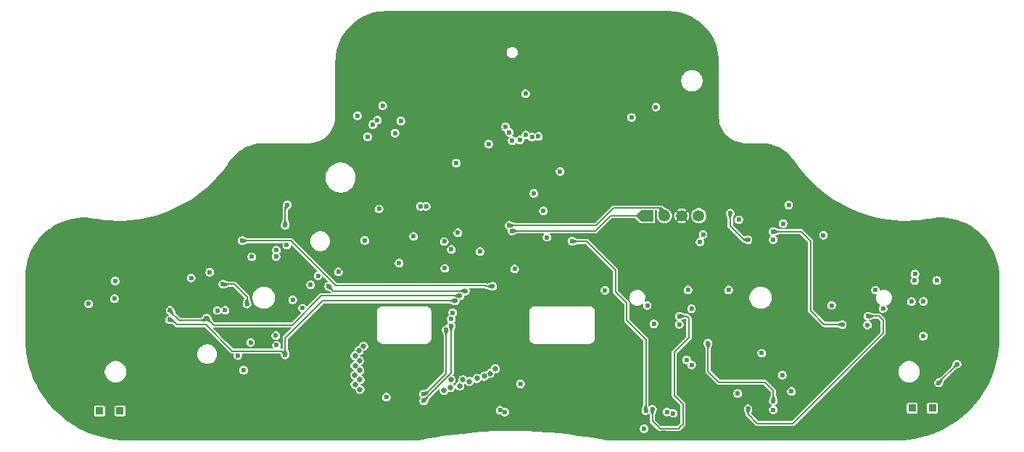
<source format=gbr>
%TF.GenerationSoftware,KiCad,Pcbnew,9.0.6-rc2*%
%TF.CreationDate,2025-11-03T16:29:51-08:00*%
%TF.ProjectId,Latte_Main_Board,4c617474-655f-44d6-9169-6e5f426f6172,rev?*%
%TF.SameCoordinates,Original*%
%TF.FileFunction,Copper,L2,Inr*%
%TF.FilePolarity,Positive*%
%FSLAX46Y46*%
G04 Gerber Fmt 4.6, Leading zero omitted, Abs format (unit mm)*
G04 Created by KiCad (PCBNEW 9.0.6-rc2) date 2025-11-03 16:29:51*
%MOMM*%
%LPD*%
G01*
G04 APERTURE LIST*
%TA.AperFunction,ComponentPad*%
%ADD10R,0.850000X0.850000*%
%TD*%
%TA.AperFunction,ComponentPad*%
%ADD11R,1.350000X1.350000*%
%TD*%
%TA.AperFunction,ComponentPad*%
%ADD12C,1.350000*%
%TD*%
%TA.AperFunction,ComponentPad*%
%ADD13C,0.600000*%
%TD*%
%TA.AperFunction,ViaPad*%
%ADD14C,0.600000*%
%TD*%
%TA.AperFunction,ViaPad*%
%ADD15C,0.650000*%
%TD*%
%TA.AperFunction,Conductor*%
%ADD16C,0.150000*%
%TD*%
%TA.AperFunction,Conductor*%
%ADD17C,0.200000*%
%TD*%
G04 APERTURE END LIST*
D10*
%TO.N,LRA_R+*%
%TO.C,T4*%
X122885200Y-69113400D03*
%TD*%
D11*
%TO.N,SWD*%
%TO.C,J8*%
X91967800Y-46634400D03*
D12*
%TO.N,SWCLK*%
X93967801Y-46634400D03*
%TO.N,GND*%
X95967800Y-46634400D03*
%TO.N,VBUS_SYS*%
X97967800Y-46634400D03*
%TD*%
D10*
%TO.N,LRA_L-*%
%TO.C,T1*%
X30403800Y-69443600D03*
%TD*%
%TO.N,LRA_R-*%
%TO.C,T3*%
X125247400Y-69113400D03*
%TD*%
%TO.N,LRA_L+*%
%TO.C,T2*%
X28016200Y-69443600D03*
%TD*%
D13*
%TO.N,GND*%
%TO.C,U2*%
X73270000Y-45740000D03*
X71003334Y-45740000D03*
X72136667Y-45740001D03*
X73269999Y-46873333D03*
X72136667Y-46873333D03*
X71003335Y-46873333D03*
X72136667Y-48006665D03*
X73270000Y-48006666D03*
X71003334Y-48006666D03*
%TD*%
D14*
%TO.N,GND*%
X60060000Y-33410000D03*
X92260000Y-33540000D03*
X68021200Y-38862000D03*
X45690000Y-50600000D03*
X49650000Y-64660000D03*
X36068000Y-55372000D03*
X48514000Y-43205400D03*
X113640000Y-55430000D03*
X37973000Y-57708800D03*
X41560000Y-54710000D03*
X74523600Y-35458400D03*
X51720000Y-54750000D03*
X116190000Y-57580000D03*
X125770000Y-56670000D03*
X93980000Y-72001000D03*
X53860000Y-58530000D03*
X103710000Y-68160000D03*
X61696600Y-53797200D03*
X76657200Y-53898800D03*
X64820800Y-52908200D03*
X80187800Y-42545000D03*
X66116200Y-51003200D03*
X102710000Y-45400000D03*
X77114400Y-39903400D03*
X73304400Y-54305200D03*
X62550000Y-34110000D03*
X44740000Y-47760000D03*
X86258400Y-44780200D03*
X91690000Y-54960000D03*
X63102173Y-44862353D03*
X26580000Y-54190000D03*
X95020000Y-35540000D03*
X123952000Y-63195200D03*
X65201800Y-51003200D03*
X46450000Y-59920000D03*
X128295400Y-62230000D03*
X92750000Y-58200000D03*
X68300600Y-50469800D03*
X103700000Y-48420000D03*
X82042000Y-44246800D03*
X84099400Y-48971200D03*
X102720000Y-64700000D03*
X71348600Y-38557200D03*
X64839908Y-46379125D03*
%TO.N,LRA_R*%
X124206000Y-56642000D03*
X123230000Y-53440000D03*
%TO.N,LRA_R+*%
X125984000Y-66167000D03*
X128117600Y-63982600D03*
%TO.N,+3V3*%
X62991188Y-52168669D03*
X74777600Y-69367400D03*
X68326000Y-52781200D03*
X61493400Y-67843400D03*
X61070000Y-33770000D03*
X72436667Y-50820000D03*
X73440000Y-38250000D03*
X75328593Y-69581458D03*
X79830000Y-46070000D03*
X69650000Y-40480000D03*
X125780000Y-54200000D03*
X66141600Y-45542200D03*
X42670000Y-57680000D03*
X40870000Y-53240000D03*
X58130000Y-34950000D03*
X124180600Y-60706000D03*
X51710000Y-57440000D03*
X76480000Y-52860000D03*
X60658554Y-45838554D03*
X26740000Y-56930000D03*
X55910000Y-53190000D03*
X119481600Y-57480200D03*
X65481200Y-45542200D03*
X97128367Y-57497798D03*
X44160000Y-62960000D03*
X48670000Y-61760000D03*
X68260000Y-49650000D03*
X91592400Y-71526400D03*
X107830000Y-47550000D03*
X90120000Y-35140000D03*
X58980000Y-49520000D03*
X106680000Y-69310000D03*
X48630000Y-51390000D03*
X92970000Y-33930000D03*
X106660000Y-49430000D03*
X95700000Y-59340000D03*
X49877600Y-50063400D03*
X117670000Y-59410000D03*
X108788200Y-67160000D03*
X78720000Y-44018200D03*
%TO.N,+1V1*%
X64664656Y-49041632D03*
X69846961Y-48629016D03*
%TO.N,STICK_R_X_OUT*%
X69062600Y-58699400D03*
X94260000Y-69570000D03*
%TO.N,STICK_R_RGB_OUT*%
X83185000Y-49606200D03*
X91795600Y-69418200D03*
%TO.N,STICK_R_Y_OUT*%
X69240400Y-57962800D03*
X94990000Y-69720000D03*
%TO.N,STICK_R_RGB_IN*%
X95690000Y-58380000D03*
X92557600Y-69265800D03*
%TO.N,STICK_L_RGB_IN*%
X52650000Y-54700000D03*
%TO.N,STICK_L_Y_OUT*%
X68478400Y-59969400D03*
X65836800Y-67487800D03*
%TO.N,STICK_L_X_OUT*%
X69062600Y-59486800D03*
X65840000Y-68276123D03*
%TO.N,Net-(U2-GPIO17)*%
X75412600Y-36245800D03*
%TO.N,Net-(U2-GPIO18)*%
X75853777Y-36887495D03*
%TO.N,Net-(U2-GPIO16)*%
X62520000Y-36970000D03*
%TO.N,Net-(U2-GPIO19)*%
X76188027Y-37851022D03*
%TO.N,SWCLK*%
X75844400Y-47777400D03*
%TO.N,SWD*%
X76174600Y-48412400D03*
D15*
%TO.N,N_LATCH_3.3*%
X58400000Y-64700000D03*
X70433768Y-65816232D03*
%TO.N,N_CLOCK_3.3*%
X70085000Y-66520000D03*
X57830000Y-65260000D03*
%TO.N,WL_CLK*%
X58420000Y-65800000D03*
X69050000Y-65810000D03*
%TO.N,N_DATA_3.3*%
X57837430Y-64147518D03*
X71190000Y-66000000D03*
%TO.N,I2C1_SCL*%
X72070000Y-65650000D03*
X58350000Y-63600000D03*
%TO.N,BTN_PWR*%
X68250000Y-67050000D03*
X58420000Y-66930000D03*
D14*
X77160000Y-66290000D03*
D15*
%TO.N,WL_CS*%
X57850000Y-66340000D03*
X69010000Y-66720000D03*
%TO.N,WL_ON*%
X58840000Y-61870000D03*
X74230000Y-64520000D03*
%TO.N,I2C1_SDA*%
X57851094Y-63003220D03*
X72920903Y-65388327D03*
%TO.N,WL_D*%
X58310000Y-62410000D03*
X73600000Y-65070000D03*
D14*
%TO.N,RGB_OUT*%
X103730000Y-49450000D03*
X101650800Y-46329600D03*
%TO.N,Net-(RGB1-DOUT)*%
X106650000Y-48490000D03*
X114740000Y-59350000D03*
%TO.N,Net-(RGB3-DOUT)*%
X99034600Y-61518800D03*
X92740000Y-59280000D03*
X106680000Y-68310000D03*
%TO.N,Net-(RGB10-DIN)*%
X48660000Y-50650000D03*
X41760000Y-57700000D03*
%TO.N,Net-(RGB10-DOUT)*%
X45237400Y-56946800D03*
X42400000Y-54640000D03*
X45650000Y-61430000D03*
%TO.N,Net-(RGB11-DOUT)*%
X50570000Y-56460000D03*
X48600000Y-60650000D03*
%TO.N,RGB_DPAD_IN*%
X69088000Y-50571400D03*
X45780000Y-51430000D03*
%TO.N,Net-(U2-RUN)*%
X80264000Y-49149000D03*
X77749400Y-32359600D03*
X81788000Y-41452800D03*
%TO.N,GRIP_R_BTN*%
X122809000Y-56667400D03*
X123180000Y-54200000D03*
%TO.N,SPI1_RX*%
X63200001Y-35557106D03*
X77077423Y-37781065D03*
%TO.N,SPI1_CLK*%
X78510000Y-37440000D03*
X59920000Y-35980000D03*
%TO.N,IMU0_CS*%
X59310000Y-37410000D03*
%TO.N,SPI1_TX*%
X79240000Y-37360000D03*
X60460000Y-35470000D03*
%TO.N,IMU1_CS*%
X77790000Y-37200000D03*
%TO.N,Net-(RGB2-DOUT)*%
X103730000Y-69200000D03*
X117710000Y-58370000D03*
%TO.N,ADC_0*%
X102660000Y-47110000D03*
X44660000Y-49540000D03*
X73914000Y-54870000D03*
X98480000Y-48820000D03*
%TO.N,ABXY_EN*%
X105310000Y-62690000D03*
X108470000Y-45380000D03*
X112530000Y-48900000D03*
X118600000Y-55320000D03*
X101450000Y-55310000D03*
X107740000Y-65260000D03*
X96710000Y-55310000D03*
%TO.N,ADC_3*%
X102500000Y-67410000D03*
X69545200Y-56570000D03*
X49690000Y-62880000D03*
X97129600Y-64060000D03*
X36178370Y-58792100D03*
%TO.N,ADC_1*%
X54750000Y-54880000D03*
X98130000Y-49690000D03*
X70739000Y-55421262D03*
X87030000Y-55350000D03*
X91960000Y-57120000D03*
%TO.N,ADC_2*%
X113500000Y-57110000D03*
X36245800Y-57683400D03*
X96570800Y-63490000D03*
X40520000Y-58590000D03*
X70104000Y-55991336D03*
%TO.N,DPAD_EN*%
X49690000Y-47740000D03*
X38710000Y-53900000D03*
X49936400Y-45364400D03*
X53530000Y-53650000D03*
X44840000Y-64680000D03*
%TO.N,Net-(U2-GPIO14)*%
X29760000Y-56320000D03*
X29845000Y-54254400D03*
%TD*%
D16*
%TO.N,LRA_R+*%
X128117600Y-63982600D02*
X125984000Y-66116200D01*
X125984000Y-66116200D02*
X125984000Y-66167000D01*
D17*
%TO.N,STICK_R_RGB_OUT*%
X83210400Y-49631600D02*
X84861400Y-49631600D01*
X83185000Y-49606200D02*
X83210400Y-49631600D01*
X84861400Y-49631600D02*
X88239600Y-53009800D01*
X91795600Y-61087000D02*
X91795600Y-69418200D01*
X88239600Y-55499000D02*
X89560400Y-56819800D01*
X89560400Y-56819800D02*
X89560400Y-58851800D01*
X89560400Y-58851800D02*
X91795600Y-61087000D01*
X88239600Y-53009800D02*
X88239600Y-55499000D01*
%TO.N,STICK_R_RGB_IN*%
X93421200Y-71501000D02*
X93243400Y-71323200D01*
X95123000Y-67640200D02*
X95808800Y-68326000D01*
X92557600Y-70637400D02*
X92557600Y-69265800D01*
X96113600Y-70993000D02*
X95783400Y-71323200D01*
X96824800Y-58597800D02*
X96824800Y-60883800D01*
X95690000Y-58380000D02*
X96607000Y-58380000D01*
X95123000Y-62560200D02*
X95123000Y-67640200D01*
X96113600Y-70535800D02*
X96113600Y-70993000D01*
X93243400Y-71323200D02*
X92557600Y-70637400D01*
X95148400Y-62560200D02*
X95123000Y-62560200D01*
X96113600Y-68630800D02*
X96113600Y-70535800D01*
X96607000Y-58380000D02*
X96824800Y-58597800D01*
X95605600Y-71501000D02*
X93878400Y-71501000D01*
X93878400Y-71501000D02*
X93421200Y-71501000D01*
X95808800Y-68326000D02*
X96113600Y-68630800D01*
X96824800Y-60883800D02*
X95148400Y-62560200D01*
X95783400Y-71323200D02*
X95605600Y-71501000D01*
%TO.N,STICK_L_Y_OUT*%
X66062200Y-67487800D02*
X68478400Y-65071600D01*
X68478400Y-65071600D02*
X68478400Y-59969400D01*
X65836800Y-67487800D02*
X66062200Y-67487800D01*
%TO.N,STICK_L_X_OUT*%
X65840000Y-68276123D02*
X69062600Y-65053523D01*
X69062600Y-65053523D02*
X69062600Y-59486800D01*
D16*
%TO.N,SWCLK*%
X85953600Y-47777400D02*
X88011000Y-45720000D01*
X75844400Y-47777400D02*
X85953600Y-47777400D01*
X93967801Y-46038001D02*
X93967801Y-46634400D01*
X93649800Y-45720000D02*
X93967801Y-46038001D01*
X88011000Y-45720000D02*
X93649800Y-45720000D01*
%TO.N,SWD*%
X85902800Y-48412400D02*
X87680800Y-46634400D01*
X76174600Y-48412400D02*
X85902800Y-48412400D01*
X87680800Y-46634400D02*
X91967800Y-46634400D01*
D17*
%TO.N,RGB_OUT*%
X101650800Y-47853600D02*
X103247200Y-49450000D01*
X103247200Y-49450000D02*
X103730000Y-49450000D01*
X101650800Y-46329600D02*
X101650800Y-47853600D01*
%TO.N,Net-(RGB1-DOUT)*%
X109907200Y-48490000D02*
X111023400Y-49606200D01*
X106650000Y-48490000D02*
X109907200Y-48490000D01*
X111023400Y-57759600D02*
X112613800Y-59350000D01*
X111023400Y-49606200D02*
X111023400Y-57759600D01*
X112613800Y-59350000D02*
X114740000Y-59350000D01*
%TO.N,Net-(RGB3-DOUT)*%
X99060000Y-61747400D02*
X99060000Y-61544200D01*
X106680000Y-67081400D02*
X105689400Y-66090800D01*
X100330000Y-66090800D02*
X99060000Y-64820800D01*
X105689400Y-66090800D02*
X100330000Y-66090800D01*
X106680000Y-68310000D02*
X106680000Y-67081400D01*
X99060000Y-61544200D02*
X99034600Y-61518800D01*
X99060000Y-64820800D02*
X99060000Y-61747400D01*
%TO.N,Net-(RGB10-DOUT)*%
X42400000Y-54640000D02*
X43743400Y-54640000D01*
X45237400Y-56134000D02*
X45237400Y-56946800D01*
X44170600Y-55067200D02*
X45237400Y-56134000D01*
X43743400Y-54640000D02*
X44170600Y-55067200D01*
%TO.N,Net-(RGB2-DOUT)*%
X104800400Y-70916800D02*
X103730000Y-69846400D01*
X118999800Y-58370000D02*
X119481600Y-58851800D01*
X103730000Y-69846400D02*
X103730000Y-69200000D01*
X108940600Y-70916800D02*
X104800400Y-70916800D01*
X117710000Y-58370000D02*
X118999800Y-58370000D01*
X119481600Y-58851800D02*
X119481600Y-60375800D01*
X119481600Y-60375800D02*
X108940600Y-70916800D01*
%TO.N,ADC_0*%
X55580000Y-54790000D02*
X50330000Y-49540000D01*
X73040000Y-54790000D02*
X55580000Y-54790000D01*
X73120000Y-54870000D02*
X73040000Y-54790000D01*
X50330000Y-49540000D02*
X44660000Y-49540000D01*
X73914000Y-54870000D02*
X73120000Y-54870000D01*
%TO.N,ADC_3*%
X36178370Y-58792100D02*
X36465500Y-58792100D01*
X54040000Y-56570000D02*
X49690000Y-60920000D01*
X49270000Y-62460000D02*
X49690000Y-62880000D01*
X37033400Y-59360000D02*
X40420000Y-59360000D01*
X43520000Y-62460000D02*
X49270000Y-62460000D01*
X69545200Y-56570000D02*
X54040000Y-56570000D01*
X49690000Y-60920000D02*
X49690000Y-62880000D01*
X40420000Y-59360000D02*
X43520000Y-62460000D01*
X36465500Y-58792100D02*
X37033400Y-59360000D01*
%TO.N,ADC_1*%
X55291262Y-55421262D02*
X54750000Y-54880000D01*
X70739000Y-55421262D02*
X55291262Y-55421262D01*
%TO.N,ADC_2*%
X70104000Y-55991336D02*
X53918664Y-55991336D01*
X40232800Y-58877200D02*
X40520000Y-58590000D01*
X36245800Y-57810400D02*
X37312600Y-58877200D01*
X36245800Y-57683400D02*
X36245800Y-57810400D01*
X50510000Y-59400000D02*
X41330000Y-59400000D01*
X41330000Y-59400000D02*
X40520000Y-58590000D01*
X37312600Y-58877200D02*
X40232800Y-58877200D01*
X53918664Y-55991336D02*
X50510000Y-59400000D01*
%TO.N,DPAD_EN*%
X49690000Y-45610800D02*
X49690000Y-47740000D01*
X49936400Y-45364400D02*
X49690000Y-45610800D01*
%TD*%
%TA.AperFunction,Conductor*%
%TO.N,GND*%
G36*
X50400881Y-59714852D02*
G01*
X50415233Y-59749500D01*
X50400881Y-59784148D01*
X49449541Y-60735488D01*
X49449540Y-60735488D01*
X49409979Y-60804008D01*
X49409979Y-60804010D01*
X49389500Y-60880436D01*
X49389500Y-62117061D01*
X49375148Y-62151709D01*
X49340500Y-62166061D01*
X49327818Y-62164391D01*
X49309565Y-62159500D01*
X49309562Y-62159500D01*
X49096610Y-62159500D01*
X49061962Y-62145148D01*
X49047610Y-62110500D01*
X49061962Y-62075852D01*
X49070499Y-62067315D01*
X49070500Y-62067314D01*
X49136392Y-61953186D01*
X49170499Y-61825895D01*
X49170500Y-61825895D01*
X49170500Y-61694105D01*
X49170499Y-61694104D01*
X49150104Y-61617989D01*
X49136392Y-61566814D01*
X49136391Y-61566813D01*
X49136391Y-61566811D01*
X49070626Y-61452905D01*
X49070500Y-61452686D01*
X48977314Y-61359500D01*
X48863188Y-61293608D01*
X48863184Y-61293607D01*
X48735895Y-61259500D01*
X48735892Y-61259500D01*
X48604108Y-61259500D01*
X48604105Y-61259500D01*
X48476815Y-61293607D01*
X48476811Y-61293608D01*
X48362685Y-61359500D01*
X48362685Y-61359501D01*
X48269501Y-61452685D01*
X48269500Y-61452685D01*
X48203608Y-61566811D01*
X48203607Y-61566815D01*
X48169500Y-61694104D01*
X48169500Y-61825895D01*
X48203607Y-61953184D01*
X48203608Y-61953188D01*
X48269500Y-62067314D01*
X48278038Y-62075852D01*
X48292390Y-62110500D01*
X48278038Y-62145148D01*
X48243390Y-62159500D01*
X43664767Y-62159500D01*
X43630119Y-62145148D01*
X42849075Y-61364104D01*
X45149500Y-61364104D01*
X45149500Y-61495895D01*
X45183607Y-61623184D01*
X45183608Y-61623188D01*
X45234877Y-61711986D01*
X45249500Y-61737314D01*
X45342686Y-61830500D01*
X45384457Y-61854617D01*
X45456811Y-61896391D01*
X45456813Y-61896391D01*
X45456814Y-61896392D01*
X45546082Y-61920311D01*
X45584104Y-61930499D01*
X45584105Y-61930500D01*
X45584108Y-61930500D01*
X45715895Y-61930500D01*
X45715895Y-61930499D01*
X45843186Y-61896392D01*
X45957314Y-61830500D01*
X46050500Y-61737314D01*
X46116392Y-61623186D01*
X46150499Y-61495895D01*
X46150500Y-61495895D01*
X46150500Y-61364105D01*
X46150499Y-61364104D01*
X46133189Y-61299502D01*
X46116392Y-61236814D01*
X46116391Y-61236813D01*
X46116391Y-61236811D01*
X46052408Y-61125991D01*
X46050500Y-61122686D01*
X45957314Y-61029500D01*
X45937915Y-61018300D01*
X45843188Y-60963608D01*
X45843184Y-60963607D01*
X45715895Y-60929500D01*
X45715892Y-60929500D01*
X45584108Y-60929500D01*
X45584105Y-60929500D01*
X45456815Y-60963607D01*
X45456811Y-60963608D01*
X45342685Y-61029500D01*
X45342685Y-61029501D01*
X45249501Y-61122685D01*
X45249500Y-61122685D01*
X45183608Y-61236811D01*
X45183607Y-61236815D01*
X45149500Y-61364104D01*
X42849075Y-61364104D01*
X42069075Y-60584104D01*
X48099500Y-60584104D01*
X48099500Y-60715895D01*
X48133607Y-60843184D01*
X48133608Y-60843188D01*
X48195997Y-60951246D01*
X48199500Y-60957314D01*
X48292686Y-61050500D01*
X48323537Y-61068312D01*
X48406811Y-61116391D01*
X48406813Y-61116391D01*
X48406814Y-61116392D01*
X48507207Y-61143292D01*
X48534104Y-61150499D01*
X48534105Y-61150500D01*
X48534108Y-61150500D01*
X48665895Y-61150500D01*
X48665895Y-61150499D01*
X48793186Y-61116392D01*
X48907314Y-61050500D01*
X49000500Y-60957314D01*
X49066392Y-60843186D01*
X49100499Y-60715895D01*
X49100500Y-60715895D01*
X49100500Y-60584105D01*
X49100499Y-60584104D01*
X49066392Y-60456815D01*
X49066391Y-60456811D01*
X49000499Y-60342685D01*
X48907314Y-60249500D01*
X48793188Y-60183608D01*
X48793184Y-60183607D01*
X48665895Y-60149500D01*
X48665892Y-60149500D01*
X48534108Y-60149500D01*
X48534105Y-60149500D01*
X48406815Y-60183607D01*
X48406811Y-60183608D01*
X48292685Y-60249500D01*
X48292685Y-60249501D01*
X48199501Y-60342685D01*
X48199500Y-60342685D01*
X48133608Y-60456811D01*
X48133607Y-60456815D01*
X48099500Y-60584104D01*
X42069075Y-60584104D01*
X41269119Y-59784148D01*
X41254767Y-59749500D01*
X41269119Y-59714852D01*
X41303767Y-59700500D01*
X41369562Y-59700500D01*
X50366233Y-59700500D01*
X50400881Y-59714852D01*
G37*
%TD.AperFunction*%
%TA.AperFunction,Conductor*%
G36*
X94473967Y-22722540D02*
G01*
X94929657Y-22741015D01*
X94933470Y-22741321D01*
X95385337Y-22795348D01*
X95389101Y-22795948D01*
X95835371Y-22885238D01*
X95839102Y-22886138D01*
X96276966Y-23010130D01*
X96280602Y-23011315D01*
X96707420Y-23169258D01*
X96710954Y-23170726D01*
X97124060Y-23361639D01*
X97127472Y-23363381D01*
X97524356Y-23586099D01*
X97527627Y-23588108D01*
X97905804Y-23841237D01*
X97908912Y-23843499D01*
X98265846Y-24125312D01*
X98266081Y-24125497D01*
X98269003Y-24127996D01*
X98602973Y-24437134D01*
X98605689Y-24439854D01*
X98913320Y-24773055D01*
X98914387Y-24774210D01*
X98916880Y-24777132D01*
X99197701Y-25133752D01*
X99198430Y-25134677D01*
X99200683Y-25137782D01*
X99432476Y-25485049D01*
X99453328Y-25516289D01*
X99455335Y-25519567D01*
X99677532Y-25916717D01*
X99679276Y-25920143D01*
X99869654Y-26333491D01*
X99871124Y-26337044D01*
X100028509Y-26764035D01*
X100029696Y-26767691D01*
X100153123Y-27205710D01*
X100154020Y-27209448D01*
X100242729Y-27655799D01*
X100243330Y-27659596D01*
X100296775Y-28111533D01*
X100297076Y-28115366D01*
X100314929Y-28570126D01*
X100314967Y-28572048D01*
X100314967Y-35025895D01*
X100315002Y-35026255D01*
X100315002Y-35156501D01*
X100348949Y-35479500D01*
X100349519Y-35484918D01*
X100349520Y-35484922D01*
X100355617Y-35513607D01*
X100418174Y-35807916D01*
X100488220Y-36023498D01*
X100520218Y-36121980D01*
X100567310Y-36227751D01*
X100653395Y-36421103D01*
X100654527Y-36423644D01*
X100654533Y-36423656D01*
X100819626Y-36709610D01*
X100819638Y-36709629D01*
X100960931Y-36904104D01*
X101011427Y-36973607D01*
X101013730Y-36976776D01*
X101013740Y-36976789D01*
X101234676Y-37222166D01*
X101234684Y-37222173D01*
X101234691Y-37222181D01*
X101480090Y-37443143D01*
X101747242Y-37637243D01*
X101928004Y-37741608D01*
X102033210Y-37802350D01*
X102033223Y-37802357D01*
X102087206Y-37826392D01*
X102334889Y-37936670D01*
X102648945Y-38038716D01*
X102971948Y-38107375D01*
X103300359Y-38141896D01*
X103425785Y-38141896D01*
X103425789Y-38141897D01*
X103435534Y-38141897D01*
X103465468Y-38141897D01*
X103499819Y-38141897D01*
X105179846Y-38141897D01*
X105181917Y-38141941D01*
X105372496Y-38150004D01*
X105573588Y-38158513D01*
X105577543Y-38158842D01*
X105965590Y-38207115D01*
X105969501Y-38207763D01*
X106352340Y-38287460D01*
X106356195Y-38288428D01*
X106570187Y-38351522D01*
X106731265Y-38399015D01*
X106735044Y-38400299D01*
X107099853Y-38541038D01*
X107103515Y-38542625D01*
X107455664Y-38712590D01*
X107459185Y-38714470D01*
X107796331Y-38912531D01*
X107799687Y-38914691D01*
X108119606Y-39139540D01*
X108122758Y-39141954D01*
X108423316Y-39392096D01*
X108426277Y-39394772D01*
X108705466Y-39668532D01*
X108708200Y-39671440D01*
X108964189Y-39967022D01*
X108966677Y-39970143D01*
X109198153Y-40286115D01*
X109199258Y-40287690D01*
X109409496Y-40600679D01*
X109860407Y-41206584D01*
X110340017Y-41790036D01*
X110340029Y-41790050D01*
X110847205Y-42349673D01*
X111380813Y-42884215D01*
X111380835Y-42884235D01*
X111939549Y-43392369D01*
X111939554Y-43392373D01*
X112522166Y-43873003D01*
X112522173Y-43873008D01*
X112522174Y-43873009D01*
X113127263Y-44324960D01*
X113127269Y-44324964D01*
X113127281Y-44324973D01*
X113753491Y-44747232D01*
X114399337Y-45138798D01*
X115063318Y-45498758D01*
X115063327Y-45498762D01*
X115063336Y-45498767D01*
X115743855Y-45826261D01*
X115743870Y-45826267D01*
X115743886Y-45826275D01*
X116439459Y-46120586D01*
X116966870Y-46314320D01*
X117148418Y-46381008D01*
X117148429Y-46381012D01*
X117513766Y-46495538D01*
X117869111Y-46606932D01*
X117869115Y-46606933D01*
X117869121Y-46606935D01*
X118084413Y-46663178D01*
X118599863Y-46797835D01*
X119041711Y-46890756D01*
X119338935Y-46953263D01*
X119338951Y-46953265D01*
X119338971Y-46953270D01*
X120084716Y-47072877D01*
X120835362Y-47156377D01*
X121589161Y-47203576D01*
X122344360Y-47214364D01*
X123099199Y-47188715D01*
X123851924Y-47126690D01*
X124600781Y-47028433D01*
X124968951Y-46961911D01*
X124971516Y-46961448D01*
X124973245Y-46961168D01*
X125464810Y-46890759D01*
X125468312Y-46890387D01*
X125962762Y-46856032D01*
X125966315Y-46855915D01*
X126461969Y-46857662D01*
X126465499Y-46857804D01*
X126959689Y-46895644D01*
X126963225Y-46896045D01*
X127453352Y-46969780D01*
X127456851Y-46970438D01*
X127940276Y-47079665D01*
X127943723Y-47080577D01*
X128020653Y-47103963D01*
X128417937Y-47224733D01*
X128421313Y-47225896D01*
X128433796Y-47230709D01*
X128883752Y-47404200D01*
X128887003Y-47405591D01*
X129335265Y-47617119D01*
X129338401Y-47618741D01*
X129770051Y-47862347D01*
X129773072Y-47864200D01*
X129902888Y-47950499D01*
X130185824Y-48138590D01*
X130188724Y-48140674D01*
X130580390Y-48444392D01*
X130583130Y-48446682D01*
X130631267Y-48489977D01*
X130944327Y-48771548D01*
X130951617Y-48778104D01*
X130954178Y-48780581D01*
X131063577Y-48894443D01*
X131297579Y-49137991D01*
X131299957Y-49140655D01*
X131616388Y-49522093D01*
X131618567Y-49524923D01*
X131906387Y-49928410D01*
X131908353Y-49931390D01*
X132166018Y-50354761D01*
X132167763Y-50357878D01*
X132393917Y-50798905D01*
X132395429Y-50802140D01*
X132588852Y-51258446D01*
X132590125Y-51261782D01*
X132749804Y-51730971D01*
X132750831Y-51734392D01*
X132875915Y-52213973D01*
X132876690Y-52217459D01*
X132966515Y-52704881D01*
X132967033Y-52708414D01*
X133021117Y-53201064D01*
X133021377Y-53204625D01*
X133039467Y-53700713D01*
X133039500Y-53702499D01*
X133039500Y-61039305D01*
X133039481Y-61040679D01*
X133020896Y-61703033D01*
X133020742Y-61705777D01*
X132965108Y-62365357D01*
X132964800Y-62368089D01*
X132872268Y-63023518D01*
X132871807Y-63026227D01*
X132742678Y-63675402D01*
X132742067Y-63678082D01*
X132576731Y-64319035D01*
X132575970Y-64321676D01*
X132374960Y-64952338D01*
X132374052Y-64954932D01*
X132138001Y-65573322D01*
X132136949Y-65575862D01*
X131866593Y-66180046D01*
X131865401Y-66182522D01*
X131561588Y-66770609D01*
X131560258Y-66773015D01*
X131223957Y-67343129D01*
X131222495Y-67345456D01*
X130854750Y-67895826D01*
X130853159Y-67898068D01*
X130455137Y-68426945D01*
X130453424Y-68429093D01*
X130026373Y-68934824D01*
X130024541Y-68936874D01*
X129569805Y-69417864D01*
X129567862Y-69419807D01*
X129086872Y-69874542D01*
X129084822Y-69876374D01*
X128579103Y-70303416D01*
X128576955Y-70305130D01*
X128048054Y-70703169D01*
X128045812Y-70704759D01*
X127495454Y-71072496D01*
X127493127Y-71073958D01*
X126923013Y-71410259D01*
X126920607Y-71411589D01*
X126332520Y-71715402D01*
X126330044Y-71716594D01*
X125725860Y-71986950D01*
X125723320Y-71988002D01*
X125104930Y-72224053D01*
X125102336Y-72224961D01*
X124471674Y-72425971D01*
X124469033Y-72426732D01*
X123828081Y-72592067D01*
X123825401Y-72592678D01*
X123176225Y-72721808D01*
X123173516Y-72722269D01*
X122518087Y-72814800D01*
X122515355Y-72815108D01*
X121855775Y-72870743D01*
X121853031Y-72870897D01*
X121232042Y-72888320D01*
X121190640Y-72889482D01*
X121189269Y-72889501D01*
X88087256Y-72889501D01*
X88086703Y-72889498D01*
X87866557Y-72887014D01*
X87864457Y-72886945D01*
X87241706Y-72853178D01*
X87239610Y-72853019D01*
X87023630Y-72831988D01*
X87021543Y-72831740D01*
X86402467Y-72744524D01*
X86401143Y-72744319D01*
X85513692Y-72594431D01*
X85508269Y-72593515D01*
X85507494Y-72593042D01*
X85478867Y-72588549D01*
X85478531Y-72588493D01*
X85478530Y-72588492D01*
X85447787Y-72583301D01*
X85443807Y-72583048D01*
X84885249Y-72495402D01*
X84885249Y-72495401D01*
X84879842Y-72494552D01*
X84879087Y-72494104D01*
X84850367Y-72489929D01*
X84850135Y-72489893D01*
X84850106Y-72489889D01*
X84819150Y-72485032D01*
X84815298Y-72484832D01*
X83320929Y-72267639D01*
X83314100Y-72266646D01*
X83312003Y-72265484D01*
X83284557Y-72262352D01*
X83283823Y-72262246D01*
X83283822Y-72262245D01*
X83257219Y-72258380D01*
X83256128Y-72258437D01*
X83248040Y-72258187D01*
X81707006Y-72082405D01*
X81707005Y-72082405D01*
X81701485Y-72081775D01*
X81700639Y-72081319D01*
X81671767Y-72078385D01*
X81671423Y-72078345D01*
X81640722Y-72074844D01*
X81636520Y-72074805D01*
X80774481Y-71987232D01*
X80773700Y-71986823D01*
X80744808Y-71984216D01*
X80744455Y-71984181D01*
X80744454Y-71984180D01*
X80713360Y-71981023D01*
X80709492Y-71981032D01*
X80557612Y-71967337D01*
X80557611Y-71967337D01*
X80550858Y-71966728D01*
X80548805Y-71965728D01*
X80521117Y-71964045D01*
X80520370Y-71963978D01*
X80520369Y-71963977D01*
X80493496Y-71961555D01*
X80492722Y-71961638D01*
X80484560Y-71961824D01*
X78980180Y-71870428D01*
X78980179Y-71870428D01*
X78974681Y-71870093D01*
X78973859Y-71869705D01*
X78944880Y-71868283D01*
X78944547Y-71868263D01*
X78944546Y-71868262D01*
X78913454Y-71866375D01*
X78909475Y-71866547D01*
X78017407Y-71822801D01*
X78017407Y-71822800D01*
X78011722Y-71822521D01*
X78010695Y-71822054D01*
X77981969Y-71821063D01*
X77981549Y-71821043D01*
X77951228Y-71819556D01*
X77946307Y-71819834D01*
X77536255Y-71805699D01*
X77536254Y-71805699D01*
X77529193Y-71805455D01*
X77526849Y-71804479D01*
X77499365Y-71804427D01*
X77498553Y-71804399D01*
X77498552Y-71804398D01*
X77471896Y-71803480D01*
X77470443Y-71803718D01*
X77462462Y-71804357D01*
X75833218Y-71801305D01*
X75827769Y-71801294D01*
X75826984Y-71800978D01*
X75797909Y-71801238D01*
X75797606Y-71801238D01*
X75797605Y-71801237D01*
X75766205Y-71801180D01*
X75762511Y-71801556D01*
X74816603Y-71810050D01*
X74816604Y-71810051D01*
X74810882Y-71810102D01*
X74809787Y-71809680D01*
X74780986Y-71810371D01*
X74780583Y-71810375D01*
X74750436Y-71810646D01*
X74745395Y-71811226D01*
X74286888Y-71822241D01*
X74286889Y-71822242D01*
X74279795Y-71822412D01*
X74277368Y-71821566D01*
X74249966Y-71823129D01*
X74249175Y-71823149D01*
X74222514Y-71823790D01*
X74220978Y-71824134D01*
X74213072Y-71825236D01*
X72689637Y-71912217D01*
X72684151Y-71912530D01*
X72683302Y-71912245D01*
X72654436Y-71914226D01*
X72654009Y-71914251D01*
X72653999Y-71914252D01*
X72622874Y-71916029D01*
X72618986Y-71916660D01*
X71755586Y-71975936D01*
X71749900Y-71976326D01*
X71748810Y-71975978D01*
X71720135Y-71978369D01*
X71719716Y-71978398D01*
X71719679Y-71978401D01*
X71689492Y-71980475D01*
X71684609Y-71981333D01*
X71323560Y-72011451D01*
X71323561Y-72011452D01*
X71316412Y-72012048D01*
X71313877Y-72011332D01*
X71286676Y-72014530D01*
X71285827Y-72014601D01*
X71285826Y-72014600D01*
X71285826Y-72014601D01*
X71259375Y-72016807D01*
X71257710Y-72017286D01*
X71249918Y-72018852D01*
X68603551Y-72330040D01*
X68603549Y-72330040D01*
X68596219Y-72330901D01*
X68593478Y-72330233D01*
X68566601Y-72334383D01*
X68565707Y-72334489D01*
X68565705Y-72334488D01*
X68539560Y-72337564D01*
X68537423Y-72338257D01*
X68529806Y-72340067D01*
X66626485Y-72634069D01*
X66626484Y-72634068D01*
X66620750Y-72634953D01*
X66619520Y-72634675D01*
X66591241Y-72639513D01*
X66590810Y-72639580D01*
X66561318Y-72644136D01*
X66556039Y-72645538D01*
X65976745Y-72744673D01*
X65976301Y-72744747D01*
X65758842Y-72779909D01*
X65756761Y-72780200D01*
X65137328Y-72853261D01*
X65135236Y-72853462D01*
X64918897Y-72869611D01*
X64916798Y-72869723D01*
X64292281Y-72889477D01*
X64290732Y-72889501D01*
X31190698Y-72889501D01*
X31189324Y-72889482D01*
X30526969Y-72870898D01*
X30524225Y-72870744D01*
X29864645Y-72815109D01*
X29861913Y-72814801D01*
X29206484Y-72722270D01*
X29203775Y-72721809D01*
X28554599Y-72592679D01*
X28551919Y-72592068D01*
X27910966Y-72426733D01*
X27908325Y-72425972D01*
X27277663Y-72224962D01*
X27275069Y-72224054D01*
X26718109Y-72011452D01*
X26656675Y-71988001D01*
X26654139Y-71986951D01*
X26647946Y-71984180D01*
X26519936Y-71926899D01*
X26049955Y-71716595D01*
X26047479Y-71715403D01*
X25632132Y-71500830D01*
X25554073Y-71460504D01*
X91091900Y-71460504D01*
X91091900Y-71592295D01*
X91126007Y-71719584D01*
X91126008Y-71719588D01*
X91184584Y-71821043D01*
X91191900Y-71833714D01*
X91285086Y-71926900D01*
X91326857Y-71951017D01*
X91399211Y-71992791D01*
X91399213Y-71992791D01*
X91399214Y-71992792D01*
X91480607Y-72014601D01*
X91526504Y-72026899D01*
X91526505Y-72026900D01*
X91526508Y-72026900D01*
X91658295Y-72026900D01*
X91658295Y-72026899D01*
X91785586Y-71992792D01*
X91899714Y-71926900D01*
X91992900Y-71833714D01*
X92058792Y-71719586D01*
X92092899Y-71592295D01*
X92092900Y-71592295D01*
X92092900Y-71460505D01*
X92092899Y-71460504D01*
X92058792Y-71333215D01*
X92058791Y-71333211D01*
X91992899Y-71219085D01*
X91899714Y-71125900D01*
X91785588Y-71060008D01*
X91785584Y-71060007D01*
X91658295Y-71025900D01*
X91658292Y-71025900D01*
X91526508Y-71025900D01*
X91526505Y-71025900D01*
X91399215Y-71060007D01*
X91399211Y-71060008D01*
X91285085Y-71125900D01*
X91285085Y-71125901D01*
X91191901Y-71219085D01*
X91191900Y-71219085D01*
X91126008Y-71333211D01*
X91126007Y-71333215D01*
X91091900Y-71460504D01*
X25554073Y-71460504D01*
X25459391Y-71411590D01*
X25456985Y-71410260D01*
X24886871Y-71073959D01*
X24884544Y-71072497D01*
X24865851Y-71060007D01*
X24334167Y-70704747D01*
X24331932Y-70703161D01*
X24297120Y-70676962D01*
X23803043Y-70305130D01*
X23800916Y-70303434D01*
X23295168Y-69876368D01*
X23293126Y-69874543D01*
X23293125Y-69874542D01*
X22812127Y-69419798D01*
X22810202Y-69417873D01*
X22414052Y-68998852D01*
X27390700Y-68998852D01*
X27390700Y-69888348D01*
X27402333Y-69946831D01*
X27412729Y-69962389D01*
X27446647Y-70013152D01*
X27467844Y-70027315D01*
X27512969Y-70057467D01*
X27571452Y-70069100D01*
X27571455Y-70069100D01*
X28460945Y-70069100D01*
X28460948Y-70069100D01*
X28519431Y-70057467D01*
X28585752Y-70013152D01*
X28630067Y-69946831D01*
X28641700Y-69888348D01*
X28641700Y-68998852D01*
X29778300Y-68998852D01*
X29778300Y-69888348D01*
X29789933Y-69946831D01*
X29800329Y-69962389D01*
X29834247Y-70013152D01*
X29855444Y-70027315D01*
X29900569Y-70057467D01*
X29959052Y-70069100D01*
X29959055Y-70069100D01*
X30848545Y-70069100D01*
X30848548Y-70069100D01*
X30907031Y-70057467D01*
X30973352Y-70013152D01*
X31017667Y-69946831D01*
X31029300Y-69888348D01*
X31029300Y-69301504D01*
X74277100Y-69301504D01*
X74277100Y-69433295D01*
X74311207Y-69560584D01*
X74311208Y-69560588D01*
X74361301Y-69647350D01*
X74377100Y-69674714D01*
X74470286Y-69767900D01*
X74501449Y-69785892D01*
X74584411Y-69833791D01*
X74584413Y-69833791D01*
X74584414Y-69833792D01*
X74684807Y-69860692D01*
X74711704Y-69867899D01*
X74711705Y-69867900D01*
X74711708Y-69867900D01*
X74843493Y-69867900D01*
X74854996Y-69864817D01*
X74870002Y-69860796D01*
X74907185Y-69865690D01*
X74925119Y-69883623D01*
X74928087Y-69888763D01*
X74928090Y-69888767D01*
X74928093Y-69888772D01*
X75021279Y-69981958D01*
X75043349Y-69994700D01*
X75135404Y-70047849D01*
X75135406Y-70047849D01*
X75135407Y-70047850D01*
X75214714Y-70069100D01*
X75262697Y-70081957D01*
X75262698Y-70081958D01*
X75262701Y-70081958D01*
X75394488Y-70081958D01*
X75394488Y-70081957D01*
X75521779Y-70047850D01*
X75635907Y-69981958D01*
X75729093Y-69888772D01*
X75793976Y-69776392D01*
X75794984Y-69774646D01*
X75794984Y-69774645D01*
X75794985Y-69774644D01*
X75829092Y-69647353D01*
X75829093Y-69647353D01*
X75829093Y-69515563D01*
X75829092Y-69515562D01*
X75815911Y-69466369D01*
X75794985Y-69388272D01*
X75794984Y-69388271D01*
X75794984Y-69388269D01*
X75742068Y-69296617D01*
X75729093Y-69274144D01*
X75635907Y-69180958D01*
X75616063Y-69169501D01*
X75521781Y-69115066D01*
X75521777Y-69115065D01*
X75394488Y-69080958D01*
X75394485Y-69080958D01*
X75262701Y-69080958D01*
X75262700Y-69080958D01*
X75236186Y-69088062D01*
X75199004Y-69083166D01*
X75181070Y-69065231D01*
X75178099Y-69060085D01*
X75084914Y-68966900D01*
X74970788Y-68901008D01*
X74970784Y-68901007D01*
X74843495Y-68866900D01*
X74843492Y-68866900D01*
X74711708Y-68866900D01*
X74711705Y-68866900D01*
X74584415Y-68901007D01*
X74584411Y-68901008D01*
X74470285Y-68966900D01*
X74470285Y-68966901D01*
X74377101Y-69060085D01*
X74377100Y-69060085D01*
X74311208Y-69174211D01*
X74311207Y-69174215D01*
X74277100Y-69301504D01*
X31029300Y-69301504D01*
X31029300Y-68998852D01*
X31017667Y-68940369D01*
X30985805Y-68892685D01*
X30973352Y-68874047D01*
X30927796Y-68843608D01*
X30907031Y-68829733D01*
X30848548Y-68818100D01*
X29959052Y-68818100D01*
X29900569Y-68829733D01*
X29834247Y-68874047D01*
X29807504Y-68914072D01*
X29789933Y-68940369D01*
X29778300Y-68998852D01*
X28641700Y-68998852D01*
X28630067Y-68940369D01*
X28598205Y-68892685D01*
X28585752Y-68874047D01*
X28540196Y-68843608D01*
X28519431Y-68829733D01*
X28460948Y-68818100D01*
X27571452Y-68818100D01*
X27512969Y-68829733D01*
X27446647Y-68874047D01*
X27419904Y-68914072D01*
X27402333Y-68940369D01*
X27390700Y-68998852D01*
X22414052Y-68998852D01*
X22355448Y-68936864D01*
X22353634Y-68934834D01*
X21926574Y-68429093D01*
X21924869Y-68426956D01*
X21787105Y-68243900D01*
X21526820Y-67898042D01*
X21525249Y-67895826D01*
X21446189Y-67777504D01*
X60992900Y-67777504D01*
X60992900Y-67909295D01*
X61027007Y-68036584D01*
X61027008Y-68036588D01*
X61086725Y-68140019D01*
X61092900Y-68150714D01*
X61186086Y-68243900D01*
X61227857Y-68268017D01*
X61300211Y-68309791D01*
X61300213Y-68309791D01*
X61300214Y-68309792D01*
X61400607Y-68336692D01*
X61427504Y-68343899D01*
X61427505Y-68343900D01*
X61427508Y-68343900D01*
X61559295Y-68343900D01*
X61559295Y-68343899D01*
X61686586Y-68309792D01*
X61800714Y-68243900D01*
X61893900Y-68150714D01*
X61959792Y-68036586D01*
X61993899Y-67909295D01*
X61993900Y-67909295D01*
X61993900Y-67777505D01*
X61993899Y-67777504D01*
X61968037Y-67680984D01*
X61959792Y-67650214D01*
X61959791Y-67650213D01*
X61959791Y-67650211D01*
X61907995Y-67560499D01*
X61893900Y-67536086D01*
X61800714Y-67442900D01*
X61764349Y-67421904D01*
X65336300Y-67421904D01*
X65336300Y-67553695D01*
X65370407Y-67680984D01*
X65370408Y-67680988D01*
X65436300Y-67795114D01*
X65490099Y-67848913D01*
X65504451Y-67883561D01*
X65490100Y-67918207D01*
X65439500Y-67968809D01*
X65439499Y-67968810D01*
X65373608Y-68082934D01*
X65373607Y-68082938D01*
X65339500Y-68210227D01*
X65339500Y-68342018D01*
X65373607Y-68469307D01*
X65373608Y-68469311D01*
X65416643Y-68543848D01*
X65439500Y-68583437D01*
X65532686Y-68676623D01*
X65572310Y-68699500D01*
X65646811Y-68742514D01*
X65646813Y-68742514D01*
X65646814Y-68742515D01*
X65740303Y-68767565D01*
X65774104Y-68776622D01*
X65774105Y-68776623D01*
X65774108Y-68776623D01*
X65905895Y-68776623D01*
X65905895Y-68776622D01*
X66033186Y-68742515D01*
X66035951Y-68740919D01*
X66088637Y-68710500D01*
X66147314Y-68676623D01*
X66240500Y-68583437D01*
X66268264Y-68535348D01*
X66281332Y-68517573D01*
X66293312Y-68491964D01*
X66306392Y-68469309D01*
X66308602Y-68461057D01*
X66311543Y-68452991D01*
X66504306Y-68040932D01*
X66514037Y-68027055D01*
X67655302Y-66885790D01*
X67689949Y-66871439D01*
X67724597Y-66885791D01*
X67738949Y-66920439D01*
X67737279Y-66933121D01*
X67724500Y-66980813D01*
X67724500Y-67119186D01*
X67760311Y-67252834D01*
X67760312Y-67252838D01*
X67813127Y-67344315D01*
X67829495Y-67372665D01*
X67927335Y-67470505D01*
X67936666Y-67475892D01*
X68047161Y-67539687D01*
X68047163Y-67539687D01*
X68047164Y-67539688D01*
X68124832Y-67560499D01*
X68180813Y-67575499D01*
X68180814Y-67575500D01*
X68180817Y-67575500D01*
X68319186Y-67575500D01*
X68319186Y-67575499D01*
X68452836Y-67539688D01*
X68572665Y-67470505D01*
X68670505Y-67372665D01*
X68739688Y-67252836D01*
X68742374Y-67242810D01*
X68765202Y-67213058D01*
X68802384Y-67208161D01*
X68805821Y-67209328D01*
X68807163Y-67209687D01*
X68807164Y-67209688D01*
X68867639Y-67225892D01*
X68940813Y-67245499D01*
X68940814Y-67245500D01*
X68940817Y-67245500D01*
X69079186Y-67245500D01*
X69079186Y-67245499D01*
X69212836Y-67209688D01*
X69332665Y-67140505D01*
X69430505Y-67042665D01*
X69499688Y-66922836D01*
X69535147Y-66790500D01*
X69535985Y-66787374D01*
X69558815Y-66757621D01*
X69595997Y-66752726D01*
X69625749Y-66775555D01*
X69664495Y-66842665D01*
X69762335Y-66940505D01*
X69805468Y-66965408D01*
X69882161Y-67009687D01*
X69882163Y-67009687D01*
X69882164Y-67009688D01*
X69925904Y-67021408D01*
X70015813Y-67045499D01*
X70015814Y-67045500D01*
X70015817Y-67045500D01*
X70154186Y-67045500D01*
X70154186Y-67045499D01*
X70287836Y-67009688D01*
X70407665Y-66940505D01*
X70505505Y-66842665D01*
X70574688Y-66722836D01*
X70610499Y-66589186D01*
X70610500Y-66589186D01*
X70610500Y-66450815D01*
X70589065Y-66370821D01*
X70588706Y-66369481D01*
X70593600Y-66332301D01*
X70614226Y-66312921D01*
X70618612Y-66310740D01*
X70636604Y-66305920D01*
X70687921Y-66276291D01*
X70689276Y-66275618D01*
X70706575Y-66274429D01*
X70723767Y-66272166D01*
X70725062Y-66273159D01*
X70726691Y-66273048D01*
X70739764Y-66284440D01*
X70753519Y-66294995D01*
X70769495Y-66322665D01*
X70867335Y-66420505D01*
X70901640Y-66440311D01*
X70987161Y-66489687D01*
X70987163Y-66489687D01*
X70987164Y-66489688D01*
X71061085Y-66509495D01*
X71120813Y-66525499D01*
X71120814Y-66525500D01*
X71120817Y-66525500D01*
X71259186Y-66525500D01*
X71259186Y-66525499D01*
X71392836Y-66489688D01*
X71512665Y-66420505D01*
X71610505Y-66322665D01*
X71667409Y-66224104D01*
X76659500Y-66224104D01*
X76659500Y-66355895D01*
X76693607Y-66483184D01*
X76693608Y-66483188D01*
X76754807Y-66589186D01*
X76759500Y-66597314D01*
X76852686Y-66690500D01*
X76894457Y-66714617D01*
X76966811Y-66756391D01*
X76966813Y-66756391D01*
X76966814Y-66756392D01*
X77038336Y-66775556D01*
X77094104Y-66790499D01*
X77094105Y-66790500D01*
X77094108Y-66790500D01*
X77225895Y-66790500D01*
X77225895Y-66790499D01*
X77353186Y-66756392D01*
X77467314Y-66690500D01*
X77560500Y-66597314D01*
X77626392Y-66483186D01*
X77660499Y-66355895D01*
X77660500Y-66355895D01*
X77660500Y-66224105D01*
X77660499Y-66224104D01*
X77637204Y-66137165D01*
X77626392Y-66096814D01*
X77626391Y-66096813D01*
X77626391Y-66096811D01*
X77572135Y-66002838D01*
X77560500Y-65982686D01*
X77467314Y-65889500D01*
X77449450Y-65879186D01*
X77353188Y-65823608D01*
X77353184Y-65823607D01*
X77225895Y-65789500D01*
X77225892Y-65789500D01*
X77094108Y-65789500D01*
X77094105Y-65789500D01*
X76966815Y-65823607D01*
X76966811Y-65823608D01*
X76852685Y-65889500D01*
X76852685Y-65889501D01*
X76759501Y-65982685D01*
X76759500Y-65982685D01*
X76693608Y-66096811D01*
X76693607Y-66096815D01*
X76659500Y-66224104D01*
X71667409Y-66224104D01*
X71679688Y-66202836D01*
X71697285Y-66137164D01*
X71702931Y-66116092D01*
X71725761Y-66086339D01*
X71762943Y-66081444D01*
X71774758Y-66086338D01*
X71797549Y-66099496D01*
X71867161Y-66139687D01*
X71867163Y-66139687D01*
X71867164Y-66139688D01*
X71972571Y-66167931D01*
X72000813Y-66175499D01*
X72000814Y-66175500D01*
X72000817Y-66175500D01*
X72139186Y-66175500D01*
X72139186Y-66175499D01*
X72140539Y-66175136D01*
X72146404Y-66173566D01*
X72223931Y-66152791D01*
X72272836Y-66139688D01*
X72392665Y-66070505D01*
X72490505Y-65972665D01*
X72559688Y-65852836D01*
X72559689Y-65852830D01*
X72560453Y-65850987D01*
X72561168Y-65850271D01*
X72561294Y-65850054D01*
X72561352Y-65850087D01*
X72586969Y-65824466D01*
X72624472Y-65824462D01*
X72630217Y-65827295D01*
X72661081Y-65845114D01*
X72718064Y-65878014D01*
X72718066Y-65878014D01*
X72718067Y-65878015D01*
X72745696Y-65885418D01*
X72851716Y-65913826D01*
X72851717Y-65913827D01*
X72851720Y-65913827D01*
X72990089Y-65913827D01*
X72990089Y-65913826D01*
X73123739Y-65878015D01*
X73243568Y-65808832D01*
X73341408Y-65710992D01*
X73405730Y-65599581D01*
X73435483Y-65576752D01*
X73460847Y-65576752D01*
X73530813Y-65595499D01*
X73530814Y-65595500D01*
X73530817Y-65595500D01*
X73669186Y-65595500D01*
X73669186Y-65595499D01*
X73802836Y-65559688D01*
X73922665Y-65490505D01*
X74020505Y-65392665D01*
X74089688Y-65272836D01*
X74125499Y-65139186D01*
X74125500Y-65139186D01*
X74125500Y-65094500D01*
X74139852Y-65059852D01*
X74174500Y-65045500D01*
X74299186Y-65045500D01*
X74299186Y-65045499D01*
X74432836Y-65009688D01*
X74552665Y-64940505D01*
X74650505Y-64842665D01*
X74719688Y-64722836D01*
X74755499Y-64589186D01*
X74755500Y-64589186D01*
X74755500Y-64450814D01*
X74755499Y-64450813D01*
X74737355Y-64383100D01*
X74719688Y-64317164D01*
X74719687Y-64317163D01*
X74719687Y-64317161D01*
X74673009Y-64236314D01*
X74650505Y-64197335D01*
X74552665Y-64099495D01*
X74432838Y-64030312D01*
X74432834Y-64030311D01*
X74299186Y-63994500D01*
X74299183Y-63994500D01*
X74160817Y-63994500D01*
X74160814Y-63994500D01*
X74027165Y-64030311D01*
X74027161Y-64030312D01*
X73907334Y-64099495D01*
X73907334Y-64099496D01*
X73809496Y-64197334D01*
X73809495Y-64197334D01*
X73740312Y-64317161D01*
X73740311Y-64317165D01*
X73704500Y-64450813D01*
X73704500Y-64495500D01*
X73690148Y-64530148D01*
X73655500Y-64544500D01*
X73530814Y-64544500D01*
X73397165Y-64580311D01*
X73397161Y-64580312D01*
X73277334Y-64649495D01*
X73277334Y-64649496D01*
X73179496Y-64747334D01*
X73179495Y-64747334D01*
X73115172Y-64858744D01*
X73085419Y-64881574D01*
X73060055Y-64881574D01*
X72990089Y-64862827D01*
X72990086Y-64862827D01*
X72851720Y-64862827D01*
X72851717Y-64862827D01*
X72718068Y-64898638D01*
X72718064Y-64898639D01*
X72598237Y-64967822D01*
X72598237Y-64967823D01*
X72500399Y-65065661D01*
X72500398Y-65065661D01*
X72431212Y-65185495D01*
X72430445Y-65187347D01*
X72429730Y-65188061D01*
X72429609Y-65188272D01*
X72429552Y-65188239D01*
X72403925Y-65213864D01*
X72366422Y-65213860D01*
X72360677Y-65211027D01*
X72272838Y-65160312D01*
X72272834Y-65160311D01*
X72139186Y-65124500D01*
X72139183Y-65124500D01*
X72000817Y-65124500D01*
X72000814Y-65124500D01*
X71867165Y-65160311D01*
X71867161Y-65160312D01*
X71747334Y-65229495D01*
X71747334Y-65229496D01*
X71649496Y-65327334D01*
X71649495Y-65327334D01*
X71580312Y-65447161D01*
X71580312Y-65447163D01*
X71557068Y-65533908D01*
X71534238Y-65563661D01*
X71497055Y-65568555D01*
X71485238Y-65563660D01*
X71392838Y-65510312D01*
X71392834Y-65510311D01*
X71259186Y-65474500D01*
X71259183Y-65474500D01*
X71120817Y-65474500D01*
X71120814Y-65474500D01*
X70987168Y-65510310D01*
X70987164Y-65510312D01*
X70937180Y-65539170D01*
X70899998Y-65544064D01*
X70870246Y-65521234D01*
X70854273Y-65493567D01*
X70756433Y-65395727D01*
X70751131Y-65392666D01*
X70636606Y-65326544D01*
X70636602Y-65326543D01*
X70502954Y-65290732D01*
X70502951Y-65290732D01*
X70364585Y-65290732D01*
X70364582Y-65290732D01*
X70230933Y-65326543D01*
X70230929Y-65326544D01*
X70111102Y-65395727D01*
X70111102Y-65395728D01*
X70013264Y-65493566D01*
X70013263Y-65493566D01*
X69944080Y-65613393D01*
X69944079Y-65613397D01*
X69908268Y-65747045D01*
X69908268Y-65885418D01*
X69930060Y-65966749D01*
X69925165Y-66003931D01*
X69895414Y-66026761D01*
X69882164Y-66030311D01*
X69882161Y-66030312D01*
X69762334Y-66099495D01*
X69762334Y-66099496D01*
X69664496Y-66197334D01*
X69664495Y-66197334D01*
X69595312Y-66317161D01*
X69595312Y-66317163D01*
X69559014Y-66452626D01*
X69536184Y-66482378D01*
X69499001Y-66487273D01*
X69469250Y-66464443D01*
X69430505Y-66397335D01*
X69348722Y-66315552D01*
X69334370Y-66280904D01*
X69348722Y-66246256D01*
X69358866Y-66238471D01*
X69372665Y-66230505D01*
X69470505Y-66132665D01*
X69539688Y-66012836D01*
X69575499Y-65879186D01*
X69575500Y-65879186D01*
X69575500Y-65740814D01*
X69575499Y-65740813D01*
X69559581Y-65681407D01*
X69539688Y-65607164D01*
X69539687Y-65607163D01*
X69539687Y-65607161D01*
X69483770Y-65510311D01*
X69470505Y-65487335D01*
X69372665Y-65389495D01*
X69287816Y-65340507D01*
X69264986Y-65310754D01*
X69269881Y-65273572D01*
X69277663Y-65263430D01*
X69303060Y-65238034D01*
X69342622Y-65169511D01*
X69363099Y-65093088D01*
X69363100Y-65093088D01*
X69363100Y-61024482D01*
X78173264Y-61024482D01*
X78173264Y-61024484D01*
X78205885Y-61167415D01*
X78205887Y-61167419D01*
X78269493Y-61299498D01*
X78269496Y-61299503D01*
X78360903Y-61414119D01*
X78360905Y-61414121D01*
X78360907Y-61414123D01*
X78405266Y-61449495D01*
X78475532Y-61505526D01*
X78475533Y-61505526D01*
X78475534Y-61505527D01*
X78607627Y-61569130D01*
X78750561Y-61601741D01*
X78823865Y-61601735D01*
X85160249Y-61601735D01*
X85194600Y-61601735D01*
X85224536Y-61601735D01*
X85229206Y-61601735D01*
X85229565Y-61601698D01*
X85268499Y-61601663D01*
X85412531Y-61568508D01*
X85545455Y-61503888D01*
X85660495Y-61411097D01*
X85751787Y-61294864D01*
X85814680Y-61161114D01*
X85845966Y-61016665D01*
X85845094Y-60944265D01*
X85845090Y-60943674D01*
X85845090Y-57819354D01*
X85845062Y-57819094D01*
X85845039Y-57780395D01*
X85812053Y-57636717D01*
X85747753Y-57504063D01*
X85678028Y-57417315D01*
X85655402Y-57389164D01*
X85655399Y-57389161D01*
X85539679Y-57297841D01*
X85539670Y-57297836D01*
X85406454Y-57234728D01*
X85406453Y-57234727D01*
X85278983Y-57206660D01*
X85262487Y-57203028D01*
X85262482Y-57203027D01*
X85189864Y-57203631D01*
X85189457Y-57203633D01*
X78789389Y-57203633D01*
X78788800Y-57203691D01*
X78750594Y-57203685D01*
X78750535Y-57203685D01*
X78750534Y-57203685D01*
X78750533Y-57203685D01*
X78750532Y-57203685D01*
X78607614Y-57236281D01*
X78475533Y-57299868D01*
X78360919Y-57391254D01*
X78360914Y-57391260D01*
X78269513Y-57505861D01*
X78269513Y-57505862D01*
X78205911Y-57637929D01*
X78205910Y-57637931D01*
X78173295Y-57780848D01*
X78173298Y-57848298D01*
X78173298Y-60930848D01*
X78173294Y-60930856D01*
X78173298Y-60930865D01*
X78173291Y-60951178D01*
X78173265Y-60951178D01*
X78173264Y-61024482D01*
X69363100Y-61024482D01*
X69363100Y-60139538D01*
X69366034Y-60122836D01*
X69379284Y-60086293D01*
X69522566Y-59691115D01*
X69528992Y-59679986D01*
X69535760Y-59654727D01*
X69545401Y-59628137D01*
X69550037Y-59613714D01*
X69550506Y-59612046D01*
X69551499Y-59608384D01*
X69551760Y-59600024D01*
X69553406Y-59588867D01*
X69553823Y-59587314D01*
X69563100Y-59552692D01*
X69563100Y-59420908D01*
X69563100Y-59420905D01*
X69563099Y-59420904D01*
X69555892Y-59394007D01*
X69528992Y-59293614D01*
X69528991Y-59293613D01*
X69528991Y-59293611D01*
X69463099Y-59179485D01*
X69411362Y-59127748D01*
X69397010Y-59093100D01*
X69411362Y-59058452D01*
X69463099Y-59006715D01*
X69463100Y-59006714D01*
X69528992Y-58892586D01*
X69563099Y-58765295D01*
X69563100Y-58765295D01*
X69563100Y-58633505D01*
X69563099Y-58633504D01*
X69547878Y-58576700D01*
X69528992Y-58506214D01*
X69496287Y-58449569D01*
X69491392Y-58412388D01*
X69514220Y-58382637D01*
X69547714Y-58363300D01*
X69640900Y-58270114D01*
X69706792Y-58155986D01*
X69740899Y-58028695D01*
X69740900Y-58028695D01*
X69740900Y-57896905D01*
X69740899Y-57896904D01*
X69725785Y-57840499D01*
X69706792Y-57769614D01*
X69706791Y-57769613D01*
X69706791Y-57769611D01*
X69651236Y-57673388D01*
X69640900Y-57655486D01*
X69547714Y-57562300D01*
X69543910Y-57560104D01*
X69433588Y-57496408D01*
X69433584Y-57496407D01*
X69306295Y-57462300D01*
X69306292Y-57462300D01*
X69174508Y-57462300D01*
X69174505Y-57462300D01*
X69047215Y-57496407D01*
X69047211Y-57496408D01*
X68933085Y-57562300D01*
X68933085Y-57562301D01*
X68839901Y-57655485D01*
X68839900Y-57655485D01*
X68774008Y-57769611D01*
X68774007Y-57769615D01*
X68739900Y-57896904D01*
X68739900Y-58028695D01*
X68774007Y-58155984D01*
X68774008Y-58155988D01*
X68806710Y-58212629D01*
X68811605Y-58249811D01*
X68788776Y-58279564D01*
X68755289Y-58298898D01*
X68755282Y-58298903D01*
X68662101Y-58392085D01*
X68662100Y-58392085D01*
X68596208Y-58506211D01*
X68596207Y-58506215D01*
X68562100Y-58633504D01*
X68562100Y-58765295D01*
X68596207Y-58892584D01*
X68596208Y-58892588D01*
X68662100Y-59006714D01*
X68713838Y-59058452D01*
X68728190Y-59093100D01*
X68713838Y-59127748D01*
X68662101Y-59179485D01*
X68662100Y-59179485D01*
X68596208Y-59293611D01*
X68596207Y-59293615D01*
X68562100Y-59420904D01*
X68561681Y-59424089D01*
X68560432Y-59423924D01*
X68547748Y-59454548D01*
X68513100Y-59468900D01*
X68412505Y-59468900D01*
X68285215Y-59503007D01*
X68285211Y-59503008D01*
X68171085Y-59568900D01*
X68171085Y-59568901D01*
X68077901Y-59662085D01*
X68077900Y-59662085D01*
X68012008Y-59776211D01*
X68012007Y-59776215D01*
X67977900Y-59903504D01*
X67977900Y-60035292D01*
X67991564Y-60086293D01*
X67992264Y-60088906D01*
X67995598Y-60110736D01*
X68005241Y-60137333D01*
X68012008Y-60162586D01*
X68016277Y-60169981D01*
X68019898Y-60177758D01*
X68174967Y-60605440D01*
X68177900Y-60622137D01*
X68177900Y-64926832D01*
X68163548Y-64961480D01*
X66195236Y-66929791D01*
X66165984Y-66943845D01*
X65776673Y-66986983D01*
X65776654Y-66986985D01*
X65773813Y-66987300D01*
X65770908Y-66987300D01*
X65768859Y-66987848D01*
X65768263Y-66987915D01*
X65765459Y-66988286D01*
X65765422Y-66988291D01*
X65762659Y-66988657D01*
X65759550Y-66989070D01*
X65759083Y-66989141D01*
X65758603Y-66989216D01*
X65758600Y-66989217D01*
X65749514Y-66992737D01*
X65744496Y-66994376D01*
X65643615Y-67021407D01*
X65643611Y-67021408D01*
X65529485Y-67087300D01*
X65529485Y-67087301D01*
X65436301Y-67180485D01*
X65436300Y-67180485D01*
X65370408Y-67294611D01*
X65370407Y-67294615D01*
X65336300Y-67421904D01*
X61764349Y-67421904D01*
X61686588Y-67377008D01*
X61686584Y-67377007D01*
X61559295Y-67342900D01*
X61559292Y-67342900D01*
X61427508Y-67342900D01*
X61427505Y-67342900D01*
X61300215Y-67377007D01*
X61300211Y-67377008D01*
X61186085Y-67442900D01*
X61186085Y-67442901D01*
X61092901Y-67536085D01*
X61092900Y-67536085D01*
X61027008Y-67650211D01*
X61027007Y-67650215D01*
X60992900Y-67777504D01*
X21446189Y-67777504D01*
X21157496Y-67345446D01*
X21156041Y-67343129D01*
X21127423Y-67294615D01*
X20819736Y-66773009D01*
X20818409Y-66770609D01*
X20812670Y-66759501D01*
X20672035Y-66487273D01*
X20514597Y-66182521D01*
X20513405Y-66180045D01*
X20404329Y-65936285D01*
X20243040Y-65575840D01*
X20242006Y-65573343D01*
X20005945Y-64954929D01*
X20005038Y-64952337D01*
X20001267Y-64940505D01*
X19946394Y-64768344D01*
X28626137Y-64768344D01*
X28626137Y-64965177D01*
X28656927Y-65159584D01*
X28656928Y-65159587D01*
X28717753Y-65346787D01*
X28807109Y-65522160D01*
X28807112Y-65522164D01*
X28807113Y-65522166D01*
X28922809Y-65681407D01*
X28922811Y-65681409D01*
X28922814Y-65681413D01*
X29061984Y-65820583D01*
X29061987Y-65820585D01*
X29061991Y-65820589D01*
X29221232Y-65936285D01*
X29221234Y-65936286D01*
X29221237Y-65936288D01*
X29392041Y-66023316D01*
X29396612Y-66025645D01*
X29583811Y-66086470D01*
X29778220Y-66117261D01*
X29778221Y-66117261D01*
X29975053Y-66117261D01*
X29975054Y-66117261D01*
X30169463Y-66086470D01*
X30356662Y-66025645D01*
X30532042Y-65936285D01*
X30691283Y-65820589D01*
X30830465Y-65681407D01*
X30946161Y-65522166D01*
X31035521Y-65346786D01*
X31086200Y-65190813D01*
X57304500Y-65190813D01*
X57304500Y-65329186D01*
X57340311Y-65462834D01*
X57340312Y-65462838D01*
X57404100Y-65573321D01*
X57409495Y-65582665D01*
X57507335Y-65680505D01*
X57542155Y-65700608D01*
X57627160Y-65749686D01*
X57627164Y-65749688D01*
X57648292Y-65755349D01*
X57678045Y-65778178D01*
X57682941Y-65815360D01*
X57660111Y-65845114D01*
X57648298Y-65850008D01*
X57647163Y-65850312D01*
X57647161Y-65850312D01*
X57527334Y-65919495D01*
X57527334Y-65919496D01*
X57429496Y-66017334D01*
X57429495Y-66017334D01*
X57360312Y-66137161D01*
X57360311Y-66137165D01*
X57324500Y-66270813D01*
X57324500Y-66409186D01*
X57360311Y-66542834D01*
X57360312Y-66542838D01*
X57427668Y-66659500D01*
X57429495Y-66662665D01*
X57527335Y-66760505D01*
X57571194Y-66785827D01*
X57647161Y-66829687D01*
X57647163Y-66829687D01*
X57647164Y-66829688D01*
X57732994Y-66852686D01*
X57780813Y-66865499D01*
X57780814Y-66865500D01*
X57780817Y-66865500D01*
X57845500Y-66865500D01*
X57880148Y-66879852D01*
X57894500Y-66914500D01*
X57894500Y-66999186D01*
X57930311Y-67132834D01*
X57930312Y-67132838D01*
X57984039Y-67225895D01*
X57999495Y-67252665D01*
X58097335Y-67350505D01*
X58135719Y-67372666D01*
X58217161Y-67419687D01*
X58217163Y-67419687D01*
X58217164Y-67419688D01*
X58303793Y-67442900D01*
X58350813Y-67455499D01*
X58350814Y-67455500D01*
X58350817Y-67455500D01*
X58489186Y-67455500D01*
X58489186Y-67455499D01*
X58622836Y-67419688D01*
X58742665Y-67350505D01*
X58840505Y-67252665D01*
X58909688Y-67132836D01*
X58945499Y-66999186D01*
X58945500Y-66999186D01*
X58945500Y-66860814D01*
X58945499Y-66860813D01*
X58925821Y-66787374D01*
X58909688Y-66727164D01*
X58909687Y-66727163D01*
X58909687Y-66727161D01*
X58853299Y-66629495D01*
X58840505Y-66607335D01*
X58742665Y-66509495D01*
X58730776Y-66502631D01*
X58622838Y-66440312D01*
X58622834Y-66440311D01*
X58518407Y-66412330D01*
X58488654Y-66389500D01*
X58483759Y-66352318D01*
X58506589Y-66322565D01*
X58518407Y-66317670D01*
X58570878Y-66303610D01*
X58622836Y-66289688D01*
X58742665Y-66220505D01*
X58840505Y-66122665D01*
X58903916Y-66012834D01*
X58909687Y-66002838D01*
X58909687Y-66002837D01*
X58909688Y-66002836D01*
X58945499Y-65869186D01*
X58945500Y-65869186D01*
X58945500Y-65730814D01*
X58945499Y-65730813D01*
X58926658Y-65660499D01*
X58909688Y-65597164D01*
X58909687Y-65597163D01*
X58909687Y-65597161D01*
X58849878Y-65493570D01*
X58840505Y-65477335D01*
X58742665Y-65379495D01*
X58734595Y-65374836D01*
X58622838Y-65310312D01*
X58622834Y-65310311D01*
X58564387Y-65294650D01*
X58534634Y-65271820D01*
X58529739Y-65234638D01*
X58552569Y-65204885D01*
X58564377Y-65199992D01*
X58602836Y-65189688D01*
X58602839Y-65189686D01*
X58602840Y-65189686D01*
X58653717Y-65160312D01*
X58722665Y-65120505D01*
X58820505Y-65022665D01*
X58889688Y-64902836D01*
X58925499Y-64769186D01*
X58925500Y-64769186D01*
X58925500Y-64630814D01*
X58925499Y-64630813D01*
X58904907Y-64553963D01*
X58889688Y-64497164D01*
X58889687Y-64497163D01*
X58889687Y-64497161D01*
X58841568Y-64413818D01*
X58820505Y-64377335D01*
X58722665Y-64279495D01*
X58602838Y-64210312D01*
X58602834Y-64210311D01*
X58529387Y-64190631D01*
X58499634Y-64167801D01*
X58494739Y-64130619D01*
X58517569Y-64100866D01*
X58529379Y-64095973D01*
X58552836Y-64089688D01*
X58672665Y-64020505D01*
X58770505Y-63922665D01*
X58839688Y-63802836D01*
X58875499Y-63669186D01*
X58875500Y-63669186D01*
X58875500Y-63530814D01*
X58875499Y-63530813D01*
X58856658Y-63460499D01*
X58839688Y-63397164D01*
X58839687Y-63397163D01*
X58839687Y-63397161D01*
X58795827Y-63321194D01*
X58770505Y-63277335D01*
X58672665Y-63179495D01*
X58552838Y-63110312D01*
X58552834Y-63110311D01*
X58416081Y-63073668D01*
X58416304Y-63072834D01*
X58405521Y-63066605D01*
X58390946Y-63060568D01*
X58389648Y-63057436D01*
X58386712Y-63055740D01*
X58376594Y-63025920D01*
X58376594Y-62973793D01*
X58390946Y-62939145D01*
X58412912Y-62926463D01*
X58465876Y-62912270D01*
X58512836Y-62899688D01*
X58521535Y-62894666D01*
X58541422Y-62883184D01*
X58632665Y-62830505D01*
X58730505Y-62732665D01*
X58799688Y-62612836D01*
X58835499Y-62479186D01*
X58835500Y-62479186D01*
X58835500Y-62444500D01*
X58849852Y-62409852D01*
X58884500Y-62395500D01*
X58909186Y-62395500D01*
X58909186Y-62395499D01*
X59042836Y-62359688D01*
X59162665Y-62290505D01*
X59260505Y-62192665D01*
X59329688Y-62072836D01*
X59365499Y-61939186D01*
X59365500Y-61939186D01*
X59365500Y-61800814D01*
X59365499Y-61800813D01*
X59348485Y-61737315D01*
X59329688Y-61667164D01*
X59329687Y-61667163D01*
X59329687Y-61667161D01*
X59272729Y-61568508D01*
X59260505Y-61547335D01*
X59162665Y-61449495D01*
X59042838Y-61380312D01*
X59042834Y-61380311D01*
X58909186Y-61344500D01*
X58909183Y-61344500D01*
X58770817Y-61344500D01*
X58770814Y-61344500D01*
X58637165Y-61380311D01*
X58637161Y-61380312D01*
X58517334Y-61449495D01*
X58517334Y-61449496D01*
X58419496Y-61547334D01*
X58419495Y-61547334D01*
X58350312Y-61667161D01*
X58350311Y-61667165D01*
X58314500Y-61800813D01*
X58314500Y-61835500D01*
X58300148Y-61870148D01*
X58265500Y-61884500D01*
X58240814Y-61884500D01*
X58107165Y-61920311D01*
X58107161Y-61920312D01*
X57987334Y-61989495D01*
X57987334Y-61989496D01*
X57889496Y-62087334D01*
X57889495Y-62087334D01*
X57820312Y-62207161D01*
X57820311Y-62207165D01*
X57784500Y-62340813D01*
X57784500Y-62439426D01*
X57770148Y-62474074D01*
X57748183Y-62486756D01*
X57648257Y-62513532D01*
X57648255Y-62513532D01*
X57528428Y-62582715D01*
X57528428Y-62582716D01*
X57430590Y-62680554D01*
X57430589Y-62680554D01*
X57361406Y-62800381D01*
X57361405Y-62800385D01*
X57325594Y-62934033D01*
X57325594Y-63072406D01*
X57361405Y-63206054D01*
X57361406Y-63206058D01*
X57430589Y-63325885D01*
X57528429Y-63423725D01*
X57572288Y-63449047D01*
X57648255Y-63492907D01*
X57648258Y-63492908D01*
X57772939Y-63526316D01*
X57802692Y-63549146D01*
X57807587Y-63586328D01*
X57784757Y-63616081D01*
X57771213Y-63620681D01*
X57771349Y-63621186D01*
X57634595Y-63657829D01*
X57634591Y-63657830D01*
X57514764Y-63727013D01*
X57514764Y-63727014D01*
X57416926Y-63824852D01*
X57416925Y-63824852D01*
X57347742Y-63944679D01*
X57347741Y-63944683D01*
X57311930Y-64078331D01*
X57311930Y-64216704D01*
X57347741Y-64350352D01*
X57347742Y-64350356D01*
X57416925Y-64470183D01*
X57514765Y-64568023D01*
X57551415Y-64589183D01*
X57634591Y-64637205D01*
X57634594Y-64637206D01*
X57702618Y-64655433D01*
X57732371Y-64678263D01*
X57737266Y-64715445D01*
X57714436Y-64745198D01*
X57702619Y-64750093D01*
X57627163Y-64770312D01*
X57627161Y-64770312D01*
X57507334Y-64839495D01*
X57507334Y-64839496D01*
X57409496Y-64937334D01*
X57409495Y-64937334D01*
X57340312Y-65057161D01*
X57340311Y-65057165D01*
X57304500Y-65190813D01*
X31086200Y-65190813D01*
X31096346Y-65159587D01*
X31127137Y-64965178D01*
X31127137Y-64768344D01*
X31105355Y-64630814D01*
X31103414Y-64618561D01*
X31102708Y-64614104D01*
X44339500Y-64614104D01*
X44339500Y-64745895D01*
X44373607Y-64873184D01*
X44373608Y-64873188D01*
X44426719Y-64965177D01*
X44439500Y-64987314D01*
X44532686Y-65080500D01*
X44554484Y-65093085D01*
X44646811Y-65146391D01*
X44646813Y-65146391D01*
X44646814Y-65146392D01*
X44696048Y-65159584D01*
X44774104Y-65180499D01*
X44774105Y-65180500D01*
X44774108Y-65180500D01*
X44905895Y-65180500D01*
X44905895Y-65180499D01*
X45033186Y-65146392D01*
X45147314Y-65080500D01*
X45240500Y-64987314D01*
X45306392Y-64873186D01*
X45340499Y-64745895D01*
X45340500Y-64745895D01*
X45340500Y-64614105D01*
X45340499Y-64614104D01*
X45329736Y-64573935D01*
X45306392Y-64486814D01*
X45306391Y-64486813D01*
X45306391Y-64486811D01*
X45261928Y-64409800D01*
X45240500Y-64372686D01*
X45147314Y-64279500D01*
X45121169Y-64264405D01*
X45033188Y-64213608D01*
X45033184Y-64213607D01*
X44905895Y-64179500D01*
X44905892Y-64179500D01*
X44774108Y-64179500D01*
X44774105Y-64179500D01*
X44646815Y-64213607D01*
X44646811Y-64213608D01*
X44532685Y-64279500D01*
X44532685Y-64279501D01*
X44439501Y-64372685D01*
X44439500Y-64372685D01*
X44373608Y-64486811D01*
X44373607Y-64486815D01*
X44339500Y-64614104D01*
X31102708Y-64614104D01*
X31096346Y-64573937D01*
X31096346Y-64573935D01*
X31035521Y-64386736D01*
X31030731Y-64377335D01*
X30946164Y-64211361D01*
X30946162Y-64211358D01*
X30946161Y-64211356D01*
X30830465Y-64052115D01*
X30830461Y-64052111D01*
X30830459Y-64052108D01*
X30691289Y-63912938D01*
X30691290Y-63912938D01*
X30627802Y-63866811D01*
X30532042Y-63797237D01*
X30532040Y-63797236D01*
X30532036Y-63797233D01*
X30356663Y-63707877D01*
X30169463Y-63647052D01*
X30169460Y-63647051D01*
X30020119Y-63623398D01*
X29975054Y-63616261D01*
X29778220Y-63616261D01*
X29741871Y-63622018D01*
X29583813Y-63647051D01*
X29583810Y-63647052D01*
X29396610Y-63707877D01*
X29221237Y-63797233D01*
X29061984Y-63912938D01*
X28922814Y-64052108D01*
X28807109Y-64211361D01*
X28717753Y-64386734D01*
X28656928Y-64573934D01*
X28656927Y-64573937D01*
X28626137Y-64768344D01*
X19946394Y-64768344D01*
X19804025Y-64321669D01*
X19803266Y-64319034D01*
X19795755Y-64289915D01*
X19637929Y-63678073D01*
X19637320Y-63675401D01*
X19637297Y-63675285D01*
X19508186Y-63026206D01*
X19507732Y-63023535D01*
X19465000Y-62720854D01*
X39432622Y-62720854D01*
X39432622Y-62901945D01*
X39460950Y-63080806D01*
X39460951Y-63080809D01*
X39503528Y-63211852D01*
X39516911Y-63253039D01*
X39599126Y-63414394D01*
X39705569Y-63560901D01*
X39705570Y-63560902D01*
X39705574Y-63560907D01*
X39833615Y-63688948D01*
X39833619Y-63688951D01*
X39833621Y-63688953D01*
X39980128Y-63795396D01*
X40141483Y-63877611D01*
X40313713Y-63933571D01*
X40492576Y-63961900D01*
X40492577Y-63961900D01*
X40673667Y-63961900D01*
X40673668Y-63961900D01*
X40852531Y-63933571D01*
X41024761Y-63877611D01*
X41186116Y-63795396D01*
X41332623Y-63688953D01*
X41332626Y-63688949D01*
X41332629Y-63688948D01*
X41460670Y-63560907D01*
X41460671Y-63560904D01*
X41460675Y-63560901D01*
X41567118Y-63414394D01*
X41649333Y-63253039D01*
X41705293Y-63080809D01*
X41733622Y-62901946D01*
X41733622Y-62720854D01*
X41705293Y-62541991D01*
X41649333Y-62369761D01*
X41567118Y-62208406D01*
X41460675Y-62061899D01*
X41460673Y-62061897D01*
X41460670Y-62061893D01*
X41332629Y-61933852D01*
X41332624Y-61933848D01*
X41328016Y-61930500D01*
X41186116Y-61827404D01*
X41024761Y-61745189D01*
X41024760Y-61745188D01*
X41024759Y-61745188D01*
X40852531Y-61689229D01*
X40852528Y-61689228D01*
X40713224Y-61667165D01*
X40673668Y-61660900D01*
X40492576Y-61660900D01*
X40458916Y-61666231D01*
X40313715Y-61689228D01*
X40313712Y-61689229D01*
X40141484Y-61745188D01*
X39980128Y-61827404D01*
X39833619Y-61933848D01*
X39705570Y-62061897D01*
X39599126Y-62208406D01*
X39516910Y-62369762D01*
X39460951Y-62541990D01*
X39460950Y-62541993D01*
X39432622Y-62720854D01*
X19465000Y-62720854D01*
X19415195Y-62368067D01*
X19414892Y-62365376D01*
X19359254Y-61705761D01*
X19359101Y-61703031D01*
X19357770Y-61655597D01*
X19340519Y-61040712D01*
X19340500Y-61039338D01*
X19340500Y-58726204D01*
X35677870Y-58726204D01*
X35677870Y-58857995D01*
X35711977Y-58985284D01*
X35711978Y-58985288D01*
X35770594Y-59086811D01*
X35777870Y-59099414D01*
X35871056Y-59192600D01*
X35908302Y-59214104D01*
X35985181Y-59258491D01*
X35985183Y-59258491D01*
X35985184Y-59258492D01*
X36080770Y-59284104D01*
X36112474Y-59292599D01*
X36112475Y-59292600D01*
X36112478Y-59292600D01*
X36244265Y-59292600D01*
X36247446Y-59292181D01*
X36247489Y-59292513D01*
X36253677Y-59291657D01*
X36516246Y-59288672D01*
X36551054Y-59302629D01*
X36551450Y-59303021D01*
X36792940Y-59544511D01*
X36848889Y-59600460D01*
X36917411Y-59640021D01*
X36944632Y-59647315D01*
X36993836Y-59660500D01*
X36993838Y-59660500D01*
X37072962Y-59660500D01*
X40275233Y-59660500D01*
X40309881Y-59674852D01*
X43279540Y-62644511D01*
X43335489Y-62700460D01*
X43404011Y-62740021D01*
X43439478Y-62749524D01*
X43480436Y-62760500D01*
X43480438Y-62760500D01*
X43559562Y-62760500D01*
X43631442Y-62760500D01*
X43666090Y-62774852D01*
X43680442Y-62809500D01*
X43678772Y-62822182D01*
X43659500Y-62894104D01*
X43659500Y-63025895D01*
X43693607Y-63153184D01*
X43693608Y-63153188D01*
X43751257Y-63253037D01*
X43759500Y-63267314D01*
X43852686Y-63360500D01*
X43887325Y-63380499D01*
X43966811Y-63426391D01*
X43966813Y-63426391D01*
X43966814Y-63426392D01*
X44067207Y-63453292D01*
X44094104Y-63460499D01*
X44094105Y-63460500D01*
X44094108Y-63460500D01*
X44225895Y-63460500D01*
X44225895Y-63460499D01*
X44353186Y-63426392D01*
X44357806Y-63423725D01*
X44379191Y-63411378D01*
X44467314Y-63360500D01*
X44560500Y-63267314D01*
X44626392Y-63153186D01*
X44660499Y-63025895D01*
X44660500Y-63025895D01*
X44660500Y-62894105D01*
X44660499Y-62894104D01*
X44641228Y-62822182D01*
X44646123Y-62785000D01*
X44675876Y-62762170D01*
X44688558Y-62760500D01*
X49084569Y-62760500D01*
X49119217Y-62774852D01*
X49131059Y-62794020D01*
X49190914Y-62973793D01*
X49197529Y-62993659D01*
X49204618Y-63007067D01*
X49208630Y-63017288D01*
X49223607Y-63073185D01*
X49223608Y-63073188D01*
X49271647Y-63156392D01*
X49289500Y-63187314D01*
X49382686Y-63280500D01*
X49424457Y-63304617D01*
X49496811Y-63346391D01*
X49496813Y-63346391D01*
X49496814Y-63346392D01*
X49597207Y-63373292D01*
X49624104Y-63380499D01*
X49624105Y-63380500D01*
X49624108Y-63380500D01*
X49755895Y-63380500D01*
X49755895Y-63380499D01*
X49883186Y-63346392D01*
X49997314Y-63280500D01*
X50090500Y-63187314D01*
X50151993Y-63080806D01*
X50156391Y-63073188D01*
X50156391Y-63073187D01*
X50156392Y-63073186D01*
X50190499Y-62945895D01*
X50190500Y-62945895D01*
X50190500Y-62814106D01*
X50184839Y-62792983D01*
X50176135Y-62760497D01*
X50172801Y-62738661D01*
X50163158Y-62712065D01*
X50156392Y-62686814D01*
X50152123Y-62679420D01*
X50148499Y-62671637D01*
X49993434Y-62243961D01*
X49990500Y-62227259D01*
X49990500Y-61064767D01*
X50004852Y-61030119D01*
X50103907Y-60931064D01*
X60425463Y-60931064D01*
X60425470Y-61024540D01*
X60458102Y-61167463D01*
X60458103Y-61167465D01*
X60521715Y-61299534D01*
X60521717Y-61299537D01*
X60521718Y-61299538D01*
X60566021Y-61355084D01*
X60613127Y-61414144D01*
X60613130Y-61414147D01*
X60715653Y-61495892D01*
X60727750Y-61505537D01*
X60859834Y-61569132D01*
X61002759Y-61601741D01*
X61076057Y-61601735D01*
X66057352Y-61601735D01*
X66091703Y-61601735D01*
X66121638Y-61601735D01*
X66126295Y-61601735D01*
X66126640Y-61601701D01*
X66164991Y-61601701D01*
X66164993Y-61601701D01*
X66307899Y-61569085D01*
X66439964Y-61505488D01*
X66554568Y-61414100D01*
X66645964Y-61299502D01*
X66709570Y-61167441D01*
X66742196Y-61024537D01*
X66742198Y-60981176D01*
X66742201Y-60981172D01*
X66742201Y-60942771D01*
X66742203Y-60916896D01*
X66742201Y-60916893D01*
X66742202Y-60912235D01*
X66742201Y-60912213D01*
X66742201Y-57819574D01*
X66742169Y-57819249D01*
X66742170Y-57805112D01*
X66742172Y-57780851D01*
X66710852Y-57643592D01*
X66709563Y-57637941D01*
X66709560Y-57637933D01*
X66645969Y-57505870D01*
X66645967Y-57505867D01*
X66645966Y-57505866D01*
X66645966Y-57505865D01*
X66554576Y-57391256D01*
X66554574Y-57391255D01*
X66554574Y-57391254D01*
X66554572Y-57391252D01*
X66439974Y-57299857D01*
X66439972Y-57299856D01*
X66307906Y-57236253D01*
X66307899Y-57236251D01*
X66164996Y-57203633D01*
X66164993Y-57203633D01*
X66091700Y-57203633D01*
X66057349Y-57203633D01*
X66057348Y-57203633D01*
X61041809Y-57203633D01*
X61041733Y-57203640D01*
X61002763Y-57203638D01*
X61002761Y-57203638D01*
X61002760Y-57203638D01*
X60859846Y-57236247D01*
X60859840Y-57236249D01*
X60727759Y-57299849D01*
X60613158Y-57391236D01*
X60613151Y-57391243D01*
X60613151Y-57391244D01*
X60609046Y-57396392D01*
X60521751Y-57505856D01*
X60521751Y-57505857D01*
X60458152Y-57637932D01*
X60458150Y-57637936D01*
X60425539Y-57780852D01*
X60425544Y-57848299D01*
X60425544Y-60912211D01*
X60425542Y-60912233D01*
X60425542Y-60930872D01*
X60425463Y-60931064D01*
X50103907Y-60931064D01*
X54150119Y-56884852D01*
X54184767Y-56870500D01*
X68892459Y-56870500D01*
X68909161Y-56873434D01*
X69340888Y-57029968D01*
X69352014Y-57036392D01*
X69377265Y-57043158D01*
X69379240Y-57043874D01*
X69379239Y-57043874D01*
X69384408Y-57045748D01*
X69403861Y-57052801D01*
X69418285Y-57057437D01*
X69418858Y-57057598D01*
X69419929Y-57057900D01*
X69422332Y-57058551D01*
X69423615Y-57058899D01*
X69423614Y-57058899D01*
X69431975Y-57059160D01*
X69443129Y-57060805D01*
X69450665Y-57062825D01*
X69479306Y-57070500D01*
X69479308Y-57070500D01*
X69611095Y-57070500D01*
X69611095Y-57070499D01*
X69738386Y-57036392D01*
X69738946Y-57036069D01*
X69783942Y-57010090D01*
X69852514Y-56970500D01*
X69945700Y-56877314D01*
X70011592Y-56763186D01*
X70045699Y-56635895D01*
X70045700Y-56635895D01*
X70045700Y-56540836D01*
X70060052Y-56506188D01*
X70094700Y-56491836D01*
X70169895Y-56491836D01*
X70169895Y-56491835D01*
X70297186Y-56457728D01*
X70304844Y-56453307D01*
X70324000Y-56442247D01*
X70411314Y-56391836D01*
X70504500Y-56298650D01*
X70570392Y-56184522D01*
X70604500Y-56057228D01*
X70604500Y-55967236D01*
X70618852Y-55932588D01*
X70653500Y-55918236D01*
X70666183Y-55919906D01*
X70670642Y-55921101D01*
X70673107Y-55921762D01*
X70673108Y-55921762D01*
X70804895Y-55921762D01*
X70804895Y-55921761D01*
X70932186Y-55887654D01*
X71046314Y-55821762D01*
X71139500Y-55728576D01*
X71203737Y-55617314D01*
X71205391Y-55614450D01*
X71205391Y-55614449D01*
X71205392Y-55614448D01*
X71239499Y-55487157D01*
X71239500Y-55487157D01*
X71239500Y-55355367D01*
X71239499Y-55355366D01*
X71228643Y-55314850D01*
X71205392Y-55228076D01*
X71205391Y-55228075D01*
X71205391Y-55228073D01*
X71168398Y-55164000D01*
X71163503Y-55126818D01*
X71186333Y-55097065D01*
X71210833Y-55090500D01*
X72895233Y-55090500D01*
X72929881Y-55104852D01*
X72935489Y-55110460D01*
X73004011Y-55150021D01*
X73029366Y-55156815D01*
X73080436Y-55170500D01*
X73080438Y-55170500D01*
X73261259Y-55170500D01*
X73277961Y-55173434D01*
X73709688Y-55329968D01*
X73720814Y-55336392D01*
X73746065Y-55343158D01*
X73748040Y-55343874D01*
X73748039Y-55343874D01*
X73754985Y-55346392D01*
X73772661Y-55352801D01*
X73787085Y-55357437D01*
X73787730Y-55357618D01*
X73788729Y-55357900D01*
X73791132Y-55358551D01*
X73792415Y-55358899D01*
X73792414Y-55358899D01*
X73800775Y-55359160D01*
X73811929Y-55360805D01*
X73821638Y-55363407D01*
X73848106Y-55370500D01*
X73848108Y-55370500D01*
X73979895Y-55370500D01*
X73979895Y-55370499D01*
X74107186Y-55336392D01*
X74110687Y-55334371D01*
X74128300Y-55324202D01*
X74197751Y-55284104D01*
X86529500Y-55284104D01*
X86529500Y-55415895D01*
X86563607Y-55543184D01*
X86563608Y-55543188D01*
X86625353Y-55650131D01*
X86629500Y-55657314D01*
X86722686Y-55750500D01*
X86761645Y-55772993D01*
X86836811Y-55816391D01*
X86836813Y-55816391D01*
X86836814Y-55816392D01*
X86920002Y-55838682D01*
X86964104Y-55850499D01*
X86964105Y-55850500D01*
X86964108Y-55850500D01*
X87095895Y-55850500D01*
X87095895Y-55850499D01*
X87223186Y-55816392D01*
X87225608Y-55814994D01*
X87243028Y-55804936D01*
X87337314Y-55750500D01*
X87430500Y-55657314D01*
X87493640Y-55547952D01*
X87496391Y-55543188D01*
X87496391Y-55543187D01*
X87496392Y-55543186D01*
X87530499Y-55415895D01*
X87530500Y-55415895D01*
X87530500Y-55284105D01*
X87530499Y-55284104D01*
X87511846Y-55214489D01*
X87496392Y-55156814D01*
X87496391Y-55156813D01*
X87496391Y-55156811D01*
X87442337Y-55063188D01*
X87430500Y-55042686D01*
X87337314Y-54949500D01*
X87331065Y-54945892D01*
X87223188Y-54883608D01*
X87223184Y-54883607D01*
X87095895Y-54849500D01*
X87095892Y-54849500D01*
X86964108Y-54849500D01*
X86964105Y-54849500D01*
X86836815Y-54883607D01*
X86836811Y-54883608D01*
X86722685Y-54949500D01*
X86722685Y-54949501D01*
X86629501Y-55042685D01*
X86629500Y-55042685D01*
X86563608Y-55156811D01*
X86563607Y-55156815D01*
X86529500Y-55284104D01*
X74197751Y-55284104D01*
X74221314Y-55270500D01*
X74314500Y-55177314D01*
X74374617Y-55073188D01*
X74380391Y-55063188D01*
X74380391Y-55063187D01*
X74380392Y-55063186D01*
X74414499Y-54935895D01*
X74414500Y-54935895D01*
X74414500Y-54804105D01*
X74414499Y-54804104D01*
X74388183Y-54705892D01*
X74380392Y-54676814D01*
X74380391Y-54676813D01*
X74380391Y-54676811D01*
X74336331Y-54600499D01*
X74314500Y-54562686D01*
X74221314Y-54469500D01*
X74107188Y-54403608D01*
X74107184Y-54403607D01*
X73979895Y-54369500D01*
X73979892Y-54369500D01*
X73848108Y-54369500D01*
X73848107Y-54369500D01*
X73797104Y-54383165D01*
X73797103Y-54383164D01*
X73794484Y-54383865D01*
X73772664Y-54387198D01*
X73746078Y-54396836D01*
X73744045Y-54397381D01*
X73744034Y-54397385D01*
X73720817Y-54403606D01*
X73720816Y-54403607D01*
X73720814Y-54403607D01*
X73720814Y-54403608D01*
X73713423Y-54407874D01*
X73705633Y-54411501D01*
X73280535Y-54565632D01*
X73243070Y-54563950D01*
X73229185Y-54554214D01*
X73224511Y-54549540D01*
X73224510Y-54549539D01*
X73224509Y-54549538D01*
X73222402Y-54548322D01*
X73155990Y-54509979D01*
X73079564Y-54489500D01*
X73079562Y-54489500D01*
X55724767Y-54489500D01*
X55690119Y-54475148D01*
X54339075Y-53124104D01*
X55409500Y-53124104D01*
X55409500Y-53255895D01*
X55443607Y-53383184D01*
X55443608Y-53383188D01*
X55509500Y-53497314D01*
X55602686Y-53590500D01*
X55644457Y-53614617D01*
X55716811Y-53656391D01*
X55716813Y-53656391D01*
X55716814Y-53656392D01*
X55750698Y-53665471D01*
X55844104Y-53690499D01*
X55844105Y-53690500D01*
X55844108Y-53690500D01*
X55975895Y-53690500D01*
X55975895Y-53690499D01*
X56103186Y-53656392D01*
X56217314Y-53590500D01*
X56310500Y-53497314D01*
X56376392Y-53383186D01*
X56410499Y-53255895D01*
X56410500Y-53255895D01*
X56410500Y-53124105D01*
X56410499Y-53124104D01*
X56391496Y-53053184D01*
X56376392Y-52996814D01*
X56376391Y-52996813D01*
X56376391Y-52996811D01*
X56310499Y-52882685D01*
X56217314Y-52789500D01*
X56103188Y-52723608D01*
X56103184Y-52723607D01*
X56072197Y-52715304D01*
X67825500Y-52715304D01*
X67825500Y-52847095D01*
X67859607Y-52974384D01*
X67859608Y-52974388D01*
X67901424Y-53046814D01*
X67925500Y-53088514D01*
X68018686Y-53181700D01*
X68058388Y-53204622D01*
X68132811Y-53247591D01*
X68132813Y-53247591D01*
X68132814Y-53247592D01*
X68180988Y-53260500D01*
X68260104Y-53281699D01*
X68260105Y-53281700D01*
X68260108Y-53281700D01*
X68391895Y-53281700D01*
X68391895Y-53281699D01*
X68519186Y-53247592D01*
X68633314Y-53181700D01*
X68726500Y-53088514D01*
X68792392Y-52974386D01*
X68826499Y-52847095D01*
X68826500Y-52847095D01*
X68826500Y-52794104D01*
X75979500Y-52794104D01*
X75979500Y-52925895D01*
X76013607Y-53053184D01*
X76013608Y-53053188D01*
X76068423Y-53148128D01*
X76079500Y-53167314D01*
X76172686Y-53260500D01*
X76209404Y-53281699D01*
X76286811Y-53326391D01*
X76286813Y-53326391D01*
X76286814Y-53326392D01*
X76347621Y-53342685D01*
X76414104Y-53360499D01*
X76414105Y-53360500D01*
X76414108Y-53360500D01*
X76545895Y-53360500D01*
X76545895Y-53360499D01*
X76673186Y-53326392D01*
X76787314Y-53260500D01*
X76880500Y-53167314D01*
X76946392Y-53053186D01*
X76980499Y-52925895D01*
X76980500Y-52925895D01*
X76980500Y-52794105D01*
X76980499Y-52794104D01*
X76959385Y-52715304D01*
X76946392Y-52666814D01*
X76946391Y-52666813D01*
X76946391Y-52666811D01*
X76880499Y-52552685D01*
X76787314Y-52459500D01*
X76673188Y-52393608D01*
X76673184Y-52393607D01*
X76545895Y-52359500D01*
X76545892Y-52359500D01*
X76414108Y-52359500D01*
X76414105Y-52359500D01*
X76286815Y-52393607D01*
X76286811Y-52393608D01*
X76172685Y-52459500D01*
X76172685Y-52459501D01*
X76079501Y-52552685D01*
X76079500Y-52552685D01*
X76013608Y-52666811D01*
X76013607Y-52666815D01*
X75979500Y-52794104D01*
X68826500Y-52794104D01*
X68826500Y-52715305D01*
X68826499Y-52715304D01*
X68792392Y-52588015D01*
X68792391Y-52588011D01*
X68727711Y-52475984D01*
X68726500Y-52473886D01*
X68633314Y-52380700D01*
X68519188Y-52314808D01*
X68519184Y-52314807D01*
X68391895Y-52280700D01*
X68391892Y-52280700D01*
X68260108Y-52280700D01*
X68260105Y-52280700D01*
X68132815Y-52314807D01*
X68132811Y-52314808D01*
X68018685Y-52380700D01*
X68018685Y-52380701D01*
X67925501Y-52473885D01*
X67925500Y-52473885D01*
X67859608Y-52588011D01*
X67859607Y-52588015D01*
X67825500Y-52715304D01*
X56072197Y-52715304D01*
X55975895Y-52689500D01*
X55975892Y-52689500D01*
X55844108Y-52689500D01*
X55844105Y-52689500D01*
X55716815Y-52723607D01*
X55716811Y-52723608D01*
X55602685Y-52789500D01*
X55602685Y-52789501D01*
X55509501Y-52882685D01*
X55509500Y-52882685D01*
X55443608Y-52996811D01*
X55443607Y-52996815D01*
X55409500Y-53124104D01*
X54339075Y-53124104D01*
X53317744Y-52102773D01*
X62490688Y-52102773D01*
X62490688Y-52234564D01*
X62524795Y-52361853D01*
X62524796Y-52361857D01*
X62581172Y-52459501D01*
X62590688Y-52475983D01*
X62683874Y-52569169D01*
X62716516Y-52588015D01*
X62797999Y-52635060D01*
X62798001Y-52635060D01*
X62798002Y-52635061D01*
X62898395Y-52661961D01*
X62925292Y-52669168D01*
X62925293Y-52669169D01*
X62925296Y-52669169D01*
X63057083Y-52669169D01*
X63057083Y-52669168D01*
X63060667Y-52668207D01*
X63073515Y-52664766D01*
X63136423Y-52647909D01*
X63184374Y-52635061D01*
X63298502Y-52569169D01*
X63391688Y-52475983D01*
X63457580Y-52361855D01*
X63491687Y-52234564D01*
X63491688Y-52234564D01*
X63491688Y-52102774D01*
X63491687Y-52102773D01*
X63457580Y-51975484D01*
X63457579Y-51975480D01*
X63411916Y-51896391D01*
X63391688Y-51861355D01*
X63298502Y-51768169D01*
X63184376Y-51702277D01*
X63184372Y-51702276D01*
X63057083Y-51668169D01*
X63057080Y-51668169D01*
X62925296Y-51668169D01*
X62925293Y-51668169D01*
X62798003Y-51702276D01*
X62797999Y-51702277D01*
X62683873Y-51768169D01*
X62683873Y-51768170D01*
X62590689Y-51861354D01*
X62590688Y-51861354D01*
X62524796Y-51975480D01*
X62524795Y-51975484D01*
X62490688Y-52102773D01*
X53317744Y-52102773D01*
X50736574Y-49521603D01*
X52633253Y-49521603D01*
X52633253Y-49702694D01*
X52661581Y-49881555D01*
X52661582Y-49881558D01*
X52716473Y-50050500D01*
X52717542Y-50053788D01*
X52799757Y-50215143D01*
X52906200Y-50361650D01*
X52906201Y-50361651D01*
X52906205Y-50361656D01*
X53034246Y-50489697D01*
X53034250Y-50489700D01*
X53034252Y-50489702D01*
X53180759Y-50596145D01*
X53342114Y-50678360D01*
X53514344Y-50734320D01*
X53693207Y-50762649D01*
X53693208Y-50762649D01*
X53874298Y-50762649D01*
X53874299Y-50762649D01*
X54053162Y-50734320D01*
X54225392Y-50678360D01*
X54386747Y-50596145D01*
X54511504Y-50505504D01*
X68587500Y-50505504D01*
X68587500Y-50637295D01*
X68621607Y-50764584D01*
X68621608Y-50764588D01*
X68666989Y-50843188D01*
X68687500Y-50878714D01*
X68780686Y-50971900D01*
X68822457Y-50996017D01*
X68894811Y-51037791D01*
X68894813Y-51037791D01*
X68894814Y-51037792D01*
X68995207Y-51064692D01*
X69022104Y-51071899D01*
X69022105Y-51071900D01*
X69022108Y-51071900D01*
X69153895Y-51071900D01*
X69153895Y-51071899D01*
X69281186Y-51037792D01*
X69395314Y-50971900D01*
X69488500Y-50878714D01*
X69554392Y-50764586D01*
X69557201Y-50754104D01*
X71936167Y-50754104D01*
X71936167Y-50885895D01*
X71970274Y-51013184D01*
X71970275Y-51013188D01*
X72033494Y-51122685D01*
X72036167Y-51127314D01*
X72129353Y-51220500D01*
X72171124Y-51244617D01*
X72243478Y-51286391D01*
X72243480Y-51286391D01*
X72243481Y-51286392D01*
X72343874Y-51313292D01*
X72370771Y-51320499D01*
X72370772Y-51320500D01*
X72370775Y-51320500D01*
X72502562Y-51320500D01*
X72502562Y-51320499D01*
X72629853Y-51286392D01*
X72743981Y-51220500D01*
X72837167Y-51127314D01*
X72903059Y-51013186D01*
X72937166Y-50885895D01*
X72937167Y-50885895D01*
X72937167Y-50754105D01*
X72937166Y-50754104D01*
X72926927Y-50715892D01*
X72903059Y-50626814D01*
X72903058Y-50626813D01*
X72903058Y-50626811D01*
X72847043Y-50529792D01*
X72837167Y-50512686D01*
X72743981Y-50419500D01*
X72629855Y-50353608D01*
X72629851Y-50353607D01*
X72502562Y-50319500D01*
X72502559Y-50319500D01*
X72370775Y-50319500D01*
X72370772Y-50319500D01*
X72243482Y-50353607D01*
X72243478Y-50353608D01*
X72129352Y-50419500D01*
X72129352Y-50419501D01*
X72036168Y-50512685D01*
X72036167Y-50512685D01*
X71970275Y-50626811D01*
X71970274Y-50626815D01*
X71936167Y-50754104D01*
X69557201Y-50754104D01*
X69588499Y-50637295D01*
X69588500Y-50637295D01*
X69588500Y-50505505D01*
X69588499Y-50505504D01*
X69575452Y-50456811D01*
X69554392Y-50378214D01*
X69554391Y-50378213D01*
X69554391Y-50378211D01*
X69512617Y-50305857D01*
X69488500Y-50264086D01*
X69395314Y-50170900D01*
X69281188Y-50105008D01*
X69281184Y-50105007D01*
X69153895Y-50070900D01*
X69153892Y-50070900D01*
X69022108Y-50070900D01*
X69022105Y-50070900D01*
X68894815Y-50105007D01*
X68894811Y-50105008D01*
X68780685Y-50170900D01*
X68780685Y-50170901D01*
X68687501Y-50264085D01*
X68687500Y-50264085D01*
X68621608Y-50378211D01*
X68621607Y-50378215D01*
X68587500Y-50505504D01*
X54511504Y-50505504D01*
X54533254Y-50489702D01*
X54533257Y-50489698D01*
X54533260Y-50489697D01*
X54661301Y-50361656D01*
X54661302Y-50361653D01*
X54661306Y-50361650D01*
X54767749Y-50215143D01*
X54849964Y-50053788D01*
X54905924Y-49881558D01*
X54934253Y-49702695D01*
X54934253Y-49521603D01*
X54923562Y-49454104D01*
X58479500Y-49454104D01*
X58479500Y-49585895D01*
X58513607Y-49713184D01*
X58513608Y-49713188D01*
X58563377Y-49799388D01*
X58579500Y-49827314D01*
X58672686Y-49920500D01*
X58692778Y-49932100D01*
X58786811Y-49986391D01*
X58786813Y-49986391D01*
X58786814Y-49986392D01*
X58862605Y-50006700D01*
X58914104Y-50020499D01*
X58914105Y-50020500D01*
X58914108Y-50020500D01*
X59045895Y-50020500D01*
X59045895Y-50020499D01*
X59173186Y-49986392D01*
X59181244Y-49981740D01*
X59188478Y-49977563D01*
X59287314Y-49920500D01*
X59380500Y-49827314D01*
X59446392Y-49713186D01*
X59480499Y-49585895D01*
X59480500Y-49585895D01*
X59480500Y-49584104D01*
X67759500Y-49584104D01*
X67759500Y-49715895D01*
X67793607Y-49843184D01*
X67793608Y-49843188D01*
X67846251Y-49934366D01*
X67859500Y-49957314D01*
X67952686Y-50050500D01*
X67988020Y-50070900D01*
X68066811Y-50116391D01*
X68066813Y-50116391D01*
X68066814Y-50116392D01*
X68167207Y-50143292D01*
X68194104Y-50150499D01*
X68194105Y-50150500D01*
X68194108Y-50150500D01*
X68325895Y-50150500D01*
X68325895Y-50150499D01*
X68453186Y-50116392D01*
X68567314Y-50050500D01*
X68660500Y-49957314D01*
X68726392Y-49843186D01*
X68760499Y-49715895D01*
X68760500Y-49715895D01*
X68760500Y-49584105D01*
X68760499Y-49584104D01*
X68745703Y-49528883D01*
X68726392Y-49456814D01*
X68726391Y-49456813D01*
X68726391Y-49456811D01*
X68665634Y-49351579D01*
X68660500Y-49342686D01*
X68567314Y-49249500D01*
X68545343Y-49236815D01*
X68453188Y-49183608D01*
X68453184Y-49183607D01*
X68325895Y-49149500D01*
X68325892Y-49149500D01*
X68194108Y-49149500D01*
X68194105Y-49149500D01*
X68066815Y-49183607D01*
X68066811Y-49183608D01*
X67952685Y-49249500D01*
X67952685Y-49249501D01*
X67859501Y-49342685D01*
X67859500Y-49342685D01*
X67793608Y-49456811D01*
X67793607Y-49456815D01*
X67759500Y-49584104D01*
X59480500Y-49584104D01*
X59480500Y-49454105D01*
X59480499Y-49454104D01*
X59463628Y-49391140D01*
X59446392Y-49326814D01*
X59446391Y-49326813D01*
X59446391Y-49326811D01*
X59394430Y-49236814D01*
X59380500Y-49212686D01*
X59287314Y-49119500D01*
X59284172Y-49117686D01*
X59173188Y-49053608D01*
X59173184Y-49053607D01*
X59047231Y-49019858D01*
X59047230Y-49019858D01*
X59045894Y-49019500D01*
X59045892Y-49019500D01*
X58914108Y-49019500D01*
X58914105Y-49019500D01*
X58786815Y-49053607D01*
X58786811Y-49053608D01*
X58672685Y-49119500D01*
X58672685Y-49119501D01*
X58579501Y-49212685D01*
X58579500Y-49212685D01*
X58513608Y-49326811D01*
X58513607Y-49326815D01*
X58479500Y-49454104D01*
X54923562Y-49454104D01*
X54905924Y-49342740D01*
X54849964Y-49170510D01*
X54767749Y-49009155D01*
X54743469Y-48975736D01*
X64164156Y-48975736D01*
X64164156Y-49107527D01*
X64198263Y-49234816D01*
X64198264Y-49234820D01*
X64260252Y-49342184D01*
X64264156Y-49348946D01*
X64357342Y-49442132D01*
X64378078Y-49454104D01*
X64471467Y-49508023D01*
X64471469Y-49508023D01*
X64471470Y-49508024D01*
X64534539Y-49524923D01*
X64598760Y-49542131D01*
X64598761Y-49542132D01*
X64598764Y-49542132D01*
X64730551Y-49542132D01*
X64730551Y-49542131D01*
X64737370Y-49540304D01*
X64762520Y-49533566D01*
X64819316Y-49518346D01*
X64857842Y-49508024D01*
X64971970Y-49442132D01*
X65065156Y-49348946D01*
X65131048Y-49234818D01*
X65165155Y-49107527D01*
X65165156Y-49107527D01*
X65165156Y-48975737D01*
X65165155Y-48975736D01*
X65150341Y-48920451D01*
X65131048Y-48848446D01*
X65131047Y-48848445D01*
X65131047Y-48848443D01*
X65070908Y-48744281D01*
X65065156Y-48734318D01*
X64971970Y-48641132D01*
X64947171Y-48626814D01*
X64904793Y-48602347D01*
X64857844Y-48575240D01*
X64857840Y-48575239D01*
X64812611Y-48563120D01*
X69346461Y-48563120D01*
X69346461Y-48694911D01*
X69380568Y-48822200D01*
X69380569Y-48822204D01*
X69436804Y-48919604D01*
X69446461Y-48936330D01*
X69539647Y-49029516D01*
X69578760Y-49052098D01*
X69653772Y-49095407D01*
X69653774Y-49095407D01*
X69653775Y-49095408D01*
X69743692Y-49119501D01*
X69781065Y-49129515D01*
X69781066Y-49129516D01*
X69781069Y-49129516D01*
X69912856Y-49129516D01*
X69912856Y-49129515D01*
X70040147Y-49095408D01*
X70154275Y-49029516D01*
X70247461Y-48936330D01*
X70313353Y-48822202D01*
X70347460Y-48694911D01*
X70347461Y-48694911D01*
X70347461Y-48563121D01*
X70347460Y-48563120D01*
X70327862Y-48489978D01*
X70313353Y-48435830D01*
X70313352Y-48435829D01*
X70313352Y-48435827D01*
X70247460Y-48321701D01*
X70154275Y-48228516D01*
X70040149Y-48162624D01*
X70040145Y-48162623D01*
X69912856Y-48128516D01*
X69912853Y-48128516D01*
X69781069Y-48128516D01*
X69781066Y-48128516D01*
X69653776Y-48162623D01*
X69653772Y-48162624D01*
X69539646Y-48228516D01*
X69446462Y-48321701D01*
X69446461Y-48321701D01*
X69380569Y-48435827D01*
X69380568Y-48435831D01*
X69346461Y-48563120D01*
X64812611Y-48563120D01*
X64730551Y-48541132D01*
X64730548Y-48541132D01*
X64598764Y-48541132D01*
X64598761Y-48541132D01*
X64471471Y-48575239D01*
X64471467Y-48575240D01*
X64357341Y-48641132D01*
X64357341Y-48641133D01*
X64264157Y-48734317D01*
X64264156Y-48734317D01*
X64198264Y-48848443D01*
X64198263Y-48848447D01*
X64164156Y-48975736D01*
X54743469Y-48975736D01*
X54661306Y-48862648D01*
X54661304Y-48862646D01*
X54661301Y-48862642D01*
X54533260Y-48734601D01*
X54533255Y-48734597D01*
X54532870Y-48734317D01*
X54386747Y-48628153D01*
X54225392Y-48545938D01*
X54225391Y-48545937D01*
X54225390Y-48545937D01*
X54053162Y-48489978D01*
X54053159Y-48489977D01*
X53915760Y-48468215D01*
X53874299Y-48461649D01*
X53693207Y-48461649D01*
X53659547Y-48466980D01*
X53514346Y-48489977D01*
X53514343Y-48489978D01*
X53342115Y-48545937D01*
X53180759Y-48628153D01*
X53034250Y-48734597D01*
X52906201Y-48862646D01*
X52799757Y-49009155D01*
X52717541Y-49170511D01*
X52661582Y-49342739D01*
X52661581Y-49342742D01*
X52633253Y-49521603D01*
X50736574Y-49521603D01*
X50514513Y-49299542D01*
X50514511Y-49299540D01*
X50513385Y-49298890D01*
X50513379Y-49298882D01*
X50513378Y-49298886D01*
X50445991Y-49259979D01*
X50445987Y-49259978D01*
X50369564Y-49239500D01*
X50369562Y-49239500D01*
X45312740Y-49239500D01*
X45296038Y-49236566D01*
X44868373Y-49081504D01*
X44868372Y-49081503D01*
X44864307Y-49080029D01*
X44853186Y-49073608D01*
X44827944Y-49066844D01*
X44825952Y-49066122D01*
X44825951Y-49066121D01*
X44801324Y-49057193D01*
X44786943Y-49052570D01*
X44785265Y-49052098D01*
X44781586Y-49051100D01*
X44781587Y-49051100D01*
X44773213Y-49050838D01*
X44762066Y-49049192D01*
X44725895Y-49039500D01*
X44725892Y-49039500D01*
X44594108Y-49039500D01*
X44594105Y-49039500D01*
X44466815Y-49073607D01*
X44466811Y-49073608D01*
X44352685Y-49139500D01*
X44352685Y-49139501D01*
X44259501Y-49232685D01*
X44259500Y-49232685D01*
X44193608Y-49346811D01*
X44193607Y-49346815D01*
X44159500Y-49474104D01*
X44159500Y-49605895D01*
X44193607Y-49733184D01*
X44193608Y-49733188D01*
X44257117Y-49843186D01*
X44259500Y-49847314D01*
X44352686Y-49940500D01*
X44394457Y-49964617D01*
X44466811Y-50006391D01*
X44466813Y-50006391D01*
X44466814Y-50006392D01*
X44528054Y-50022801D01*
X44594104Y-50040499D01*
X44594105Y-50040500D01*
X44594108Y-50040500D01*
X44725894Y-50040500D01*
X44760333Y-50031270D01*
X44776888Y-50026835D01*
X44779504Y-50026133D01*
X44801337Y-50022801D01*
X44827927Y-50013160D01*
X44853186Y-50006392D01*
X44860586Y-50002118D01*
X44868361Y-49998498D01*
X45296038Y-49843434D01*
X45312740Y-49840500D01*
X49355312Y-49840500D01*
X49389960Y-49854852D01*
X49404312Y-49889500D01*
X49402642Y-49902182D01*
X49377100Y-49997504D01*
X49377100Y-50129295D01*
X49411207Y-50256584D01*
X49411208Y-50256588D01*
X49468773Y-50356292D01*
X49477100Y-50370714D01*
X49570286Y-50463900D01*
X49612057Y-50488017D01*
X49684411Y-50529791D01*
X49684413Y-50529791D01*
X49684414Y-50529792D01*
X49784807Y-50556692D01*
X49811704Y-50563899D01*
X49811705Y-50563900D01*
X49811708Y-50563900D01*
X49943495Y-50563900D01*
X49943495Y-50563899D01*
X50070786Y-50529792D01*
X50184914Y-50463900D01*
X50278100Y-50370714D01*
X50339662Y-50264086D01*
X50343991Y-50256588D01*
X50343991Y-50256587D01*
X50343992Y-50256586D01*
X50378100Y-50129292D01*
X50378100Y-50129287D01*
X50378519Y-50126111D01*
X50380186Y-50126330D01*
X50392452Y-50096719D01*
X50427100Y-50082367D01*
X50461748Y-50096719D01*
X53443861Y-53078832D01*
X53458213Y-53113480D01*
X53443861Y-53148128D01*
X53421895Y-53160810D01*
X53336815Y-53183607D01*
X53336811Y-53183608D01*
X53222685Y-53249500D01*
X53222685Y-53249501D01*
X53129501Y-53342685D01*
X53129500Y-53342685D01*
X53063608Y-53456811D01*
X53063607Y-53456815D01*
X53029500Y-53584104D01*
X53029500Y-53715895D01*
X53063607Y-53843184D01*
X53063608Y-53843188D01*
X53092187Y-53892687D01*
X53129500Y-53957314D01*
X53222686Y-54050500D01*
X53241245Y-54061215D01*
X53336811Y-54116391D01*
X53336813Y-54116391D01*
X53336814Y-54116392D01*
X53402932Y-54134108D01*
X53464104Y-54150499D01*
X53464105Y-54150500D01*
X53464108Y-54150500D01*
X53595895Y-54150500D01*
X53595895Y-54150499D01*
X53723186Y-54116392D01*
X53837314Y-54050500D01*
X53930500Y-53957314D01*
X53996392Y-53843186D01*
X54019189Y-53758103D01*
X54042019Y-53728351D01*
X54079201Y-53723456D01*
X54101167Y-53736138D01*
X54671747Y-54306718D01*
X54686099Y-54341366D01*
X54671747Y-54376014D01*
X54649782Y-54388696D01*
X54556813Y-54413608D01*
X54556811Y-54413608D01*
X54442685Y-54479500D01*
X54442685Y-54479501D01*
X54349501Y-54572685D01*
X54349500Y-54572685D01*
X54283608Y-54686811D01*
X54283607Y-54686815D01*
X54249500Y-54814104D01*
X54249500Y-54945895D01*
X54283607Y-55073184D01*
X54283608Y-55073188D01*
X54339792Y-55170500D01*
X54349500Y-55187314D01*
X54442686Y-55280500D01*
X54488421Y-55306904D01*
X54488421Y-55306905D01*
X54490442Y-55308072D01*
X54490770Y-55308261D01*
X54508549Y-55321332D01*
X54534157Y-55333312D01*
X54535985Y-55334367D01*
X54535991Y-55334370D01*
X54556814Y-55346392D01*
X54556816Y-55346392D01*
X54556817Y-55346393D01*
X54565055Y-55348600D01*
X54573137Y-55351546D01*
X54985186Y-55544305D01*
X54999069Y-55554040D01*
X55052217Y-55607188D01*
X55066569Y-55641836D01*
X55052217Y-55676484D01*
X55017569Y-55690836D01*
X53879100Y-55690836D01*
X53802674Y-55711315D01*
X53802672Y-55711315D01*
X53746151Y-55743948D01*
X53746151Y-55743949D01*
X53734153Y-55750876D01*
X53734150Y-55750878D01*
X52244174Y-57240853D01*
X52209526Y-57255205D01*
X52174878Y-57240853D01*
X52167091Y-57230705D01*
X52159182Y-57217007D01*
X52110500Y-57132686D01*
X52017314Y-57039500D01*
X52000804Y-57029968D01*
X51903188Y-56973608D01*
X51903184Y-56973607D01*
X51775895Y-56939500D01*
X51775892Y-56939500D01*
X51644108Y-56939500D01*
X51644105Y-56939500D01*
X51516815Y-56973607D01*
X51516811Y-56973608D01*
X51402685Y-57039500D01*
X51402685Y-57039501D01*
X51309501Y-57132685D01*
X51309500Y-57132685D01*
X51243608Y-57246811D01*
X51243607Y-57246815D01*
X51209500Y-57374104D01*
X51209500Y-57505895D01*
X51243607Y-57633184D01*
X51243608Y-57633188D01*
X51308679Y-57745892D01*
X51309500Y-57747314D01*
X51402686Y-57840500D01*
X51500705Y-57897091D01*
X51523535Y-57926844D01*
X51518640Y-57964026D01*
X51510853Y-57974174D01*
X50399881Y-59085148D01*
X50365233Y-59099500D01*
X41474767Y-59099500D01*
X41440119Y-59085148D01*
X41194041Y-58839070D01*
X41184306Y-58825187D01*
X40989718Y-58409228D01*
X40986392Y-58396814D01*
X40973314Y-58374163D01*
X40961332Y-58348549D01*
X40961330Y-58348544D01*
X40954326Y-58334921D01*
X40954321Y-58334911D01*
X40953472Y-58333401D01*
X40953420Y-58333310D01*
X40951695Y-58330302D01*
X40951694Y-58330301D01*
X40945961Y-58324196D01*
X40939245Y-58315153D01*
X40938639Y-58314104D01*
X40920500Y-58282686D01*
X40827314Y-58189500D01*
X40713188Y-58123608D01*
X40713184Y-58123607D01*
X40585895Y-58089500D01*
X40585892Y-58089500D01*
X40454108Y-58089500D01*
X40454105Y-58089500D01*
X40326815Y-58123607D01*
X40326811Y-58123608D01*
X40212685Y-58189500D01*
X40212684Y-58189501D01*
X40119500Y-58282684D01*
X40107472Y-58303517D01*
X40100408Y-58312926D01*
X40090915Y-58322826D01*
X40018760Y-58435892D01*
X39943347Y-58554060D01*
X39912611Y-58575547D01*
X39902043Y-58576700D01*
X37457367Y-58576700D01*
X37422719Y-58562348D01*
X36860135Y-57999764D01*
X36847456Y-57977809D01*
X36845228Y-57969500D01*
X36755275Y-57634104D01*
X41259500Y-57634104D01*
X41259500Y-57765895D01*
X41293607Y-57893184D01*
X41293608Y-57893188D01*
X41347954Y-57987316D01*
X41359500Y-58007314D01*
X41452686Y-58100500D01*
X41470701Y-58110901D01*
X41566811Y-58166391D01*
X41566813Y-58166391D01*
X41566814Y-58166392D01*
X41653055Y-58189500D01*
X41694104Y-58200499D01*
X41694105Y-58200500D01*
X41694108Y-58200500D01*
X41825895Y-58200500D01*
X41825895Y-58200499D01*
X41953186Y-58166392D01*
X42067314Y-58100500D01*
X42160500Y-58007314D01*
X42178339Y-57976415D01*
X42208089Y-57953586D01*
X42245272Y-57958480D01*
X42263206Y-57976413D01*
X42269500Y-57987314D01*
X42362686Y-58080500D01*
X42386486Y-58094241D01*
X42476811Y-58146391D01*
X42476813Y-58146391D01*
X42476814Y-58146392D01*
X42551452Y-58166391D01*
X42604104Y-58180499D01*
X42604105Y-58180500D01*
X42604108Y-58180500D01*
X42735895Y-58180500D01*
X42735895Y-58180499D01*
X42863186Y-58146392D01*
X42977314Y-58080500D01*
X43070500Y-57987314D01*
X43132747Y-57879500D01*
X43136391Y-57873188D01*
X43136391Y-57873187D01*
X43136392Y-57873186D01*
X43170499Y-57745895D01*
X43170500Y-57745895D01*
X43170500Y-57614105D01*
X43170499Y-57614104D01*
X43144845Y-57518362D01*
X43136392Y-57486814D01*
X43136391Y-57486813D01*
X43136391Y-57486811D01*
X43082046Y-57392685D01*
X43070500Y-57372686D01*
X42977314Y-57279500D01*
X42863188Y-57213608D01*
X42863184Y-57213607D01*
X42735895Y-57179500D01*
X42735892Y-57179500D01*
X42604108Y-57179500D01*
X42604105Y-57179500D01*
X42476815Y-57213607D01*
X42476811Y-57213608D01*
X42362685Y-57279500D01*
X42362685Y-57279501D01*
X42269503Y-57372682D01*
X42269496Y-57372692D01*
X42251661Y-57403583D01*
X42221908Y-57426413D01*
X42184726Y-57421518D01*
X42166791Y-57403583D01*
X42160500Y-57392686D01*
X42067314Y-57299500D01*
X42060511Y-57295572D01*
X41953188Y-57233608D01*
X41953184Y-57233607D01*
X41825895Y-57199500D01*
X41825892Y-57199500D01*
X41694108Y-57199500D01*
X41694105Y-57199500D01*
X41566815Y-57233607D01*
X41566811Y-57233608D01*
X41452685Y-57299500D01*
X41452685Y-57299501D01*
X41359501Y-57392685D01*
X41359500Y-57392685D01*
X41293608Y-57506811D01*
X41293607Y-57506815D01*
X41259500Y-57634104D01*
X36755275Y-57634104D01*
X36755121Y-57633531D01*
X36755120Y-57633527D01*
X36741349Y-57582185D01*
X36732803Y-57564094D01*
X36729778Y-57555846D01*
X36712192Y-57490214D01*
X36712191Y-57490211D01*
X36662175Y-57403583D01*
X36646300Y-57376086D01*
X36553114Y-57282900D01*
X36547225Y-57279500D01*
X36438988Y-57217008D01*
X36438984Y-57217007D01*
X36311695Y-57182900D01*
X36311692Y-57182900D01*
X36179908Y-57182900D01*
X36179905Y-57182900D01*
X36052615Y-57217007D01*
X36052611Y-57217008D01*
X35938485Y-57282900D01*
X35938485Y-57282901D01*
X35845301Y-57376085D01*
X35845300Y-57376085D01*
X35779408Y-57490211D01*
X35779407Y-57490215D01*
X35745300Y-57617504D01*
X35745300Y-57749295D01*
X35779407Y-57876584D01*
X35779408Y-57876588D01*
X35838826Y-57979501D01*
X35845300Y-57990714D01*
X35938486Y-58083900D01*
X35956400Y-58094243D01*
X35966514Y-58101996D01*
X35974811Y-58110279D01*
X36118138Y-58205874D01*
X36138999Y-58237039D01*
X36131714Y-58273828D01*
X36103632Y-58293969D01*
X35985183Y-58325708D01*
X35985181Y-58325708D01*
X35871055Y-58391600D01*
X35871055Y-58391601D01*
X35777871Y-58484785D01*
X35777870Y-58484785D01*
X35711978Y-58598911D01*
X35711977Y-58598915D01*
X35677870Y-58726204D01*
X19340500Y-58726204D01*
X19340500Y-56864104D01*
X26239500Y-56864104D01*
X26239500Y-56995895D01*
X26273607Y-57123184D01*
X26273608Y-57123188D01*
X26325813Y-57213608D01*
X26339500Y-57237314D01*
X26432686Y-57330500D01*
X26474457Y-57354617D01*
X26546811Y-57396391D01*
X26546813Y-57396391D01*
X26546814Y-57396392D01*
X26640586Y-57421518D01*
X26674104Y-57430499D01*
X26674105Y-57430500D01*
X26674108Y-57430500D01*
X26805895Y-57430500D01*
X26805895Y-57430499D01*
X26933186Y-57396392D01*
X26942117Y-57391236D01*
X26968357Y-57376086D01*
X27047314Y-57330500D01*
X27140500Y-57237314D01*
X27200908Y-57132685D01*
X27206391Y-57123188D01*
X27206391Y-57123187D01*
X27206392Y-57123186D01*
X27240499Y-56995895D01*
X27240500Y-56995895D01*
X27240500Y-56864105D01*
X27240499Y-56864104D01*
X27219483Y-56785670D01*
X27206392Y-56736814D01*
X27206391Y-56736813D01*
X27206391Y-56736811D01*
X27156565Y-56650512D01*
X27140500Y-56622686D01*
X27047314Y-56529500D01*
X27026424Y-56517439D01*
X26933188Y-56463608D01*
X26933184Y-56463607D01*
X26805895Y-56429500D01*
X26805892Y-56429500D01*
X26674108Y-56429500D01*
X26674105Y-56429500D01*
X26546815Y-56463607D01*
X26546811Y-56463608D01*
X26432685Y-56529500D01*
X26432685Y-56529501D01*
X26339501Y-56622685D01*
X26339500Y-56622685D01*
X26273608Y-56736811D01*
X26273607Y-56736815D01*
X26239500Y-56864104D01*
X19340500Y-56864104D01*
X19340500Y-56254104D01*
X29259500Y-56254104D01*
X29259500Y-56385895D01*
X29293607Y-56513184D01*
X29293608Y-56513188D01*
X29356827Y-56622685D01*
X29359500Y-56627314D01*
X29452686Y-56720500D01*
X29483738Y-56738428D01*
X29566811Y-56786391D01*
X29566813Y-56786391D01*
X29566814Y-56786392D01*
X29667207Y-56813292D01*
X29694104Y-56820499D01*
X29694105Y-56820500D01*
X29694108Y-56820500D01*
X29825895Y-56820500D01*
X29825895Y-56820499D01*
X29953186Y-56786392D01*
X29963849Y-56780236D01*
X29979511Y-56771193D01*
X30067314Y-56720500D01*
X30160500Y-56627314D01*
X30226392Y-56513186D01*
X30260499Y-56385895D01*
X30260500Y-56385895D01*
X30260500Y-56254105D01*
X30260499Y-56254104D01*
X30241854Y-56184520D01*
X30226392Y-56126814D01*
X30226391Y-56126813D01*
X30226391Y-56126811D01*
X30172334Y-56033183D01*
X30160500Y-56012686D01*
X30067314Y-55919500D01*
X30051897Y-55910599D01*
X29953188Y-55853608D01*
X29953184Y-55853607D01*
X29825895Y-55819500D01*
X29825892Y-55819500D01*
X29694108Y-55819500D01*
X29694105Y-55819500D01*
X29566815Y-55853607D01*
X29566811Y-55853608D01*
X29452685Y-55919500D01*
X29452685Y-55919501D01*
X29359501Y-56012685D01*
X29359500Y-56012685D01*
X29293608Y-56126811D01*
X29293607Y-56126815D01*
X29259500Y-56254104D01*
X19340500Y-56254104D01*
X19340500Y-54188504D01*
X29344500Y-54188504D01*
X29344500Y-54320295D01*
X29378607Y-54447584D01*
X29378608Y-54447588D01*
X29436768Y-54548322D01*
X29444500Y-54561714D01*
X29537686Y-54654900D01*
X29557589Y-54666391D01*
X29651811Y-54720791D01*
X29651813Y-54720791D01*
X29651814Y-54720792D01*
X29752207Y-54747692D01*
X29779104Y-54754899D01*
X29779105Y-54754900D01*
X29779108Y-54754900D01*
X29910895Y-54754900D01*
X29910895Y-54754899D01*
X30038186Y-54720792D01*
X30152314Y-54654900D01*
X30233110Y-54574104D01*
X41899500Y-54574104D01*
X41899500Y-54705895D01*
X41933607Y-54833184D01*
X41933608Y-54833188D01*
X41983442Y-54919501D01*
X41999500Y-54947314D01*
X42092686Y-55040500D01*
X42131976Y-55063184D01*
X42206811Y-55106391D01*
X42206813Y-55106391D01*
X42206814Y-55106392D01*
X42283046Y-55126818D01*
X42334104Y-55140499D01*
X42334105Y-55140500D01*
X42334108Y-55140500D01*
X42465894Y-55140500D01*
X42500333Y-55131270D01*
X42516888Y-55126835D01*
X42519504Y-55126133D01*
X42541337Y-55122801D01*
X42567927Y-55113160D01*
X42593186Y-55106392D01*
X42600586Y-55102118D01*
X42608361Y-55098498D01*
X43036038Y-54943434D01*
X43052740Y-54940500D01*
X43598633Y-54940500D01*
X43633281Y-54954852D01*
X44922548Y-56244119D01*
X44936900Y-56278767D01*
X44936900Y-56294061D01*
X44933965Y-56310763D01*
X44778901Y-56738430D01*
X44775274Y-56746223D01*
X44771009Y-56753610D01*
X44771006Y-56753618D01*
X44764790Y-56776817D01*
X44763527Y-56780831D01*
X44761512Y-56786391D01*
X44754593Y-56805473D01*
X44749928Y-56820001D01*
X44749467Y-56821643D01*
X44748499Y-56825217D01*
X44748238Y-56833580D01*
X44746593Y-56844730D01*
X44736900Y-56880908D01*
X44736900Y-57012695D01*
X44771007Y-57139984D01*
X44771008Y-57139988D01*
X44826587Y-57236251D01*
X44836900Y-57254114D01*
X44930086Y-57347300D01*
X44971857Y-57371417D01*
X45044211Y-57413191D01*
X45044213Y-57413191D01*
X45044214Y-57413192D01*
X45144607Y-57440092D01*
X45171504Y-57447299D01*
X45171505Y-57447300D01*
X45171508Y-57447300D01*
X45303295Y-57447300D01*
X45303295Y-57447299D01*
X45430586Y-57413192D01*
X45544714Y-57347300D01*
X45637900Y-57254114D01*
X45698126Y-57149800D01*
X45703791Y-57139988D01*
X45703791Y-57139987D01*
X45703792Y-57139986D01*
X45737899Y-57012695D01*
X45737900Y-57012695D01*
X45737900Y-56880906D01*
X45730549Y-56853473D01*
X45723535Y-56827297D01*
X45720201Y-56805461D01*
X45710558Y-56778865D01*
X45703792Y-56753614D01*
X45699523Y-56746220D01*
X45695899Y-56738437D01*
X45540834Y-56310761D01*
X45537900Y-56294059D01*
X45537900Y-56108529D01*
X45876465Y-56108529D01*
X45876465Y-56112788D01*
X45876465Y-56314251D01*
X45879702Y-56334686D01*
X45908646Y-56517437D01*
X45908647Y-56517440D01*
X45971051Y-56709500D01*
X45972219Y-56713093D01*
X46065615Y-56896392D01*
X46186535Y-57062825D01*
X46186536Y-57062826D01*
X46186540Y-57062831D01*
X46331996Y-57208287D01*
X46332000Y-57208290D01*
X46332002Y-57208292D01*
X46498435Y-57329212D01*
X46681734Y-57422608D01*
X46877387Y-57486180D01*
X47080576Y-57518362D01*
X47080577Y-57518362D01*
X47286297Y-57518362D01*
X47286298Y-57518362D01*
X47489487Y-57486180D01*
X47685140Y-57422608D01*
X47868439Y-57329212D01*
X48034872Y-57208292D01*
X48034875Y-57208288D01*
X48034878Y-57208287D01*
X48180334Y-57062831D01*
X48180335Y-57062828D01*
X48180339Y-57062825D01*
X48301259Y-56896392D01*
X48394655Y-56713093D01*
X48458227Y-56517440D01*
X48477761Y-56394108D01*
X48477762Y-56394104D01*
X50069500Y-56394104D01*
X50069500Y-56525895D01*
X50103607Y-56653184D01*
X50103608Y-56653188D01*
X50167117Y-56763186D01*
X50169500Y-56767314D01*
X50262686Y-56860500D01*
X50298030Y-56880906D01*
X50376811Y-56926391D01*
X50376813Y-56926391D01*
X50376814Y-56926392D01*
X50458095Y-56948171D01*
X50504104Y-56960499D01*
X50504105Y-56960500D01*
X50504108Y-56960500D01*
X50635895Y-56960500D01*
X50635895Y-56960499D01*
X50763186Y-56926392D01*
X50769389Y-56922811D01*
X50798809Y-56905825D01*
X50877314Y-56860500D01*
X50970500Y-56767314D01*
X51031797Y-56661145D01*
X51036391Y-56653188D01*
X51036391Y-56653187D01*
X51036392Y-56653186D01*
X51070499Y-56525895D01*
X51070500Y-56525895D01*
X51070500Y-56394105D01*
X51070499Y-56394104D01*
X51049280Y-56314912D01*
X51036392Y-56266814D01*
X51036391Y-56266813D01*
X51036391Y-56266811D01*
X50988882Y-56184524D01*
X50970500Y-56152686D01*
X50877314Y-56059500D01*
X50851472Y-56044580D01*
X50763188Y-55993608D01*
X50763184Y-55993607D01*
X50635895Y-55959500D01*
X50635892Y-55959500D01*
X50504108Y-55959500D01*
X50504105Y-55959500D01*
X50376815Y-55993607D01*
X50376811Y-55993608D01*
X50262685Y-56059500D01*
X50262685Y-56059501D01*
X50169501Y-56152685D01*
X50169500Y-56152685D01*
X50103608Y-56266811D01*
X50103607Y-56266815D01*
X50069500Y-56394104D01*
X48477762Y-56394104D01*
X48479484Y-56383231D01*
X48490409Y-56314250D01*
X48490409Y-56108529D01*
X48482644Y-56059501D01*
X48458227Y-55905340D01*
X48394655Y-55709687D01*
X48301259Y-55526388D01*
X48180339Y-55359955D01*
X48180337Y-55359953D01*
X48180334Y-55359949D01*
X48034878Y-55214493D01*
X48034873Y-55214489D01*
X48015619Y-55200500D01*
X47868439Y-55093568D01*
X47685140Y-55000172D01*
X47685139Y-55000171D01*
X47685138Y-55000171D01*
X47489487Y-54936600D01*
X47489484Y-54936599D01*
X47333399Y-54911878D01*
X47286298Y-54904418D01*
X47080576Y-54904418D01*
X47048490Y-54909500D01*
X46877389Y-54936599D01*
X46877386Y-54936600D01*
X46681735Y-55000171D01*
X46498435Y-55093568D01*
X46332000Y-55214489D01*
X46186536Y-55359953D01*
X46065615Y-55526388D01*
X45972218Y-55709688D01*
X45908647Y-55905339D01*
X45908646Y-55905342D01*
X45878697Y-56094436D01*
X45876465Y-56108529D01*
X45537900Y-56108529D01*
X45537900Y-56094436D01*
X45527331Y-56054996D01*
X45517421Y-56018011D01*
X45517420Y-56018009D01*
X45517420Y-56018008D01*
X45477859Y-55949488D01*
X44162475Y-54634104D01*
X52149500Y-54634104D01*
X52149500Y-54765895D01*
X52183607Y-54893184D01*
X52183608Y-54893188D01*
X52245378Y-55000174D01*
X52249500Y-55007314D01*
X52342686Y-55100500D01*
X52377781Y-55120762D01*
X52456811Y-55166391D01*
X52456813Y-55166391D01*
X52456814Y-55166392D01*
X52497576Y-55177314D01*
X52584104Y-55200499D01*
X52584105Y-55200500D01*
X52584108Y-55200500D01*
X52715895Y-55200500D01*
X52715895Y-55200499D01*
X52843186Y-55166392D01*
X52957314Y-55100500D01*
X53050500Y-55007314D01*
X53116392Y-54893186D01*
X53150499Y-54765895D01*
X53150500Y-54765895D01*
X53150500Y-54634105D01*
X53150499Y-54634104D01*
X53134042Y-54572685D01*
X53116392Y-54506814D01*
X53116391Y-54506813D01*
X53116391Y-54506811D01*
X53060514Y-54410031D01*
X53050500Y-54392686D01*
X52957314Y-54299500D01*
X52843188Y-54233608D01*
X52843184Y-54233607D01*
X52715895Y-54199500D01*
X52715892Y-54199500D01*
X52584108Y-54199500D01*
X52584105Y-54199500D01*
X52456815Y-54233607D01*
X52456811Y-54233608D01*
X52342685Y-54299500D01*
X52342685Y-54299501D01*
X52249501Y-54392685D01*
X52249500Y-54392685D01*
X52183608Y-54506811D01*
X52183607Y-54506815D01*
X52149500Y-54634104D01*
X44162475Y-54634104D01*
X43927913Y-54399542D01*
X43927907Y-54399537D01*
X43909128Y-54388696D01*
X43903610Y-54385510D01*
X43900757Y-54383863D01*
X43859391Y-54359979D01*
X43859387Y-54359978D01*
X43782964Y-54339500D01*
X43782962Y-54339500D01*
X43052740Y-54339500D01*
X43036038Y-54336566D01*
X42608373Y-54181504D01*
X42608372Y-54181503D01*
X42604307Y-54180029D01*
X42593186Y-54173608D01*
X42567944Y-54166844D01*
X42565952Y-54166122D01*
X42565951Y-54166121D01*
X42541324Y-54157193D01*
X42526943Y-54152570D01*
X42525265Y-54152098D01*
X42521586Y-54151100D01*
X42521587Y-54151100D01*
X42513213Y-54150838D01*
X42502066Y-54149192D01*
X42465895Y-54139500D01*
X42465892Y-54139500D01*
X42334108Y-54139500D01*
X42334105Y-54139500D01*
X42206815Y-54173607D01*
X42206811Y-54173608D01*
X42092685Y-54239500D01*
X42092685Y-54239501D01*
X41999501Y-54332685D01*
X41999500Y-54332685D01*
X41933608Y-54446811D01*
X41933607Y-54446815D01*
X41899500Y-54574104D01*
X30233110Y-54574104D01*
X30245500Y-54561714D01*
X30311392Y-54447586D01*
X30345499Y-54320295D01*
X30345500Y-54320295D01*
X30345500Y-54188505D01*
X30345499Y-54188504D01*
X30311392Y-54061215D01*
X30311391Y-54061211D01*
X30256359Y-53965895D01*
X30245500Y-53947086D01*
X30152314Y-53853900D01*
X30134810Y-53843794D01*
X30118027Y-53834104D01*
X38209500Y-53834104D01*
X38209500Y-53965895D01*
X38243607Y-54093184D01*
X38243608Y-54093188D01*
X38309500Y-54207314D01*
X38402686Y-54300500D01*
X38413456Y-54306718D01*
X38516811Y-54366391D01*
X38516813Y-54366391D01*
X38516814Y-54366392D01*
X38616804Y-54393184D01*
X38644104Y-54400499D01*
X38644105Y-54400500D01*
X38644108Y-54400500D01*
X38775895Y-54400500D01*
X38775895Y-54400499D01*
X38903186Y-54366392D01*
X39017314Y-54300500D01*
X39110500Y-54207314D01*
X39176392Y-54093186D01*
X39210499Y-53965895D01*
X39210500Y-53965895D01*
X39210500Y-53834105D01*
X39210499Y-53834104D01*
X39190135Y-53758104D01*
X39176392Y-53706814D01*
X39176391Y-53706813D01*
X39176391Y-53706811D01*
X39110499Y-53592685D01*
X39017314Y-53499500D01*
X38903188Y-53433608D01*
X38903184Y-53433607D01*
X38775895Y-53399500D01*
X38775892Y-53399500D01*
X38644108Y-53399500D01*
X38644105Y-53399500D01*
X38516815Y-53433607D01*
X38516811Y-53433608D01*
X38402685Y-53499500D01*
X38402685Y-53499501D01*
X38309501Y-53592685D01*
X38309500Y-53592685D01*
X38243608Y-53706811D01*
X38243607Y-53706815D01*
X38209500Y-53834104D01*
X30118027Y-53834104D01*
X30038188Y-53788008D01*
X30038184Y-53788007D01*
X29910895Y-53753900D01*
X29910892Y-53753900D01*
X29779108Y-53753900D01*
X29779105Y-53753900D01*
X29651815Y-53788007D01*
X29651811Y-53788008D01*
X29537685Y-53853900D01*
X29537685Y-53853901D01*
X29444501Y-53947085D01*
X29444500Y-53947085D01*
X29378608Y-54061211D01*
X29378607Y-54061215D01*
X29344500Y-54188504D01*
X19340500Y-54188504D01*
X19340500Y-53741755D01*
X19340500Y-53736048D01*
X19340501Y-53736047D01*
X19340501Y-53702575D01*
X19340534Y-53700792D01*
X19344476Y-53592685D01*
X19358626Y-53204597D01*
X19358883Y-53201086D01*
X19361845Y-53174104D01*
X40369500Y-53174104D01*
X40369500Y-53305895D01*
X40403607Y-53433184D01*
X40403608Y-53433188D01*
X40469500Y-53547314D01*
X40562686Y-53640500D01*
X40590210Y-53656391D01*
X40676811Y-53706391D01*
X40676813Y-53706391D01*
X40676814Y-53706392D01*
X40758767Y-53728351D01*
X40804104Y-53740499D01*
X40804105Y-53740500D01*
X40804108Y-53740500D01*
X40935895Y-53740500D01*
X40935895Y-53740499D01*
X41063186Y-53706392D01*
X41069796Y-53702576D01*
X41078478Y-53697563D01*
X41177314Y-53640500D01*
X41270500Y-53547314D01*
X41331905Y-53440958D01*
X41336391Y-53433188D01*
X41336391Y-53433187D01*
X41336392Y-53433186D01*
X41370499Y-53305895D01*
X41370500Y-53305895D01*
X41370500Y-53174105D01*
X41370499Y-53174104D01*
X41354255Y-53113480D01*
X41336392Y-53046814D01*
X41336391Y-53046813D01*
X41336391Y-53046811D01*
X41270499Y-52932685D01*
X41177314Y-52839500D01*
X41063188Y-52773608D01*
X41063184Y-52773607D01*
X40935895Y-52739500D01*
X40935892Y-52739500D01*
X40804108Y-52739500D01*
X40804105Y-52739500D01*
X40676815Y-52773607D01*
X40676811Y-52773608D01*
X40562685Y-52839500D01*
X40562685Y-52839501D01*
X40469501Y-52932685D01*
X40469500Y-52932685D01*
X40403608Y-53046811D01*
X40403607Y-53046815D01*
X40369500Y-53174104D01*
X19361845Y-53174104D01*
X19412972Y-52708384D01*
X19413483Y-52704902D01*
X19503317Y-52217426D01*
X19504081Y-52213991D01*
X19629176Y-51734369D01*
X19630190Y-51730990D01*
X19755051Y-51364104D01*
X45279500Y-51364104D01*
X45279500Y-51495895D01*
X45313607Y-51623184D01*
X45313608Y-51623188D01*
X45359271Y-51702277D01*
X45379500Y-51737314D01*
X45472686Y-51830500D01*
X45514457Y-51854617D01*
X45586811Y-51896391D01*
X45586813Y-51896391D01*
X45586814Y-51896392D01*
X45687207Y-51923292D01*
X45714104Y-51930499D01*
X45714105Y-51930500D01*
X45714108Y-51930500D01*
X45845895Y-51930500D01*
X45845895Y-51930499D01*
X45973186Y-51896392D01*
X45974096Y-51895867D01*
X45988478Y-51887563D01*
X46087314Y-51830500D01*
X46180500Y-51737314D01*
X46246392Y-51623186D01*
X46280499Y-51495895D01*
X46280500Y-51495895D01*
X46280500Y-51364106D01*
X46272320Y-51333579D01*
X46272320Y-51333578D01*
X46269781Y-51324104D01*
X48129500Y-51324104D01*
X48129500Y-51455895D01*
X48163607Y-51583184D01*
X48163608Y-51583188D01*
X48212673Y-51668169D01*
X48229500Y-51697314D01*
X48322686Y-51790500D01*
X48364457Y-51814617D01*
X48436811Y-51856391D01*
X48436813Y-51856391D01*
X48436814Y-51856392D01*
X48537207Y-51883292D01*
X48564104Y-51890499D01*
X48564105Y-51890500D01*
X48564108Y-51890500D01*
X48695895Y-51890500D01*
X48695895Y-51890499D01*
X48823186Y-51856392D01*
X48937314Y-51790500D01*
X49030500Y-51697314D01*
X49096392Y-51583186D01*
X49130499Y-51455895D01*
X49130500Y-51455895D01*
X49130500Y-51324105D01*
X49130499Y-51324104D01*
X49113348Y-51260094D01*
X49096392Y-51196814D01*
X49096391Y-51196813D01*
X49096391Y-51196811D01*
X49030499Y-51082685D01*
X49017462Y-51069648D01*
X49003110Y-51035000D01*
X49017462Y-51000352D01*
X49060499Y-50957315D01*
X49060500Y-50957314D01*
X49126392Y-50843186D01*
X49160499Y-50715895D01*
X49160500Y-50715895D01*
X49160500Y-50584105D01*
X49160499Y-50584104D01*
X49139439Y-50505508D01*
X49126392Y-50456814D01*
X49126391Y-50456813D01*
X49126391Y-50456811D01*
X49081010Y-50378211D01*
X49060500Y-50342686D01*
X48967314Y-50249500D01*
X48853188Y-50183608D01*
X48853184Y-50183607D01*
X48725895Y-50149500D01*
X48725892Y-50149500D01*
X48594108Y-50149500D01*
X48594105Y-50149500D01*
X48466815Y-50183607D01*
X48466811Y-50183608D01*
X48352685Y-50249500D01*
X48352685Y-50249501D01*
X48259501Y-50342685D01*
X48259500Y-50342685D01*
X48193608Y-50456811D01*
X48193607Y-50456815D01*
X48159500Y-50584104D01*
X48159500Y-50715895D01*
X48193607Y-50843184D01*
X48193608Y-50843188D01*
X48259500Y-50957314D01*
X48272538Y-50970352D01*
X48286890Y-51005000D01*
X48272538Y-51039648D01*
X48229501Y-51082685D01*
X48229500Y-51082685D01*
X48163608Y-51196811D01*
X48163607Y-51196815D01*
X48129500Y-51324104D01*
X46269781Y-51324104D01*
X46246392Y-51236814D01*
X46246391Y-51236811D01*
X46204617Y-51164457D01*
X46180500Y-51122686D01*
X46087314Y-51029500D01*
X46059061Y-51013188D01*
X45973188Y-50963608D01*
X45973184Y-50963607D01*
X45845895Y-50929500D01*
X45845892Y-50929500D01*
X45714108Y-50929500D01*
X45714105Y-50929500D01*
X45586815Y-50963607D01*
X45586811Y-50963608D01*
X45472685Y-51029500D01*
X45472685Y-51029501D01*
X45379501Y-51122685D01*
X45379500Y-51122685D01*
X45313608Y-51236811D01*
X45313607Y-51236815D01*
X45279500Y-51364104D01*
X19755051Y-51364104D01*
X19789880Y-51261765D01*
X19791143Y-51258455D01*
X19984579Y-50802118D01*
X19986082Y-50798905D01*
X20212245Y-50357857D01*
X20213973Y-50354771D01*
X20471650Y-49931379D01*
X20473609Y-49928412D01*
X20534402Y-49843188D01*
X20761440Y-49524910D01*
X20763594Y-49522111D01*
X21080056Y-49140633D01*
X21082421Y-49137985D01*
X21425833Y-48780563D01*
X21428365Y-48778114D01*
X21796882Y-48446666D01*
X21799604Y-48444392D01*
X22191296Y-48140653D01*
X22194154Y-48138599D01*
X22606940Y-47864186D01*
X22609937Y-47862348D01*
X22943482Y-47674108D01*
X49189500Y-47674108D01*
X49189500Y-47805895D01*
X49223607Y-47933184D01*
X49223608Y-47933188D01*
X49275813Y-48023608D01*
X49289500Y-48047314D01*
X49382686Y-48140500D01*
X49421004Y-48162623D01*
X49496811Y-48206391D01*
X49496813Y-48206391D01*
X49496814Y-48206392D01*
X49597207Y-48233292D01*
X49624104Y-48240499D01*
X49624105Y-48240500D01*
X49624108Y-48240500D01*
X49755895Y-48240500D01*
X49755895Y-48240499D01*
X49883186Y-48206392D01*
X49997314Y-48140500D01*
X50090500Y-48047314D01*
X50156392Y-47933186D01*
X50190499Y-47805895D01*
X50190500Y-47805895D01*
X50190500Y-47712109D01*
X50190500Y-47711504D01*
X75343900Y-47711504D01*
X75343900Y-47843295D01*
X75378007Y-47970584D01*
X75378008Y-47970588D01*
X75424146Y-48050499D01*
X75443900Y-48084714D01*
X75537086Y-48177900D01*
X75620631Y-48226135D01*
X75651212Y-48243791D01*
X75654182Y-48245021D01*
X75653804Y-48245932D01*
X75680661Y-48266530D01*
X75685566Y-48303711D01*
X75685563Y-48303722D01*
X75674100Y-48346508D01*
X75674100Y-48478295D01*
X75708207Y-48605584D01*
X75708208Y-48605588D01*
X75755732Y-48687900D01*
X75774100Y-48719714D01*
X75867286Y-48812900D01*
X75883401Y-48822204D01*
X75981411Y-48878791D01*
X75981413Y-48878791D01*
X75981414Y-48878792D01*
X76039825Y-48894443D01*
X76108704Y-48912899D01*
X76108705Y-48912900D01*
X76108708Y-48912900D01*
X76240494Y-48912900D01*
X76269498Y-48905127D01*
X76311022Y-48894001D01*
X76324054Y-48891467D01*
X76330828Y-48888694D01*
X76367786Y-48878792D01*
X76395991Y-48862507D01*
X76401912Y-48859603D01*
X76775258Y-48706814D01*
X76812554Y-48691551D01*
X76831113Y-48687900D01*
X79898990Y-48687900D01*
X79933638Y-48702252D01*
X79947990Y-48736900D01*
X79933638Y-48771548D01*
X79863501Y-48841685D01*
X79863500Y-48841685D01*
X79797608Y-48955811D01*
X79797607Y-48955815D01*
X79763500Y-49083104D01*
X79763500Y-49214895D01*
X79797607Y-49342184D01*
X79797608Y-49342188D01*
X79843509Y-49421689D01*
X79863500Y-49456314D01*
X79956686Y-49549500D01*
X79986370Y-49566638D01*
X80070811Y-49615391D01*
X80070813Y-49615391D01*
X80070814Y-49615392D01*
X80171207Y-49642292D01*
X80198104Y-49649499D01*
X80198105Y-49649500D01*
X80198108Y-49649500D01*
X80329895Y-49649500D01*
X80329895Y-49649499D01*
X80457186Y-49615392D01*
X80571314Y-49549500D01*
X80580510Y-49540304D01*
X82684500Y-49540304D01*
X82684500Y-49672095D01*
X82718607Y-49799384D01*
X82718608Y-49799388D01*
X82777957Y-49902182D01*
X82784500Y-49913514D01*
X82877686Y-50006700D01*
X82905574Y-50022801D01*
X82991811Y-50072591D01*
X82991813Y-50072591D01*
X82991814Y-50072592D01*
X83079406Y-50096062D01*
X83119104Y-50106699D01*
X83119105Y-50106700D01*
X83119108Y-50106700D01*
X83250894Y-50106700D01*
X83281159Y-50098589D01*
X83290593Y-50096061D01*
X83297945Y-50094682D01*
X83317703Y-50092522D01*
X83819523Y-49934365D01*
X83834252Y-49932100D01*
X84716633Y-49932100D01*
X84751281Y-49946452D01*
X87924748Y-53119919D01*
X87939100Y-53154567D01*
X87939100Y-55538563D01*
X87959579Y-55614989D01*
X87959579Y-55614991D01*
X87984375Y-55657938D01*
X87997043Y-55679879D01*
X87999140Y-55683511D01*
X87999143Y-55683514D01*
X89245548Y-56929919D01*
X89259900Y-56964567D01*
X89259900Y-58891363D01*
X89280378Y-58967787D01*
X89280379Y-58967791D01*
X89311547Y-59021773D01*
X89311548Y-59021775D01*
X89319937Y-59036307D01*
X89319942Y-59036313D01*
X91480748Y-61197119D01*
X91495100Y-61231767D01*
X91495100Y-68765461D01*
X91492165Y-68782163D01*
X91337101Y-69209830D01*
X91337101Y-69209831D01*
X91335627Y-69213894D01*
X91329208Y-69225014D01*
X91322446Y-69250246D01*
X91321730Y-69252222D01*
X91321726Y-69252233D01*
X91319496Y-69258385D01*
X91312793Y-69276873D01*
X91308128Y-69291401D01*
X91307667Y-69293043D01*
X91306699Y-69296617D01*
X91306438Y-69304980D01*
X91304793Y-69316130D01*
X91295100Y-69352308D01*
X91295100Y-69484095D01*
X91329207Y-69611384D01*
X91329208Y-69611388D01*
X91394883Y-69725139D01*
X91395100Y-69725514D01*
X91488286Y-69818700D01*
X91514426Y-69833792D01*
X91602411Y-69884591D01*
X91602413Y-69884591D01*
X91602414Y-69884592D01*
X91666770Y-69901836D01*
X91729704Y-69918699D01*
X91729705Y-69918700D01*
X91729708Y-69918700D01*
X91861495Y-69918700D01*
X91861495Y-69918699D01*
X91988786Y-69884592D01*
X91990465Y-69883623D01*
X92021525Y-69865690D01*
X92102914Y-69818700D01*
X92137336Y-69784276D01*
X92171982Y-69769926D01*
X92206631Y-69784277D01*
X92218047Y-69802223D01*
X92241059Y-69865690D01*
X92254165Y-69901835D01*
X92257100Y-69918537D01*
X92257100Y-70676963D01*
X92277578Y-70753387D01*
X92277579Y-70753391D01*
X92290780Y-70776255D01*
X92290785Y-70776261D01*
X92317137Y-70821907D01*
X92317139Y-70821909D01*
X92317140Y-70821911D01*
X93002940Y-71507711D01*
X93180740Y-71685511D01*
X93236689Y-71741460D01*
X93305211Y-71781021D01*
X93340678Y-71790524D01*
X93381636Y-71801500D01*
X93381638Y-71801500D01*
X95645164Y-71801500D01*
X95671830Y-71794354D01*
X95721589Y-71781021D01*
X95790111Y-71741460D01*
X95846060Y-71685511D01*
X96023860Y-71507711D01*
X96354060Y-71177511D01*
X96371821Y-71146748D01*
X96393621Y-71108989D01*
X96414100Y-71032562D01*
X96414100Y-70496238D01*
X96414100Y-69134104D01*
X103229500Y-69134104D01*
X103229500Y-69265892D01*
X103243164Y-69316893D01*
X103243863Y-69319500D01*
X103247198Y-69341336D01*
X103256839Y-69367927D01*
X103257385Y-69369963D01*
X103257388Y-69369974D01*
X103263481Y-69392714D01*
X103263608Y-69393186D01*
X103267877Y-69400581D01*
X103271498Y-69408358D01*
X103426567Y-69836040D01*
X103429500Y-69852737D01*
X103429500Y-69885963D01*
X103449978Y-69962387D01*
X103449979Y-69962391D01*
X103479287Y-70013152D01*
X103479288Y-70013153D01*
X103489537Y-70030907D01*
X103489539Y-70030909D01*
X103489540Y-70030911D01*
X104559940Y-71101311D01*
X104615889Y-71157260D01*
X104684411Y-71196821D01*
X104719878Y-71206324D01*
X104760836Y-71217300D01*
X104760838Y-71217300D01*
X108980164Y-71217300D01*
X109006830Y-71210154D01*
X109056589Y-71196821D01*
X109125111Y-71157260D01*
X109181060Y-71101311D01*
X111613719Y-68668652D01*
X122259700Y-68668652D01*
X122259700Y-69558148D01*
X122271333Y-69616631D01*
X122284203Y-69635892D01*
X122315647Y-69682952D01*
X122342212Y-69700701D01*
X122381969Y-69727267D01*
X122440452Y-69738900D01*
X122440455Y-69738900D01*
X123329945Y-69738900D01*
X123329948Y-69738900D01*
X123388431Y-69727267D01*
X123454752Y-69682952D01*
X123499067Y-69616631D01*
X123510700Y-69558148D01*
X123510700Y-68668652D01*
X124621900Y-68668652D01*
X124621900Y-69558148D01*
X124633533Y-69616631D01*
X124646403Y-69635892D01*
X124677847Y-69682952D01*
X124704412Y-69700701D01*
X124744169Y-69727267D01*
X124802652Y-69738900D01*
X124802655Y-69738900D01*
X125692145Y-69738900D01*
X125692148Y-69738900D01*
X125750631Y-69727267D01*
X125816952Y-69682952D01*
X125861267Y-69616631D01*
X125872900Y-69558148D01*
X125872900Y-68668652D01*
X125861267Y-68610169D01*
X125834701Y-68570412D01*
X125816952Y-68543847D01*
X125767060Y-68510511D01*
X125750631Y-68499533D01*
X125692148Y-68487900D01*
X124802652Y-68487900D01*
X124744169Y-68499533D01*
X124677847Y-68543847D01*
X124646182Y-68591238D01*
X124633533Y-68610169D01*
X124621900Y-68668652D01*
X123510700Y-68668652D01*
X123499067Y-68610169D01*
X123472501Y-68570412D01*
X123454752Y-68543847D01*
X123404860Y-68510511D01*
X123388431Y-68499533D01*
X123329948Y-68487900D01*
X122440452Y-68487900D01*
X122381969Y-68499533D01*
X122315647Y-68543847D01*
X122283982Y-68591238D01*
X122271333Y-68610169D01*
X122259700Y-68668652D01*
X111613719Y-68668652D01*
X115514027Y-64768344D01*
X121252863Y-64768344D01*
X121252863Y-64965177D01*
X121283653Y-65159584D01*
X121283654Y-65159587D01*
X121344479Y-65346787D01*
X121433835Y-65522160D01*
X121433838Y-65522164D01*
X121433839Y-65522166D01*
X121549535Y-65681407D01*
X121549537Y-65681409D01*
X121549540Y-65681413D01*
X121688710Y-65820583D01*
X121688713Y-65820585D01*
X121688717Y-65820589D01*
X121847958Y-65936285D01*
X121847960Y-65936286D01*
X121847963Y-65936288D01*
X122018767Y-66023316D01*
X122023338Y-66025645D01*
X122210537Y-66086470D01*
X122404946Y-66117261D01*
X122404947Y-66117261D01*
X122601779Y-66117261D01*
X122601780Y-66117261D01*
X122703786Y-66101105D01*
X125483500Y-66101105D01*
X125483500Y-66232895D01*
X125517607Y-66360184D01*
X125517608Y-66360188D01*
X125552433Y-66420505D01*
X125583500Y-66474314D01*
X125676686Y-66567500D01*
X125712659Y-66588269D01*
X125790811Y-66633391D01*
X125790813Y-66633391D01*
X125790814Y-66633392D01*
X125855846Y-66650817D01*
X125918104Y-66667499D01*
X125918105Y-66667500D01*
X125918108Y-66667500D01*
X126049895Y-66667500D01*
X126049895Y-66667499D01*
X126177186Y-66633392D01*
X126291314Y-66567500D01*
X126384500Y-66474314D01*
X126450392Y-66360186D01*
X126465552Y-66303602D01*
X126470466Y-66291757D01*
X126476063Y-66282085D01*
X126610917Y-65886013D01*
X126622651Y-65867162D01*
X127848186Y-64641628D01*
X127863884Y-64631090D01*
X128276131Y-64458277D01*
X128310786Y-64448992D01*
X128343929Y-64429856D01*
X128350670Y-64427031D01*
X128368195Y-64418692D01*
X128370140Y-64417651D01*
X128376984Y-64413818D01*
X128381267Y-64409794D01*
X128390311Y-64403076D01*
X128424914Y-64383100D01*
X128518100Y-64289914D01*
X128583992Y-64175786D01*
X128618099Y-64048495D01*
X128618100Y-64048495D01*
X128618100Y-63916705D01*
X128618099Y-63916704D01*
X128585595Y-63795396D01*
X128583992Y-63789414D01*
X128583991Y-63789413D01*
X128583991Y-63789411D01*
X128536916Y-63707877D01*
X128518100Y-63675286D01*
X128424914Y-63582100D01*
X128388207Y-63560907D01*
X128310788Y-63516208D01*
X128310784Y-63516207D01*
X128183495Y-63482100D01*
X128183492Y-63482100D01*
X128051708Y-63482100D01*
X128051705Y-63482100D01*
X127924415Y-63516207D01*
X127924411Y-63516208D01*
X127810285Y-63582100D01*
X127810285Y-63582101D01*
X127717103Y-63675282D01*
X127717098Y-63675289D01*
X127681445Y-63737040D01*
X127680582Y-63738533D01*
X127673169Y-63749527D01*
X127670341Y-63756269D01*
X127668788Y-63758960D01*
X127668787Y-63758964D01*
X127651207Y-63789416D01*
X127651207Y-63789417D01*
X127642782Y-63820856D01*
X127640642Y-63827116D01*
X127469107Y-64236314D01*
X127458565Y-64252018D01*
X126224254Y-65486329D01*
X126211170Y-65495681D01*
X125799999Y-65697196D01*
X125795723Y-65699291D01*
X125790814Y-65700608D01*
X125778305Y-65707829D01*
X125776807Y-65708563D01*
X125776806Y-65708563D01*
X125738868Y-65727157D01*
X125732670Y-65730452D01*
X125726904Y-65733518D01*
X125725597Y-65734269D01*
X125725529Y-65734307D01*
X125725521Y-65734313D01*
X125724166Y-65735098D01*
X125724160Y-65735102D01*
X125717267Y-65741575D01*
X125708228Y-65748287D01*
X125676694Y-65766494D01*
X125676682Y-65766503D01*
X125583501Y-65859685D01*
X125583500Y-65859685D01*
X125517608Y-65973811D01*
X125517607Y-65973815D01*
X125483501Y-66101101D01*
X125483500Y-66101105D01*
X122703786Y-66101105D01*
X122796189Y-66086470D01*
X122983388Y-66025645D01*
X123158768Y-65936285D01*
X123318009Y-65820589D01*
X123457191Y-65681407D01*
X123572887Y-65522166D01*
X123662247Y-65346786D01*
X123723072Y-65159587D01*
X123753863Y-64965178D01*
X123753863Y-64768344D01*
X123723072Y-64573935D01*
X123662247Y-64386736D01*
X123657457Y-64377335D01*
X123572890Y-64211361D01*
X123572888Y-64211358D01*
X123572887Y-64211356D01*
X123457191Y-64052115D01*
X123457187Y-64052111D01*
X123457185Y-64052108D01*
X123318015Y-63912938D01*
X123318016Y-63912938D01*
X123254528Y-63866811D01*
X123158768Y-63797237D01*
X123158766Y-63797236D01*
X123158762Y-63797233D01*
X122983389Y-63707877D01*
X122796189Y-63647052D01*
X122796186Y-63647051D01*
X122646845Y-63623398D01*
X122601780Y-63616261D01*
X122404946Y-63616261D01*
X122368597Y-63622018D01*
X122210539Y-63647051D01*
X122210536Y-63647052D01*
X122023336Y-63707877D01*
X121847963Y-63797233D01*
X121688710Y-63912938D01*
X121549540Y-64052108D01*
X121433835Y-64211361D01*
X121344479Y-64386734D01*
X121283654Y-64573934D01*
X121283653Y-64573937D01*
X121252863Y-64768344D01*
X115514027Y-64768344D01*
X119642267Y-60640104D01*
X123680100Y-60640104D01*
X123680100Y-60771895D01*
X123714207Y-60899184D01*
X123714208Y-60899188D01*
X123772291Y-60999788D01*
X123780100Y-61013314D01*
X123873286Y-61106500D01*
X123893726Y-61118301D01*
X123987411Y-61172391D01*
X123987413Y-61172391D01*
X123987414Y-61172392D01*
X124079697Y-61197119D01*
X124114704Y-61206499D01*
X124114705Y-61206500D01*
X124114708Y-61206500D01*
X124246495Y-61206500D01*
X124246495Y-61206499D01*
X124373786Y-61172392D01*
X124382400Y-61167419D01*
X124411704Y-61150500D01*
X124487914Y-61106500D01*
X124581100Y-61013314D01*
X124646992Y-60899186D01*
X124681099Y-60771895D01*
X124681100Y-60771895D01*
X124681100Y-60640105D01*
X124681099Y-60640104D01*
X124646992Y-60512813D01*
X124646991Y-60512811D01*
X124581099Y-60398685D01*
X124487914Y-60305500D01*
X124373788Y-60239608D01*
X124373784Y-60239607D01*
X124246495Y-60205500D01*
X124246492Y-60205500D01*
X124114708Y-60205500D01*
X124114705Y-60205500D01*
X123987415Y-60239607D01*
X123987411Y-60239608D01*
X123873285Y-60305500D01*
X123873285Y-60305501D01*
X123780101Y-60398685D01*
X123780100Y-60398685D01*
X123714208Y-60512811D01*
X123714208Y-60512813D01*
X123680100Y-60640104D01*
X119642267Y-60640104D01*
X119722060Y-60560311D01*
X119749482Y-60512814D01*
X119761621Y-60491789D01*
X119782100Y-60415362D01*
X119782100Y-58812238D01*
X119782100Y-58812236D01*
X119769521Y-58765295D01*
X119761621Y-58735811D01*
X119761620Y-58735809D01*
X119761620Y-58735808D01*
X119727848Y-58677314D01*
X119722060Y-58667289D01*
X119666111Y-58611340D01*
X119184311Y-58129540D01*
X119184309Y-58129539D01*
X119184307Y-58129537D01*
X119164281Y-58117976D01*
X119152025Y-58110900D01*
X119150948Y-58110278D01*
X119115791Y-58089979D01*
X119115787Y-58089978D01*
X119039364Y-58069500D01*
X119039362Y-58069500D01*
X118362740Y-58069500D01*
X118346038Y-58066566D01*
X117918373Y-57911504D01*
X117918372Y-57911503D01*
X117914307Y-57910029D01*
X117903186Y-57903608D01*
X117877944Y-57896844D01*
X117875952Y-57896122D01*
X117875951Y-57896121D01*
X117851324Y-57887193D01*
X117836943Y-57882570D01*
X117835265Y-57882098D01*
X117831586Y-57881100D01*
X117831587Y-57881100D01*
X117823213Y-57880838D01*
X117812066Y-57879192D01*
X117775895Y-57869500D01*
X117775892Y-57869500D01*
X117644108Y-57869500D01*
X117644105Y-57869500D01*
X117516815Y-57903607D01*
X117516811Y-57903608D01*
X117402685Y-57969500D01*
X117402685Y-57969501D01*
X117309501Y-58062685D01*
X117309500Y-58062685D01*
X117243608Y-58176811D01*
X117243607Y-58176815D01*
X117209500Y-58304104D01*
X117209500Y-58435895D01*
X117243607Y-58563184D01*
X117243608Y-58563188D01*
X117303711Y-58667288D01*
X117309500Y-58677314D01*
X117402686Y-58770500D01*
X117468574Y-58808540D01*
X117516810Y-58836390D01*
X117516814Y-58836392D01*
X117520239Y-58837309D01*
X117549993Y-58860136D01*
X117554892Y-58897317D01*
X117532064Y-58927073D01*
X117520243Y-58931970D01*
X117476813Y-58943608D01*
X117476811Y-58943608D01*
X117362685Y-59009500D01*
X117362685Y-59009501D01*
X117269501Y-59102685D01*
X117269500Y-59102685D01*
X117203608Y-59216811D01*
X117203607Y-59216815D01*
X117169500Y-59344104D01*
X117169500Y-59475895D01*
X117203607Y-59603184D01*
X117203608Y-59603188D01*
X117248245Y-59680500D01*
X117269500Y-59717314D01*
X117362686Y-59810500D01*
X117401304Y-59832796D01*
X117476811Y-59876391D01*
X117476813Y-59876391D01*
X117476814Y-59876392D01*
X117577207Y-59903292D01*
X117604104Y-59910499D01*
X117604105Y-59910500D01*
X117604108Y-59910500D01*
X117735895Y-59910500D01*
X117735895Y-59910499D01*
X117863186Y-59876392D01*
X117977314Y-59810500D01*
X118070500Y-59717314D01*
X118136392Y-59603186D01*
X118170499Y-59475895D01*
X118170500Y-59475895D01*
X118170500Y-59344105D01*
X118170499Y-59344104D01*
X118147415Y-59257952D01*
X118136392Y-59216814D01*
X118136391Y-59216813D01*
X118136391Y-59216811D01*
X118094617Y-59144457D01*
X118070500Y-59102686D01*
X117977314Y-59009500D01*
X117972489Y-59006714D01*
X117863187Y-58943608D01*
X117862783Y-58943500D01*
X117862616Y-58943371D01*
X117860221Y-58942380D01*
X117860486Y-58941737D01*
X117859209Y-58940756D01*
X117854710Y-58940555D01*
X117844748Y-58929657D01*
X117833033Y-58920666D01*
X117832445Y-58916199D01*
X117829406Y-58912875D01*
X117830067Y-58898123D01*
X117828142Y-58883483D01*
X117830885Y-58879909D01*
X117831087Y-58875410D01*
X117841984Y-58865448D01*
X117850976Y-58853733D01*
X117858756Y-58850110D01*
X117875976Y-58843867D01*
X117879931Y-58842622D01*
X117903186Y-58836392D01*
X117910586Y-58832118D01*
X117918361Y-58828498D01*
X118346038Y-58673434D01*
X118362740Y-58670500D01*
X118855033Y-58670500D01*
X118889681Y-58684852D01*
X119166748Y-58961919D01*
X119181100Y-58996567D01*
X119181100Y-60231033D01*
X119166748Y-60265681D01*
X108830481Y-70601948D01*
X108795833Y-70616300D01*
X104945167Y-70616300D01*
X104910519Y-70601948D01*
X104085060Y-69776489D01*
X104070708Y-69741841D01*
X104073641Y-69725144D01*
X104189966Y-69404315D01*
X104196392Y-69393186D01*
X104203160Y-69367927D01*
X104212801Y-69341337D01*
X104217437Y-69326914D01*
X104217906Y-69325246D01*
X104218899Y-69321584D01*
X104219160Y-69313224D01*
X104220806Y-69302067D01*
X104222267Y-69296617D01*
X104230500Y-69265892D01*
X104230500Y-69134108D01*
X104230500Y-69134105D01*
X104230499Y-69134104D01*
X104222327Y-69103607D01*
X104196392Y-69006814D01*
X104196391Y-69006813D01*
X104196391Y-69006811D01*
X104140208Y-68909501D01*
X104130500Y-68892686D01*
X104037314Y-68799500D01*
X104033535Y-68797318D01*
X103923188Y-68733608D01*
X103923184Y-68733607D01*
X103795895Y-68699500D01*
X103795892Y-68699500D01*
X103664108Y-68699500D01*
X103664105Y-68699500D01*
X103536815Y-68733607D01*
X103536811Y-68733608D01*
X103422685Y-68799500D01*
X103422685Y-68799501D01*
X103329501Y-68892685D01*
X103329500Y-68892685D01*
X103263608Y-69006811D01*
X103263607Y-69006815D01*
X103229500Y-69134104D01*
X96414100Y-69134104D01*
X96414100Y-68591238D01*
X96414100Y-68591236D01*
X96405443Y-68558934D01*
X96393621Y-68514811D01*
X96393620Y-68514809D01*
X96393620Y-68514808D01*
X96360181Y-68456891D01*
X96354060Y-68446289D01*
X96298111Y-68390340D01*
X95993311Y-68085540D01*
X95437852Y-67530081D01*
X95423500Y-67495433D01*
X95423500Y-67344104D01*
X101999500Y-67344104D01*
X101999500Y-67475895D01*
X102033607Y-67603184D01*
X102033608Y-67603188D01*
X102078526Y-67680986D01*
X102099500Y-67717314D01*
X102192686Y-67810500D01*
X102217293Y-67824707D01*
X102306811Y-67876391D01*
X102306813Y-67876391D01*
X102306814Y-67876392D01*
X102383598Y-67896966D01*
X102434104Y-67910499D01*
X102434105Y-67910500D01*
X102434108Y-67910500D01*
X102565895Y-67910500D01*
X102565895Y-67910499D01*
X102693186Y-67876392D01*
X102807314Y-67810500D01*
X102900500Y-67717314D01*
X102966392Y-67603186D01*
X103000499Y-67475895D01*
X103000500Y-67475895D01*
X103000500Y-67344105D01*
X103000499Y-67344104D01*
X102993292Y-67317207D01*
X102966392Y-67216814D01*
X102966391Y-67216813D01*
X102966391Y-67216811D01*
X102910026Y-67119186D01*
X102900500Y-67102686D01*
X102807314Y-67009500D01*
X102789450Y-66999186D01*
X102693188Y-66943608D01*
X102693184Y-66943607D01*
X102565895Y-66909500D01*
X102565892Y-66909500D01*
X102434108Y-66909500D01*
X102434105Y-66909500D01*
X102306815Y-66943607D01*
X102306811Y-66943608D01*
X102192685Y-67009500D01*
X102192685Y-67009501D01*
X102099501Y-67102685D01*
X102099500Y-67102685D01*
X102033608Y-67216811D01*
X102033607Y-67216815D01*
X101999500Y-67344104D01*
X95423500Y-67344104D01*
X95423500Y-63424104D01*
X96070300Y-63424104D01*
X96070300Y-63555895D01*
X96104407Y-63683184D01*
X96104408Y-63683188D01*
X96165737Y-63789411D01*
X96170300Y-63797314D01*
X96263486Y-63890500D01*
X96302341Y-63912933D01*
X96377611Y-63956391D01*
X96377613Y-63956391D01*
X96377614Y-63956392D01*
X96478007Y-63983292D01*
X96504904Y-63990499D01*
X96504905Y-63990500D01*
X96504908Y-63990500D01*
X96580100Y-63990500D01*
X96614748Y-64004852D01*
X96629100Y-64039500D01*
X96629100Y-64125895D01*
X96663207Y-64253184D01*
X96663208Y-64253188D01*
X96719307Y-64350352D01*
X96729100Y-64367314D01*
X96822286Y-64460500D01*
X96864057Y-64484617D01*
X96936411Y-64526391D01*
X96936413Y-64526391D01*
X96936414Y-64526392D01*
X97003995Y-64544500D01*
X97063704Y-64560499D01*
X97063705Y-64560500D01*
X97063708Y-64560500D01*
X97195495Y-64560500D01*
X97195495Y-64560499D01*
X97322786Y-64526392D01*
X97436914Y-64460500D01*
X97530100Y-64367314D01*
X97595992Y-64253186D01*
X97630099Y-64125895D01*
X97630100Y-64125895D01*
X97630100Y-63994105D01*
X97630099Y-63994104D01*
X97608349Y-63912933D01*
X97595992Y-63866814D01*
X97595991Y-63866813D01*
X97595991Y-63866811D01*
X97551303Y-63789411D01*
X97530100Y-63752686D01*
X97436914Y-63659500D01*
X97322788Y-63593608D01*
X97322784Y-63593607D01*
X97195495Y-63559500D01*
X97195492Y-63559500D01*
X97120300Y-63559500D01*
X97085652Y-63545148D01*
X97071300Y-63510500D01*
X97071300Y-63424105D01*
X97071299Y-63424104D01*
X97037192Y-63296815D01*
X97037191Y-63296811D01*
X96984793Y-63206056D01*
X96971300Y-63182686D01*
X96878114Y-63089500D01*
X96863056Y-63080806D01*
X96763988Y-63023608D01*
X96763984Y-63023607D01*
X96636695Y-62989500D01*
X96636692Y-62989500D01*
X96504908Y-62989500D01*
X96504905Y-62989500D01*
X96377615Y-63023607D01*
X96377611Y-63023608D01*
X96263485Y-63089500D01*
X96263485Y-63089501D01*
X96170301Y-63182685D01*
X96170300Y-63182685D01*
X96104408Y-63296811D01*
X96104407Y-63296815D01*
X96070300Y-63424104D01*
X95423500Y-63424104D01*
X95423500Y-62730367D01*
X95437852Y-62695719D01*
X96680667Y-61452904D01*
X98534100Y-61452904D01*
X98534100Y-61452908D01*
X98534100Y-61584692D01*
X98538668Y-61601740D01*
X98548891Y-61639898D01*
X98553098Y-61655597D01*
X98555594Y-61668381D01*
X98558277Y-61674926D01*
X98559085Y-61677942D01*
X98568207Y-61711984D01*
X98568209Y-61711988D01*
X98584716Y-61740580D01*
X98587618Y-61746492D01*
X98690931Y-61998479D01*
X98739549Y-62117061D01*
X98755837Y-62156787D01*
X98759500Y-62175375D01*
X98759500Y-64860363D01*
X98777311Y-64926832D01*
X98779979Y-64936789D01*
X98816945Y-65000817D01*
X98816946Y-65000819D01*
X98816945Y-65000819D01*
X98819539Y-65005310D01*
X98819542Y-65005314D01*
X99474728Y-65660499D01*
X100089540Y-66275311D01*
X100145489Y-66331260D01*
X100181963Y-66352318D01*
X100211693Y-66369483D01*
X100214011Y-66370821D01*
X100249478Y-66380324D01*
X100290436Y-66391300D01*
X100290438Y-66391300D01*
X105544633Y-66391300D01*
X105579281Y-66405652D01*
X106365148Y-67191519D01*
X106379500Y-67226167D01*
X106379500Y-67657261D01*
X106376565Y-67673963D01*
X106221501Y-68101630D01*
X106221501Y-68101631D01*
X106220027Y-68105694D01*
X106213608Y-68116814D01*
X106206846Y-68142046D01*
X106206130Y-68144022D01*
X106206126Y-68144036D01*
X106197193Y-68168673D01*
X106192528Y-68183201D01*
X106192067Y-68184843D01*
X106191099Y-68188417D01*
X106190838Y-68196780D01*
X106189193Y-68207930D01*
X106179500Y-68244108D01*
X106179500Y-68375895D01*
X106213607Y-68503184D01*
X106213608Y-68503188D01*
X106264444Y-68591236D01*
X106279500Y-68617314D01*
X106372686Y-68710500D01*
X106409625Y-68731827D01*
X106471524Y-68767565D01*
X106494354Y-68797318D01*
X106489459Y-68834500D01*
X106471524Y-68852435D01*
X106372685Y-68909500D01*
X106372685Y-68909501D01*
X106279501Y-69002685D01*
X106279500Y-69002685D01*
X106213608Y-69116811D01*
X106213607Y-69116815D01*
X106179500Y-69244104D01*
X106179500Y-69375895D01*
X106213607Y-69503184D01*
X106213608Y-69503188D01*
X106246749Y-69560588D01*
X106279500Y-69617314D01*
X106372686Y-69710500D01*
X106401727Y-69727267D01*
X106486811Y-69776391D01*
X106486813Y-69776391D01*
X106486814Y-69776392D01*
X106583221Y-69802224D01*
X106614104Y-69810499D01*
X106614105Y-69810500D01*
X106614108Y-69810500D01*
X106745895Y-69810500D01*
X106745895Y-69810499D01*
X106873186Y-69776392D01*
X106987314Y-69710500D01*
X107080500Y-69617314D01*
X107146392Y-69503186D01*
X107180499Y-69375895D01*
X107180500Y-69375895D01*
X107180500Y-69244105D01*
X107180499Y-69244104D01*
X107146392Y-69116815D01*
X107146391Y-69116811D01*
X107082883Y-69006814D01*
X107080500Y-69002686D01*
X106987314Y-68909500D01*
X106939291Y-68881774D01*
X106888475Y-68852435D01*
X106865645Y-68822682D01*
X106870540Y-68785500D01*
X106888475Y-68767565D01*
X106899910Y-68760962D01*
X106987314Y-68710500D01*
X107080500Y-68617314D01*
X107146392Y-68503186D01*
X107180499Y-68375895D01*
X107180500Y-68375895D01*
X107180500Y-68244106D01*
X107174839Y-68222983D01*
X107166135Y-68190497D01*
X107162801Y-68168661D01*
X107153158Y-68142065D01*
X107146392Y-68116814D01*
X107142123Y-68109420D01*
X107138499Y-68101637D01*
X106983434Y-67673961D01*
X106980500Y-67657259D01*
X106980500Y-67094104D01*
X108287700Y-67094104D01*
X108287700Y-67225895D01*
X108321807Y-67353184D01*
X108321808Y-67353188D01*
X108380879Y-67455500D01*
X108387700Y-67467314D01*
X108480886Y-67560500D01*
X108506865Y-67575499D01*
X108595011Y-67626391D01*
X108595013Y-67626391D01*
X108595014Y-67626392D01*
X108695407Y-67653292D01*
X108722304Y-67660499D01*
X108722305Y-67660500D01*
X108722308Y-67660500D01*
X108854095Y-67660500D01*
X108854095Y-67660499D01*
X108981386Y-67626392D01*
X109095514Y-67560500D01*
X109188700Y-67467314D01*
X109254592Y-67353186D01*
X109288699Y-67225895D01*
X109288700Y-67225895D01*
X109288700Y-67094105D01*
X109288699Y-67094104D01*
X109266030Y-67009501D01*
X109254592Y-66966814D01*
X109254591Y-66966813D01*
X109254591Y-66966811D01*
X109196098Y-66865500D01*
X109188700Y-66852686D01*
X109095514Y-66759500D01*
X108981388Y-66693608D01*
X108981384Y-66693607D01*
X108854095Y-66659500D01*
X108854092Y-66659500D01*
X108722308Y-66659500D01*
X108722305Y-66659500D01*
X108595015Y-66693607D01*
X108595011Y-66693608D01*
X108480885Y-66759500D01*
X108480885Y-66759501D01*
X108387701Y-66852685D01*
X108387700Y-66852685D01*
X108321808Y-66966811D01*
X108321807Y-66966815D01*
X108287700Y-67094104D01*
X106980500Y-67094104D01*
X106980500Y-67041836D01*
X106966400Y-66989217D01*
X106960021Y-66965411D01*
X106960020Y-66965409D01*
X106960020Y-66965408D01*
X106920459Y-66896888D01*
X105873913Y-65850342D01*
X105873907Y-65850337D01*
X105863214Y-65844164D01*
X105856670Y-65840386D01*
X105834003Y-65827299D01*
X105805391Y-65810779D01*
X105805387Y-65810778D01*
X105728964Y-65790300D01*
X105728962Y-65790300D01*
X100474767Y-65790300D01*
X100440119Y-65775948D01*
X99858275Y-65194104D01*
X107239500Y-65194104D01*
X107239500Y-65325895D01*
X107273607Y-65453184D01*
X107273608Y-65453188D01*
X107335097Y-65559688D01*
X107339500Y-65567314D01*
X107432686Y-65660500D01*
X107467334Y-65680504D01*
X107546811Y-65726391D01*
X107546813Y-65726391D01*
X107546814Y-65726392D01*
X107617959Y-65745455D01*
X107674104Y-65760499D01*
X107674105Y-65760500D01*
X107674108Y-65760500D01*
X107805895Y-65760500D01*
X107805895Y-65760499D01*
X107933186Y-65726392D01*
X108047314Y-65660500D01*
X108140500Y-65567314D01*
X108206392Y-65453186D01*
X108240499Y-65325895D01*
X108240500Y-65325895D01*
X108240500Y-65194105D01*
X108240499Y-65194104D01*
X108206392Y-65066815D01*
X108206391Y-65066811D01*
X108160493Y-64987315D01*
X108140500Y-64952686D01*
X108047314Y-64859500D01*
X108018157Y-64842666D01*
X107933188Y-64793608D01*
X107933184Y-64793607D01*
X107805895Y-64759500D01*
X107805892Y-64759500D01*
X107674108Y-64759500D01*
X107674105Y-64759500D01*
X107546815Y-64793607D01*
X107546811Y-64793608D01*
X107432685Y-64859500D01*
X107432685Y-64859501D01*
X107339501Y-64952685D01*
X107339500Y-64952685D01*
X107273608Y-65066811D01*
X107273607Y-65066815D01*
X107239500Y-65194104D01*
X99858275Y-65194104D01*
X99374852Y-64710681D01*
X99360500Y-64676033D01*
X99360500Y-62624104D01*
X104809500Y-62624104D01*
X104809500Y-62755895D01*
X104843607Y-62883184D01*
X104843608Y-62883188D01*
X104907389Y-62993657D01*
X104909500Y-62997314D01*
X105002686Y-63090500D01*
X105037000Y-63110311D01*
X105116811Y-63156391D01*
X105116813Y-63156391D01*
X105116814Y-63156392D01*
X105217207Y-63183292D01*
X105244104Y-63190499D01*
X105244105Y-63190500D01*
X105244108Y-63190500D01*
X105375895Y-63190500D01*
X105375895Y-63190499D01*
X105503186Y-63156392D01*
X105508736Y-63153188D01*
X105518478Y-63147563D01*
X105617314Y-63090500D01*
X105710500Y-62997314D01*
X105770088Y-62894105D01*
X105776391Y-62883188D01*
X105776391Y-62883187D01*
X105776392Y-62883186D01*
X105810499Y-62755895D01*
X105810500Y-62755895D01*
X105810500Y-62624105D01*
X105810499Y-62624104D01*
X105794609Y-62564803D01*
X105776392Y-62496814D01*
X105776391Y-62496813D01*
X105776391Y-62496811D01*
X105717898Y-62395500D01*
X105710500Y-62382686D01*
X105617314Y-62289500D01*
X105587840Y-62272483D01*
X105503188Y-62223608D01*
X105503184Y-62223607D01*
X105375895Y-62189500D01*
X105375892Y-62189500D01*
X105244108Y-62189500D01*
X105244105Y-62189500D01*
X105116815Y-62223607D01*
X105116811Y-62223608D01*
X105002685Y-62289500D01*
X105002685Y-62289501D01*
X104909501Y-62382685D01*
X104909500Y-62382685D01*
X104843608Y-62496811D01*
X104843607Y-62496815D01*
X104809500Y-62624104D01*
X99360500Y-62624104D01*
X99360500Y-62168055D01*
X99362766Y-62153326D01*
X99425842Y-61953188D01*
X99520922Y-61651503D01*
X99523903Y-61641097D01*
X99524212Y-61639900D01*
X99524529Y-61629217D01*
X99526176Y-61617994D01*
X99535100Y-61584692D01*
X99535100Y-61452908D01*
X99535100Y-61452905D01*
X99535099Y-61452904D01*
X99524707Y-61414119D01*
X99500992Y-61325614D01*
X99500991Y-61325613D01*
X99500991Y-61325611D01*
X99435099Y-61211485D01*
X99341914Y-61118300D01*
X99227788Y-61052408D01*
X99227784Y-61052407D01*
X99100495Y-61018300D01*
X99100492Y-61018300D01*
X98968708Y-61018300D01*
X98968705Y-61018300D01*
X98841415Y-61052407D01*
X98841411Y-61052408D01*
X98727285Y-61118300D01*
X98727285Y-61118301D01*
X98634101Y-61211485D01*
X98634100Y-61211485D01*
X98568208Y-61325611D01*
X98568207Y-61325615D01*
X98534100Y-61452904D01*
X96680667Y-61452904D01*
X97065259Y-61068312D01*
X97065260Y-61068311D01*
X97104822Y-60999788D01*
X97125299Y-60923365D01*
X97125300Y-60923365D01*
X97125300Y-58558235D01*
X97125299Y-58558234D01*
X97111360Y-58506214D01*
X97104822Y-58481812D01*
X97065260Y-58413289D01*
X96791511Y-58139540D01*
X96791509Y-58139539D01*
X96791507Y-58139537D01*
X96774185Y-58129537D01*
X96767210Y-58125510D01*
X96763914Y-58123607D01*
X96722991Y-58099979D01*
X96722987Y-58099978D01*
X96646564Y-58079500D01*
X96646562Y-58079500D01*
X96342740Y-58079500D01*
X96326038Y-58076566D01*
X95898373Y-57921504D01*
X95898372Y-57921503D01*
X95894307Y-57920029D01*
X95883186Y-57913608D01*
X95857944Y-57906844D01*
X95855952Y-57906122D01*
X95855951Y-57906121D01*
X95831324Y-57897193D01*
X95816943Y-57892570D01*
X95815265Y-57892098D01*
X95811586Y-57891100D01*
X95811587Y-57891100D01*
X95803213Y-57890838D01*
X95792066Y-57889192D01*
X95755895Y-57879500D01*
X95755892Y-57879500D01*
X95624108Y-57879500D01*
X95624105Y-57879500D01*
X95496815Y-57913607D01*
X95496811Y-57913608D01*
X95382685Y-57979500D01*
X95382685Y-57979501D01*
X95289501Y-58072685D01*
X95289500Y-58072685D01*
X95223608Y-58186811D01*
X95223607Y-58186815D01*
X95189500Y-58314104D01*
X95189500Y-58445895D01*
X95223607Y-58573184D01*
X95223608Y-58573188D01*
X95279792Y-58670500D01*
X95289500Y-58687314D01*
X95382686Y-58780500D01*
X95451884Y-58820452D01*
X95474714Y-58850204D01*
X95469819Y-58887386D01*
X95451885Y-58905321D01*
X95433044Y-58916199D01*
X95405729Y-58931970D01*
X95392683Y-58939502D01*
X95299501Y-59032685D01*
X95299500Y-59032685D01*
X95233608Y-59146811D01*
X95233607Y-59146815D01*
X95199500Y-59274104D01*
X95199500Y-59405895D01*
X95233607Y-59533184D01*
X95233608Y-59533188D01*
X95288418Y-59628119D01*
X95299500Y-59647314D01*
X95392686Y-59740500D01*
X95434457Y-59764617D01*
X95506811Y-59806391D01*
X95506813Y-59806391D01*
X95506814Y-59806392D01*
X95605356Y-59832796D01*
X95634104Y-59840499D01*
X95634105Y-59840500D01*
X95634108Y-59840500D01*
X95765895Y-59840500D01*
X95765895Y-59840499D01*
X95893186Y-59806392D01*
X96007314Y-59740500D01*
X96100500Y-59647314D01*
X96157563Y-59548478D01*
X96166391Y-59533188D01*
X96166391Y-59533187D01*
X96166392Y-59533186D01*
X96200499Y-59405895D01*
X96200500Y-59405895D01*
X96200500Y-59274105D01*
X96200499Y-59274104D01*
X96191447Y-59240321D01*
X96166392Y-59146814D01*
X96166391Y-59146813D01*
X96166391Y-59146811D01*
X96115376Y-59058452D01*
X96100500Y-59032686D01*
X96007314Y-58939500D01*
X95948977Y-58905819D01*
X95926147Y-58876066D01*
X95931043Y-58838883D01*
X95956773Y-58817320D01*
X96326038Y-58683434D01*
X96342740Y-58680500D01*
X96462233Y-58680500D01*
X96496881Y-58694852D01*
X96509948Y-58707919D01*
X96524300Y-58742567D01*
X96524300Y-60739032D01*
X96509948Y-60773680D01*
X95003146Y-62280481D01*
X94992999Y-62288268D01*
X94938492Y-62319738D01*
X94938485Y-62319743D01*
X94882541Y-62375688D01*
X94882540Y-62375688D01*
X94842979Y-62444208D01*
X94842979Y-62444210D01*
X94822500Y-62520636D01*
X94822500Y-67679763D01*
X94832562Y-67717315D01*
X94842979Y-67756189D01*
X94864298Y-67793114D01*
X94882537Y-67824707D01*
X94882542Y-67824713D01*
X95798748Y-68740919D01*
X95813100Y-68775567D01*
X95813100Y-70848233D01*
X95798748Y-70882881D01*
X95495481Y-71186148D01*
X95460833Y-71200500D01*
X93565967Y-71200500D01*
X93531319Y-71186148D01*
X92872452Y-70527281D01*
X92858100Y-70492633D01*
X92858100Y-69918538D01*
X92861034Y-69901836D01*
X93005242Y-69504104D01*
X93759500Y-69504104D01*
X93759500Y-69635895D01*
X93793607Y-69763184D01*
X93793608Y-69763188D01*
X93845310Y-69852737D01*
X93859500Y-69877314D01*
X93952686Y-69970500D01*
X93972530Y-69981957D01*
X94066811Y-70036391D01*
X94066813Y-70036391D01*
X94066814Y-70036392D01*
X94145464Y-70057466D01*
X94194104Y-70070499D01*
X94194105Y-70070500D01*
X94194108Y-70070500D01*
X94325895Y-70070500D01*
X94325895Y-70070499D01*
X94453186Y-70036392D01*
X94516917Y-69999595D01*
X94554098Y-69994700D01*
X94583850Y-70017528D01*
X94589500Y-70027314D01*
X94682686Y-70120500D01*
X94724457Y-70144617D01*
X94796811Y-70186391D01*
X94796813Y-70186391D01*
X94796814Y-70186392D01*
X94897207Y-70213292D01*
X94924104Y-70220499D01*
X94924105Y-70220500D01*
X94924108Y-70220500D01*
X95055895Y-70220500D01*
X95055895Y-70220499D01*
X95183186Y-70186392D01*
X95297314Y-70120500D01*
X95390500Y-70027314D01*
X95447563Y-69928478D01*
X95456391Y-69913188D01*
X95456391Y-69913187D01*
X95456392Y-69913186D01*
X95490499Y-69785895D01*
X95490500Y-69785895D01*
X95490500Y-69654105D01*
X95490499Y-69654104D01*
X95479052Y-69611384D01*
X95456392Y-69526814D01*
X95456391Y-69526813D01*
X95456391Y-69526811D01*
X95414617Y-69454457D01*
X95390500Y-69412686D01*
X95297314Y-69319500D01*
X95272165Y-69304980D01*
X95183188Y-69253608D01*
X95183184Y-69253607D01*
X95055895Y-69219500D01*
X95055892Y-69219500D01*
X94924108Y-69219500D01*
X94924105Y-69219500D01*
X94796818Y-69253606D01*
X94796814Y-69253608D01*
X94733081Y-69290403D01*
X94695899Y-69295297D01*
X94666146Y-69272466D01*
X94666146Y-69272465D01*
X94660504Y-69262692D01*
X94660501Y-69262689D01*
X94660500Y-69262686D01*
X94567314Y-69169500D01*
X94453188Y-69103608D01*
X94453184Y-69103607D01*
X94325895Y-69069500D01*
X94325892Y-69069500D01*
X94194108Y-69069500D01*
X94194105Y-69069500D01*
X94066815Y-69103607D01*
X94066811Y-69103608D01*
X93952685Y-69169500D01*
X93952685Y-69169501D01*
X93859501Y-69262685D01*
X93859500Y-69262685D01*
X93793608Y-69376811D01*
X93793607Y-69376815D01*
X93759500Y-69504104D01*
X93005242Y-69504104D01*
X93016096Y-69474167D01*
X93019718Y-69466386D01*
X93023992Y-69458986D01*
X93030222Y-69435731D01*
X93031464Y-69431783D01*
X93040401Y-69407137D01*
X93045037Y-69392714D01*
X93045506Y-69391046D01*
X93046499Y-69387384D01*
X93046760Y-69379024D01*
X93048406Y-69367867D01*
X93048923Y-69365941D01*
X93058100Y-69331692D01*
X93058100Y-69199908D01*
X93058100Y-69199905D01*
X93058099Y-69199904D01*
X93040468Y-69134104D01*
X93023992Y-69072614D01*
X93023991Y-69072613D01*
X93023991Y-69072611D01*
X92958099Y-68958485D01*
X92864914Y-68865300D01*
X92750788Y-68799408D01*
X92750784Y-68799407D01*
X92623495Y-68765300D01*
X92623492Y-68765300D01*
X92491708Y-68765300D01*
X92491705Y-68765300D01*
X92364415Y-68799407D01*
X92364411Y-68799408D01*
X92250287Y-68865299D01*
X92215865Y-68899721D01*
X92181216Y-68914072D01*
X92146568Y-68899720D01*
X92135151Y-68881774D01*
X92124513Y-68852435D01*
X92105287Y-68799407D01*
X92099034Y-68782161D01*
X92096100Y-68765459D01*
X92096100Y-61047436D01*
X92083331Y-60999786D01*
X92075621Y-60971011D01*
X92075620Y-60971009D01*
X92075620Y-60971008D01*
X92044344Y-60916838D01*
X92036060Y-60902489D01*
X91980111Y-60846540D01*
X90347675Y-59214104D01*
X92239500Y-59214104D01*
X92239500Y-59345895D01*
X92273607Y-59473184D01*
X92273608Y-59473188D01*
X92328869Y-59568901D01*
X92339500Y-59587314D01*
X92432686Y-59680500D01*
X92451072Y-59691115D01*
X92546811Y-59746391D01*
X92546813Y-59746391D01*
X92546814Y-59746392D01*
X92647207Y-59773292D01*
X92674104Y-59780499D01*
X92674105Y-59780500D01*
X92674108Y-59780500D01*
X92805895Y-59780500D01*
X92805895Y-59780499D01*
X92933186Y-59746392D01*
X93047314Y-59680500D01*
X93140500Y-59587314D01*
X93206392Y-59473186D01*
X93240499Y-59345895D01*
X93240500Y-59345895D01*
X93240500Y-59214105D01*
X93240499Y-59214104D01*
X93231223Y-59179485D01*
X93206392Y-59086814D01*
X93206391Y-59086813D01*
X93206391Y-59086811D01*
X93154288Y-58996567D01*
X93140500Y-58972686D01*
X93047314Y-58879500D01*
X93043644Y-58877381D01*
X92933188Y-58813608D01*
X92933184Y-58813607D01*
X92805895Y-58779500D01*
X92805892Y-58779500D01*
X92674108Y-58779500D01*
X92674105Y-58779500D01*
X92546815Y-58813607D01*
X92546811Y-58813608D01*
X92432685Y-58879500D01*
X92432685Y-58879501D01*
X92339501Y-58972685D01*
X92339500Y-58972685D01*
X92273608Y-59086811D01*
X92273607Y-59086815D01*
X92239500Y-59214104D01*
X90347675Y-59214104D01*
X89875252Y-58741681D01*
X89860900Y-58707033D01*
X89860900Y-56780236D01*
X89851788Y-56746231D01*
X89840421Y-56703811D01*
X89840420Y-56703809D01*
X89840420Y-56703808D01*
X89811317Y-56653401D01*
X89800860Y-56635289D01*
X89744911Y-56579340D01*
X89389654Y-56224083D01*
X89858188Y-56224083D01*
X89858188Y-56224084D01*
X89860198Y-56231096D01*
X89862025Y-56241989D01*
X89864034Y-56279703D01*
X89863359Y-56290815D01*
X89862121Y-56297835D01*
X89865031Y-56310956D01*
X89865909Y-56314916D01*
X89866839Y-56332373D01*
X89872326Y-56343854D01*
X89873538Y-56349319D01*
X89873539Y-56349321D01*
X89901524Y-56475510D01*
X89902674Y-56487192D01*
X89902545Y-56493052D01*
X89902546Y-56493058D01*
X89907868Y-56506746D01*
X89907868Y-56506747D01*
X89909226Y-56510240D01*
X89913217Y-56528235D01*
X89919968Y-56537875D01*
X89922111Y-56543386D01*
X89922114Y-56543391D01*
X89925092Y-56551052D01*
X89928284Y-56565143D01*
X89928297Y-56565323D01*
X89928298Y-56565326D01*
X89937440Y-56583444D01*
X89939362Y-56587760D01*
X89946719Y-56606682D01*
X89946719Y-56606683D01*
X89946843Y-56606812D01*
X89955190Y-56618618D01*
X89969214Y-56646410D01*
X89973611Y-56659358D01*
X89973949Y-56661144D01*
X89973949Y-56661145D01*
X89973950Y-56661146D01*
X89985709Y-56679096D01*
X89995372Y-56698245D01*
X90001977Y-56703930D01*
X90002091Y-56704104D01*
X90015517Y-56724598D01*
X90026756Y-56741755D01*
X90031715Y-56751582D01*
X90034278Y-56758500D01*
X90034279Y-56758503D01*
X90043252Y-56768186D01*
X90043251Y-56768186D01*
X90046047Y-56771203D01*
X90055526Y-56785672D01*
X90066192Y-56792940D01*
X90069955Y-56797000D01*
X90069960Y-56797005D01*
X90154900Y-56888659D01*
X90162573Y-56899629D01*
X90163677Y-56901785D01*
X90163680Y-56901789D01*
X90168425Y-56905825D01*
X90170371Y-56907572D01*
X90175296Y-56912236D01*
X90177160Y-56915364D01*
X90183925Y-56920408D01*
X90186017Y-56922390D01*
X90186205Y-56922811D01*
X90188261Y-56924659D01*
X90193945Y-56930792D01*
X90193948Y-56930794D01*
X90193949Y-56930795D01*
X90196151Y-56931806D01*
X90203909Y-56936271D01*
X90205735Y-56937557D01*
X90216423Y-56946647D01*
X90220513Y-56947966D01*
X90226601Y-56952254D01*
X90226811Y-56952586D01*
X90227677Y-56953033D01*
X90250240Y-56969858D01*
X90259911Y-56979425D01*
X90261106Y-56980992D01*
X90261107Y-56980993D01*
X90279552Y-56991715D01*
X90296656Y-57004469D01*
X90305225Y-57006639D01*
X90344584Y-57029518D01*
X90353401Y-57036067D01*
X90358831Y-57041139D01*
X90374997Y-57047197D01*
X90389922Y-57055873D01*
X90402761Y-57057601D01*
X90537434Y-57108070D01*
X90544932Y-57111632D01*
X90556122Y-57118166D01*
X90561433Y-57118891D01*
X90563675Y-57119198D01*
X90563676Y-57119198D01*
X90569107Y-57119940D01*
X90581374Y-57124537D01*
X90598476Y-57123952D01*
X90740124Y-57143304D01*
X90748726Y-57145282D01*
X90760017Y-57148978D01*
X90768684Y-57148314D01*
X90779048Y-57148621D01*
X90787670Y-57149800D01*
X90799161Y-57146780D01*
X90807862Y-57145316D01*
X90922649Y-57136532D01*
X90934429Y-57138454D01*
X90952218Y-57134269D01*
X90970443Y-57132875D01*
X90975865Y-57130126D01*
X90986792Y-57126136D01*
X91023569Y-57117485D01*
X91037212Y-57116244D01*
X91038988Y-57116332D01*
X91059216Y-57109101D01*
X91080123Y-57104184D01*
X91087179Y-57099106D01*
X91130377Y-57083665D01*
X91141149Y-57081143D01*
X91148350Y-57080299D01*
X91163541Y-57071811D01*
X91179927Y-57065955D01*
X91189426Y-57057350D01*
X91314478Y-56987485D01*
X91322074Y-56984054D01*
X91334241Y-56979764D01*
X91344014Y-56970985D01*
X91355482Y-56964579D01*
X91366071Y-56951174D01*
X91402644Y-56918324D01*
X91438011Y-56905849D01*
X91471840Y-56922036D01*
X91484316Y-56957404D01*
X91482716Y-56967461D01*
X91459500Y-57054104D01*
X91459500Y-57185895D01*
X91493607Y-57313184D01*
X91493608Y-57313188D01*
X91551989Y-57414304D01*
X91559500Y-57427314D01*
X91652686Y-57520500D01*
X91694457Y-57544617D01*
X91766811Y-57586391D01*
X91766813Y-57586391D01*
X91766814Y-57586392D01*
X91856787Y-57610500D01*
X91894104Y-57620499D01*
X91894105Y-57620500D01*
X91894108Y-57620500D01*
X92025895Y-57620500D01*
X92025895Y-57620499D01*
X92153186Y-57586392D01*
X92267314Y-57520500D01*
X92355912Y-57431902D01*
X96627867Y-57431902D01*
X96627867Y-57563693D01*
X96661974Y-57690982D01*
X96661975Y-57690986D01*
X96713597Y-57780396D01*
X96727867Y-57805112D01*
X96821053Y-57898298D01*
X96847569Y-57913607D01*
X96935178Y-57964189D01*
X96935180Y-57964189D01*
X96935181Y-57964190D01*
X97021489Y-57987316D01*
X97062471Y-57998297D01*
X97062472Y-57998298D01*
X97062475Y-57998298D01*
X97194262Y-57998298D01*
X97194262Y-57998297D01*
X97321553Y-57964190D01*
X97435681Y-57898298D01*
X97528867Y-57805112D01*
X97594759Y-57690984D01*
X97628866Y-57563693D01*
X97628867Y-57563693D01*
X97628867Y-57431903D01*
X97628866Y-57431902D01*
X97606197Y-57347299D01*
X97594759Y-57304612D01*
X97594758Y-57304611D01*
X97594758Y-57304609D01*
X97544180Y-57217007D01*
X97528867Y-57190484D01*
X97435681Y-57097298D01*
X97434779Y-57096777D01*
X97321555Y-57031406D01*
X97321551Y-57031405D01*
X97194262Y-56997298D01*
X97194259Y-56997298D01*
X97062475Y-56997298D01*
X97062472Y-56997298D01*
X96935182Y-57031405D01*
X96935178Y-57031406D01*
X96821052Y-57097298D01*
X96821052Y-57097299D01*
X96727868Y-57190483D01*
X96727867Y-57190483D01*
X96661975Y-57304609D01*
X96661974Y-57304613D01*
X96627867Y-57431902D01*
X92355912Y-57431902D01*
X92360500Y-57427314D01*
X92426392Y-57313186D01*
X92460499Y-57185895D01*
X92460500Y-57185895D01*
X92460500Y-57054105D01*
X92460499Y-57054104D01*
X92453207Y-57026890D01*
X92426392Y-56926814D01*
X92426391Y-56926813D01*
X92426391Y-56926811D01*
X92373917Y-56835925D01*
X92360500Y-56812686D01*
X92267314Y-56719500D01*
X92256215Y-56713092D01*
X92153188Y-56653608D01*
X92153184Y-56653607D01*
X92025895Y-56619500D01*
X92025892Y-56619500D01*
X91894108Y-56619500D01*
X91894105Y-56619500D01*
X91766815Y-56653607D01*
X91766811Y-56653608D01*
X91701182Y-56691500D01*
X91696164Y-56692160D01*
X91692352Y-56695492D01*
X91678129Y-56694534D01*
X91664000Y-56696395D01*
X91659984Y-56693313D01*
X91654933Y-56692974D01*
X91645552Y-56682239D01*
X91634247Y-56673565D01*
X91633586Y-56668547D01*
X91630255Y-56664735D01*
X91631212Y-56650512D01*
X91629352Y-56636383D01*
X91632769Y-56627324D01*
X91639429Y-56613880D01*
X91647172Y-56602571D01*
X91648359Y-56601273D01*
X91655682Y-56581071D01*
X91665220Y-56561817D01*
X91665803Y-56553151D01*
X91681444Y-56510002D01*
X91686369Y-56500091D01*
X91690301Y-56494017D01*
X91692707Y-56480910D01*
X91694836Y-56473060D01*
X91698263Y-56463608D01*
X91699380Y-56460528D01*
X91699054Y-56453297D01*
X91699809Y-56442256D01*
X91725432Y-56302779D01*
X91731323Y-56286745D01*
X91730789Y-56273620D01*
X91733163Y-56260699D01*
X91730461Y-56248085D01*
X91729414Y-56239813D01*
X91724107Y-56109355D01*
X91724175Y-56108529D01*
X103889593Y-56108529D01*
X103889593Y-56112788D01*
X103889593Y-56314251D01*
X103892830Y-56334686D01*
X103921774Y-56517436D01*
X103921775Y-56517439D01*
X103985347Y-56713093D01*
X104078740Y-56896388D01*
X104078741Y-56896390D01*
X104100538Y-56926391D01*
X104199662Y-57062824D01*
X104199663Y-57062825D01*
X104199667Y-57062830D01*
X104345122Y-57208285D01*
X104345125Y-57208287D01*
X104345129Y-57208291D01*
X104511562Y-57329211D01*
X104694861Y-57422606D01*
X104890514Y-57486178D01*
X105093702Y-57518360D01*
X105093703Y-57518360D01*
X105299423Y-57518360D01*
X105299424Y-57518360D01*
X105502612Y-57486178D01*
X105698265Y-57422606D01*
X105881564Y-57329211D01*
X106047997Y-57208291D01*
X106193464Y-57062824D01*
X106314384Y-56896391D01*
X106407779Y-56713092D01*
X106471351Y-56517439D01*
X106503533Y-56314251D01*
X106503533Y-56108529D01*
X106471351Y-55905341D01*
X106407779Y-55709688D01*
X106407564Y-55709267D01*
X106314385Y-55526391D01*
X106314384Y-55526389D01*
X106304793Y-55513188D01*
X106193464Y-55359956D01*
X106193460Y-55359952D01*
X106193458Y-55359949D01*
X106048003Y-55214494D01*
X106048004Y-55214494D01*
X105881563Y-55093568D01*
X105881561Y-55093567D01*
X105698266Y-55000174D01*
X105502612Y-54936602D01*
X105502609Y-54936601D01*
X105331504Y-54909501D01*
X105299424Y-54904420D01*
X105093702Y-54904420D01*
X105061628Y-54909500D01*
X104890516Y-54936601D01*
X104890513Y-54936602D01*
X104694859Y-55000174D01*
X104511564Y-55093567D01*
X104511562Y-55093568D01*
X104345122Y-55214494D01*
X104199667Y-55359949D01*
X104078741Y-55526389D01*
X104078740Y-55526391D01*
X103985347Y-55709686D01*
X103921775Y-55905340D01*
X103921774Y-55905343D01*
X103891825Y-56094436D01*
X103889593Y-56108529D01*
X91724175Y-56108529D01*
X91724314Y-56106822D01*
X91724224Y-56106604D01*
X91724770Y-56101247D01*
X91725083Y-56097437D01*
X91725240Y-56096678D01*
X91725240Y-56096677D01*
X91725702Y-56094438D01*
X91726183Y-56092108D01*
X91723309Y-56077107D01*
X91723286Y-56076984D01*
X91722651Y-56073554D01*
X91721897Y-56054996D01*
X91717437Y-56045357D01*
X91716315Y-56039290D01*
X91717338Y-56034482D01*
X91716722Y-56030703D01*
X91716108Y-56030757D01*
X91715690Y-56025947D01*
X91709943Y-56006196D01*
X91708867Y-56001726D01*
X91707471Y-55994439D01*
X91704998Y-55981530D01*
X91704997Y-55981528D01*
X91704879Y-55981237D01*
X91698935Y-55968364D01*
X91696356Y-55959500D01*
X91690146Y-55938153D01*
X91688196Y-55924722D01*
X91688185Y-55922685D01*
X91688185Y-55922682D01*
X91681025Y-55905655D01*
X91679155Y-55900379D01*
X91673992Y-55882631D01*
X91672709Y-55881031D01*
X91665773Y-55869380D01*
X91652866Y-55838685D01*
X91649377Y-55825452D01*
X91649329Y-55825046D01*
X91649166Y-55823667D01*
X91638677Y-55804937D01*
X91630359Y-55785154D01*
X91624168Y-55779029D01*
X91604336Y-55743614D01*
X91599371Y-55730803D01*
X91598991Y-55729174D01*
X91598990Y-55729173D01*
X91598990Y-55729170D01*
X91588021Y-55713865D01*
X91585108Y-55709281D01*
X91575907Y-55692849D01*
X91574589Y-55691810D01*
X91565091Y-55681868D01*
X91542348Y-55650131D01*
X91536940Y-55640421D01*
X91536939Y-55640419D01*
X91534187Y-55633807D01*
X91521816Y-55621480D01*
X91511646Y-55607289D01*
X91500815Y-55600554D01*
X91496856Y-55596609D01*
X91496852Y-55596606D01*
X91399699Y-55499802D01*
X91394316Y-55493437D01*
X91386851Y-55482912D01*
X91386849Y-55482909D01*
X91380362Y-55478831D01*
X91371861Y-55472062D01*
X91366435Y-55466657D01*
X91366435Y-55466656D01*
X91354496Y-55461736D01*
X91347091Y-55457918D01*
X91233194Y-55386325D01*
X91229120Y-55383764D01*
X91218107Y-55373359D01*
X91204021Y-55367987D01*
X91200587Y-55365829D01*
X91199921Y-55365410D01*
X91199920Y-55365409D01*
X91191263Y-55359967D01*
X91191260Y-55359966D01*
X91181064Y-55358232D01*
X91171825Y-55355710D01*
X91098208Y-55327639D01*
X91092389Y-55325420D01*
X91083570Y-55319163D01*
X91064668Y-55314849D01*
X91061454Y-55313623D01*
X91046554Y-55307942D01*
X91046550Y-55307941D01*
X91041965Y-55308072D01*
X91029674Y-55306864D01*
X90996448Y-55299282D01*
X90994019Y-55298727D01*
X90981282Y-55293877D01*
X90979598Y-55292949D01*
X90961122Y-55290896D01*
X90955636Y-55289968D01*
X90949946Y-55288669D01*
X90949939Y-55288669D01*
X90937523Y-55285836D01*
X90937521Y-55285836D01*
X90937520Y-55285836D01*
X90935618Y-55286159D01*
X90922008Y-55286550D01*
X90882975Y-55282214D01*
X90872195Y-55279762D01*
X90865312Y-55277352D01*
X90852054Y-55278096D01*
X90847968Y-55278324D01*
X90830714Y-55276408D01*
X90818372Y-55279983D01*
X90812819Y-55280295D01*
X90672728Y-55288147D01*
X90664288Y-55287892D01*
X90659326Y-55287311D01*
X90651700Y-55286418D01*
X90651699Y-55286418D01*
X90644108Y-55288569D01*
X90633493Y-55290348D01*
X90625613Y-55290789D01*
X90614188Y-55296290D01*
X90606292Y-55299283D01*
X90469535Y-55338030D01*
X90469536Y-55338031D01*
X90465520Y-55339169D01*
X90448503Y-55340982D01*
X90436992Y-55347252D01*
X90427455Y-55349954D01*
X90424383Y-55350825D01*
X90414226Y-55358851D01*
X90407290Y-55363432D01*
X90294730Y-55424752D01*
X90289337Y-55427689D01*
X90278602Y-55430427D01*
X90263295Y-55441876D01*
X90260200Y-55443563D01*
X90260199Y-55443563D01*
X90246499Y-55451027D01*
X90245664Y-55451724D01*
X90240044Y-55457382D01*
X90234286Y-55462096D01*
X90231574Y-55463049D01*
X90215030Y-55477862D01*
X90214176Y-55478563D01*
X90214057Y-55478598D01*
X90212489Y-55479884D01*
X90195552Y-55492556D01*
X90193965Y-55494321D01*
X90186462Y-55503446D01*
X90163498Y-55524012D01*
X90152245Y-55531572D01*
X90150388Y-55532475D01*
X90150385Y-55532477D01*
X90138149Y-55546277D01*
X90134179Y-55550267D01*
X90120433Y-55562578D01*
X90119541Y-55564436D01*
X90112034Y-55575730D01*
X90089973Y-55600609D01*
X90079568Y-55609470D01*
X90078035Y-55610442D01*
X90078031Y-55610446D01*
X90067282Y-55625732D01*
X90063868Y-55630049D01*
X90051460Y-55644045D01*
X90051459Y-55644048D01*
X90050866Y-55645764D01*
X90044638Y-55657938D01*
X90025267Y-55685488D01*
X90015880Y-55695498D01*
X90014554Y-55696563D01*
X90005511Y-55713060D01*
X90002630Y-55717685D01*
X89991809Y-55733077D01*
X89991805Y-55733085D01*
X89991436Y-55734736D01*
X89986588Y-55747585D01*
X89967824Y-55781817D01*
X89961418Y-55790886D01*
X89956640Y-55796240D01*
X89956638Y-55796244D01*
X89952222Y-55808886D01*
X89952223Y-55808887D01*
X89950884Y-55812723D01*
X89942494Y-55828031D01*
X89941108Y-55840720D01*
X89939266Y-55845999D01*
X89939264Y-55846000D01*
X89939265Y-55846000D01*
X89894037Y-55975538D01*
X89890631Y-55983144D01*
X89884370Y-55994436D01*
X89884369Y-55994439D01*
X89883502Y-56002049D01*
X89882881Y-56007489D01*
X89878555Y-56019882D01*
X89879523Y-56036931D01*
X89879050Y-56041082D01*
X89879050Y-56041093D01*
X89864142Y-56171849D01*
X89861662Y-56182611D01*
X89859231Y-56189496D01*
X89859936Y-56202752D01*
X89859690Y-56210901D01*
X89858188Y-56224083D01*
X89389654Y-56224083D01*
X88554452Y-55388881D01*
X88540100Y-55354233D01*
X88540100Y-55244104D01*
X96209500Y-55244104D01*
X96209500Y-55375895D01*
X96243607Y-55503184D01*
X96243608Y-55503188D01*
X96303654Y-55607188D01*
X96309500Y-55617314D01*
X96402686Y-55710500D01*
X96433996Y-55728577D01*
X96516811Y-55776391D01*
X96516813Y-55776391D01*
X96516814Y-55776392D01*
X96590907Y-55796245D01*
X96644104Y-55810499D01*
X96644105Y-55810500D01*
X96644108Y-55810500D01*
X96775895Y-55810500D01*
X96775895Y-55810499D01*
X96903186Y-55776392D01*
X97017314Y-55710500D01*
X97110500Y-55617314D01*
X97170617Y-55513188D01*
X97176391Y-55503188D01*
X97176391Y-55503187D01*
X97176392Y-55503186D01*
X97210499Y-55375895D01*
X97210500Y-55375895D01*
X97210500Y-55244105D01*
X97210499Y-55244104D01*
X100949500Y-55244104D01*
X100949500Y-55375895D01*
X100983607Y-55503184D01*
X100983608Y-55503188D01*
X101043654Y-55607188D01*
X101049500Y-55617314D01*
X101142686Y-55710500D01*
X101173996Y-55728577D01*
X101256811Y-55776391D01*
X101256813Y-55776391D01*
X101256814Y-55776392D01*
X101330907Y-55796245D01*
X101384104Y-55810499D01*
X101384105Y-55810500D01*
X101384108Y-55810500D01*
X101515895Y-55810500D01*
X101515895Y-55810499D01*
X101643186Y-55776392D01*
X101757314Y-55710500D01*
X101850500Y-55617314D01*
X101910617Y-55513188D01*
X101916391Y-55503188D01*
X101916391Y-55503187D01*
X101916392Y-55503186D01*
X101950499Y-55375895D01*
X101950500Y-55375895D01*
X101950500Y-55244105D01*
X101950499Y-55244104D01*
X101925289Y-55150020D01*
X101916392Y-55116814D01*
X101916391Y-55116813D01*
X101916391Y-55116811D01*
X101866535Y-55030460D01*
X101850500Y-55002686D01*
X101757314Y-54909500D01*
X101729061Y-54893188D01*
X101643188Y-54843608D01*
X101643184Y-54843607D01*
X101515895Y-54809500D01*
X101515892Y-54809500D01*
X101384108Y-54809500D01*
X101384105Y-54809500D01*
X101256815Y-54843607D01*
X101256811Y-54843608D01*
X101142685Y-54909500D01*
X101142685Y-54909501D01*
X101049501Y-55002685D01*
X101049500Y-55002685D01*
X100983608Y-55116811D01*
X100983607Y-55116815D01*
X100949500Y-55244104D01*
X97210499Y-55244104D01*
X97185289Y-55150020D01*
X97176392Y-55116814D01*
X97176391Y-55116813D01*
X97176391Y-55116811D01*
X97126535Y-55030460D01*
X97110500Y-55002686D01*
X97017314Y-54909500D01*
X96989061Y-54893188D01*
X96903188Y-54843608D01*
X96903184Y-54843607D01*
X96775895Y-54809500D01*
X96775892Y-54809500D01*
X96644108Y-54809500D01*
X96644105Y-54809500D01*
X96516815Y-54843607D01*
X96516811Y-54843608D01*
X96402685Y-54909500D01*
X96402685Y-54909501D01*
X96309501Y-55002685D01*
X96309500Y-55002685D01*
X96243608Y-55116811D01*
X96243607Y-55116815D01*
X96209500Y-55244104D01*
X88540100Y-55244104D01*
X88540100Y-52970236D01*
X88528217Y-52925892D01*
X88519621Y-52893811D01*
X88519620Y-52893809D01*
X88519620Y-52893808D01*
X88480059Y-52825288D01*
X85278875Y-49624104D01*
X97629500Y-49624104D01*
X97629500Y-49755895D01*
X97663607Y-49883184D01*
X97663608Y-49883188D01*
X97723194Y-49986392D01*
X97729500Y-49997314D01*
X97822686Y-50090500D01*
X97850745Y-50106700D01*
X97936811Y-50156391D01*
X97936813Y-50156391D01*
X97936814Y-50156392D01*
X97990963Y-50170901D01*
X98064104Y-50190499D01*
X98064105Y-50190500D01*
X98064108Y-50190500D01*
X98195895Y-50190500D01*
X98195895Y-50190499D01*
X98323186Y-50156392D01*
X98437314Y-50090500D01*
X98530500Y-49997314D01*
X98587563Y-49898478D01*
X98596391Y-49883188D01*
X98596391Y-49883187D01*
X98596392Y-49883186D01*
X98630499Y-49755895D01*
X98630500Y-49755895D01*
X98630500Y-49624105D01*
X98630499Y-49624104D01*
X98615101Y-49566638D01*
X98596392Y-49496814D01*
X98596391Y-49496813D01*
X98596391Y-49496811D01*
X98551957Y-49419850D01*
X98533397Y-49387705D01*
X98528503Y-49350524D01*
X98551333Y-49320771D01*
X98563151Y-49315876D01*
X98634343Y-49296799D01*
X98673186Y-49286392D01*
X98787314Y-49220500D01*
X98880500Y-49127314D01*
X98946392Y-49013186D01*
X98980499Y-48885895D01*
X98980500Y-48885895D01*
X98980500Y-48754105D01*
X98980499Y-48754104D01*
X98964638Y-48694911D01*
X98946392Y-48626814D01*
X98946391Y-48626813D01*
X98946391Y-48626811D01*
X98899698Y-48545938D01*
X98880500Y-48512686D01*
X98787314Y-48419500D01*
X98673188Y-48353608D01*
X98673184Y-48353607D01*
X98545895Y-48319500D01*
X98545892Y-48319500D01*
X98414108Y-48319500D01*
X98414105Y-48319500D01*
X98286815Y-48353607D01*
X98286811Y-48353608D01*
X98172685Y-48419500D01*
X98172685Y-48419501D01*
X98079501Y-48512685D01*
X98079500Y-48512685D01*
X98013608Y-48626811D01*
X98013607Y-48626815D01*
X97979500Y-48754104D01*
X97979500Y-48885895D01*
X98013607Y-49013184D01*
X98013608Y-49013188D01*
X98076601Y-49122293D01*
X98081496Y-49159475D01*
X98058666Y-49189228D01*
X98046849Y-49194123D01*
X97936813Y-49223608D01*
X97936811Y-49223608D01*
X97822685Y-49289500D01*
X97822685Y-49289501D01*
X97729501Y-49382685D01*
X97729500Y-49382685D01*
X97663608Y-49496811D01*
X97663607Y-49496815D01*
X97629500Y-49624104D01*
X85278875Y-49624104D01*
X85045913Y-49391142D01*
X85045911Y-49391140D01*
X85045908Y-49391138D01*
X85045904Y-49391135D01*
X85033733Y-49384109D01*
X85033731Y-49384108D01*
X84977391Y-49351579D01*
X84977387Y-49351578D01*
X84900964Y-49331100D01*
X84900962Y-49331100D01*
X83841577Y-49331100D01*
X83822989Y-49327437D01*
X83412691Y-49159217D01*
X83409631Y-49157962D01*
X83378186Y-49139808D01*
X83341137Y-49129880D01*
X83338242Y-49128693D01*
X83334602Y-49127201D01*
X83334583Y-49127194D01*
X83316263Y-49120677D01*
X83316234Y-49120668D01*
X83314194Y-49120049D01*
X83314153Y-49120037D01*
X83314145Y-49120035D01*
X83306469Y-49117869D01*
X83306466Y-49117868D01*
X83306463Y-49117868D01*
X83300637Y-49117686D01*
X83289488Y-49116041D01*
X83250892Y-49105700D01*
X83119108Y-49105700D01*
X83119105Y-49105700D01*
X82991815Y-49139807D01*
X82991811Y-49139808D01*
X82877685Y-49205700D01*
X82877685Y-49205701D01*
X82784501Y-49298885D01*
X82784500Y-49298885D01*
X82718608Y-49413011D01*
X82718607Y-49413015D01*
X82684500Y-49540304D01*
X80580510Y-49540304D01*
X80664500Y-49456314D01*
X80726489Y-49348946D01*
X80730391Y-49342188D01*
X80730391Y-49342187D01*
X80730392Y-49342186D01*
X80764499Y-49214895D01*
X80764500Y-49214895D01*
X80764500Y-49083105D01*
X80764499Y-49083104D01*
X80745764Y-49013184D01*
X80730392Y-48955814D01*
X80730391Y-48955813D01*
X80730391Y-48955811D01*
X80675568Y-48860857D01*
X80664500Y-48841686D01*
X80594362Y-48771548D01*
X80580010Y-48736900D01*
X80594362Y-48702252D01*
X80629010Y-48687900D01*
X85957598Y-48687900D01*
X85957600Y-48687900D01*
X86058858Y-48645957D01*
X86136357Y-48568458D01*
X86136356Y-48568458D01*
X87780564Y-46924252D01*
X87815212Y-46909900D01*
X90515414Y-46909900D01*
X90547968Y-46922277D01*
X90974151Y-47301106D01*
X91148034Y-47455669D01*
X91177246Y-47473384D01*
X91179037Y-47474524D01*
X91214569Y-47498267D01*
X91273052Y-47509900D01*
X91279253Y-47509900D01*
X91280654Y-47510199D01*
X91282422Y-47509900D01*
X92662548Y-47509900D01*
X92721031Y-47498267D01*
X92787352Y-47453952D01*
X92831667Y-47387631D01*
X92843300Y-47329148D01*
X92843300Y-46044500D01*
X92857652Y-46009852D01*
X92892300Y-45995500D01*
X93067892Y-45995500D01*
X93102540Y-46009852D01*
X93116892Y-46044500D01*
X93116859Y-46046275D01*
X93104660Y-46379181D01*
X93100774Y-46485226D01*
X93100774Y-46485229D01*
X93101366Y-46490145D01*
X93100776Y-46505559D01*
X93092301Y-46548172D01*
X93092301Y-46720634D01*
X93125943Y-46889764D01*
X93125946Y-46889775D01*
X93191941Y-47049101D01*
X93191943Y-47049105D01*
X93217437Y-47087259D01*
X93285227Y-47188715D01*
X93287756Y-47192499D01*
X93409702Y-47314445D01*
X93553096Y-47410258D01*
X93712427Y-47476255D01*
X93712433Y-47476256D01*
X93712436Y-47476257D01*
X93881566Y-47509899D01*
X93881569Y-47509899D01*
X93881572Y-47509900D01*
X93881573Y-47509900D01*
X94054029Y-47509900D01*
X94054030Y-47509900D01*
X94223175Y-47476255D01*
X94382506Y-47410258D01*
X94525900Y-47314445D01*
X94647846Y-47192499D01*
X94743659Y-47049105D01*
X94809656Y-46889774D01*
X94816368Y-46856033D01*
X94843300Y-46720634D01*
X94843301Y-46720627D01*
X94843301Y-46548214D01*
X95092800Y-46548214D01*
X95092800Y-46720585D01*
X95126423Y-46889618D01*
X95126426Y-46889629D01*
X95192383Y-47048864D01*
X95266153Y-47159269D01*
X95610274Y-46815148D01*
X95647720Y-46880006D01*
X95722194Y-46954480D01*
X95787050Y-46991924D01*
X95442929Y-47336045D01*
X95553332Y-47409815D01*
X95712570Y-47475773D01*
X95712581Y-47475776D01*
X95881614Y-47509399D01*
X95881620Y-47509400D01*
X96053980Y-47509400D01*
X96053985Y-47509399D01*
X96223018Y-47475776D01*
X96223029Y-47475773D01*
X96382265Y-47409816D01*
X96492669Y-47336045D01*
X96148549Y-46991924D01*
X96213406Y-46954480D01*
X96287880Y-46880006D01*
X96325325Y-46815149D01*
X96669445Y-47159269D01*
X96743216Y-47048865D01*
X96809173Y-46889629D01*
X96809176Y-46889618D01*
X96842799Y-46720585D01*
X96842800Y-46720580D01*
X96842800Y-46548218D01*
X96842799Y-46548215D01*
X96842789Y-46548165D01*
X97092300Y-46548165D01*
X97092300Y-46720634D01*
X97125942Y-46889764D01*
X97125945Y-46889775D01*
X97191940Y-47049101D01*
X97191942Y-47049105D01*
X97217436Y-47087259D01*
X97285226Y-47188715D01*
X97287755Y-47192499D01*
X97409701Y-47314445D01*
X97553095Y-47410258D01*
X97712426Y-47476255D01*
X97712432Y-47476256D01*
X97712435Y-47476257D01*
X97881565Y-47509899D01*
X97881568Y-47509899D01*
X97881571Y-47509900D01*
X97881572Y-47509900D01*
X98054028Y-47509900D01*
X98054029Y-47509900D01*
X98223174Y-47476255D01*
X98382505Y-47410258D01*
X98525899Y-47314445D01*
X98647845Y-47192499D01*
X98743658Y-47049105D01*
X98809655Y-46889774D01*
X98816367Y-46856033D01*
X98843299Y-46720634D01*
X98843300Y-46720627D01*
X98843300Y-46548172D01*
X98843299Y-46548165D01*
X98809657Y-46379035D01*
X98809654Y-46379024D01*
X98808946Y-46377314D01*
X98761887Y-46263704D01*
X101150300Y-46263704D01*
X101150300Y-46395492D01*
X101163964Y-46446493D01*
X101164664Y-46449106D01*
X101167998Y-46470936D01*
X101177641Y-46497533D01*
X101184408Y-46522786D01*
X101188677Y-46530181D01*
X101192298Y-46537958D01*
X101347367Y-46965640D01*
X101350300Y-46982337D01*
X101350300Y-47893163D01*
X101370778Y-47969587D01*
X101370779Y-47969591D01*
X101392490Y-48007193D01*
X101401967Y-48023608D01*
X101410337Y-48038107D01*
X101410339Y-48038109D01*
X101410340Y-48038111D01*
X103062689Y-49690460D01*
X103131212Y-49730022D01*
X103191486Y-49746172D01*
X103207634Y-49750499D01*
X103207635Y-49750500D01*
X103207638Y-49750500D01*
X103218394Y-49750500D01*
X103242109Y-49756621D01*
X103454488Y-49874080D01*
X103472300Y-49880194D01*
X103480889Y-49884103D01*
X103536814Y-49916392D01*
X103626787Y-49940500D01*
X103664104Y-49950499D01*
X103664105Y-49950500D01*
X103664108Y-49950500D01*
X103795895Y-49950500D01*
X103795895Y-49950499D01*
X103923186Y-49916392D01*
X104037314Y-49850500D01*
X104130500Y-49757314D01*
X104196392Y-49643186D01*
X104230499Y-49515895D01*
X104230500Y-49515895D01*
X104230500Y-49384105D01*
X104230499Y-49384104D01*
X104215315Y-49327437D01*
X104196392Y-49256814D01*
X104196391Y-49256813D01*
X104196391Y-49256811D01*
X104130499Y-49142685D01*
X104037314Y-49049500D01*
X103923188Y-48983608D01*
X103923184Y-48983607D01*
X103795895Y-48949500D01*
X103795892Y-48949500D01*
X103664108Y-48949500D01*
X103664107Y-48949500D01*
X103620144Y-48961279D01*
X103620143Y-48961278D01*
X103616931Y-48962138D01*
X103593666Y-48965101D01*
X103544665Y-48981502D01*
X103543208Y-48981893D01*
X103536819Y-48983605D01*
X103533856Y-48984833D01*
X103533800Y-48984700D01*
X103529989Y-48986415D01*
X103317949Y-49057394D01*
X103280537Y-49054783D01*
X103267747Y-49045576D01*
X102646275Y-48424104D01*
X106149500Y-48424104D01*
X106149500Y-48555895D01*
X106183607Y-48683184D01*
X106183608Y-48683188D01*
X106245566Y-48790500D01*
X106249500Y-48797314D01*
X106342686Y-48890500D01*
X106394565Y-48920452D01*
X106417394Y-48950204D01*
X106412499Y-48987386D01*
X106394564Y-49005321D01*
X106369387Y-49019858D01*
X106352683Y-49029502D01*
X106259501Y-49122685D01*
X106259500Y-49122685D01*
X106193608Y-49236811D01*
X106193607Y-49236815D01*
X106159500Y-49364104D01*
X106159500Y-49495895D01*
X106193607Y-49623184D01*
X106193608Y-49623188D01*
X106257117Y-49733186D01*
X106259500Y-49737314D01*
X106352686Y-49830500D01*
X106381809Y-49847314D01*
X106466811Y-49896391D01*
X106466813Y-49896391D01*
X106466814Y-49896392D01*
X106556787Y-49920500D01*
X106594104Y-49930499D01*
X106594105Y-49930500D01*
X106594108Y-49930500D01*
X106725895Y-49930500D01*
X106725895Y-49930499D01*
X106853186Y-49896392D01*
X106967314Y-49830500D01*
X107060500Y-49737314D01*
X107125860Y-49624108D01*
X107126391Y-49623188D01*
X107126391Y-49623187D01*
X107126392Y-49623186D01*
X107160499Y-49495895D01*
X107160500Y-49495895D01*
X107160500Y-49364105D01*
X107160499Y-49364104D01*
X107143199Y-49299540D01*
X107126392Y-49236814D01*
X107126391Y-49236813D01*
X107126391Y-49236811D01*
X107070208Y-49139501D01*
X107060500Y-49122686D01*
X106967314Y-49029500D01*
X106930255Y-49008104D01*
X106907426Y-48978352D01*
X106912321Y-48941170D01*
X106938053Y-48919604D01*
X107245648Y-48808078D01*
X107286038Y-48793434D01*
X107302740Y-48790500D01*
X109762433Y-48790500D01*
X109797081Y-48804852D01*
X110708548Y-49716319D01*
X110722900Y-49750967D01*
X110722900Y-57799163D01*
X110743378Y-57875586D01*
X110743379Y-57875589D01*
X110753540Y-57893188D01*
X110764113Y-57911503D01*
X110766255Y-57915212D01*
X110782940Y-57944111D01*
X112373340Y-59534511D01*
X112429289Y-59590460D01*
X112466622Y-59612014D01*
X112494516Y-59628119D01*
X112497811Y-59630021D01*
X112533278Y-59639524D01*
X112574236Y-59650500D01*
X112574238Y-59650500D01*
X114087259Y-59650500D01*
X114103961Y-59653434D01*
X114535688Y-59809968D01*
X114546814Y-59816392D01*
X114572065Y-59823158D01*
X114574040Y-59823874D01*
X114574039Y-59823874D01*
X114581460Y-59826564D01*
X114598661Y-59832801D01*
X114613085Y-59837437D01*
X114613730Y-59837618D01*
X114614729Y-59837900D01*
X114617132Y-59838551D01*
X114618415Y-59838899D01*
X114618414Y-59838899D01*
X114626775Y-59839160D01*
X114637929Y-59840805D01*
X114647638Y-59843407D01*
X114674106Y-59850500D01*
X114674108Y-59850500D01*
X114805895Y-59850500D01*
X114805895Y-59850499D01*
X114933186Y-59816392D01*
X115047314Y-59750500D01*
X115140500Y-59657314D01*
X115206392Y-59543186D01*
X115240499Y-59415895D01*
X115240500Y-59415895D01*
X115240500Y-59284105D01*
X115240499Y-59284104D01*
X115212467Y-59179486D01*
X115206392Y-59156814D01*
X115206391Y-59156813D01*
X115206391Y-59156811D01*
X115164617Y-59084457D01*
X115140500Y-59042686D01*
X115047314Y-58949500D01*
X115029994Y-58939500D01*
X114933188Y-58883608D01*
X114933184Y-58883607D01*
X114805895Y-58849500D01*
X114805892Y-58849500D01*
X114674108Y-58849500D01*
X114674107Y-58849500D01*
X114623104Y-58863165D01*
X114623103Y-58863164D01*
X114620484Y-58863865D01*
X114598664Y-58867198D01*
X114572078Y-58876836D01*
X114570045Y-58877381D01*
X114570034Y-58877385D01*
X114546817Y-58883606D01*
X114546816Y-58883607D01*
X114546814Y-58883607D01*
X114546814Y-58883608D01*
X114539423Y-58887874D01*
X114531633Y-58891501D01*
X114103960Y-59046566D01*
X114087258Y-59049500D01*
X112758567Y-59049500D01*
X112723919Y-59035148D01*
X111338252Y-57649481D01*
X111323900Y-57614833D01*
X111323900Y-57044104D01*
X112999500Y-57044104D01*
X112999500Y-57175895D01*
X113033607Y-57303184D01*
X113033608Y-57303188D01*
X113091572Y-57403583D01*
X113099500Y-57417314D01*
X113192686Y-57510500D01*
X113234457Y-57534617D01*
X113306811Y-57576391D01*
X113306813Y-57576391D01*
X113306814Y-57576392D01*
X113344135Y-57586392D01*
X113434104Y-57610499D01*
X113434105Y-57610500D01*
X113434108Y-57610500D01*
X113565895Y-57610500D01*
X113565895Y-57610499D01*
X113693186Y-57576392D01*
X113807314Y-57510500D01*
X113900500Y-57417314D01*
X113960617Y-57313188D01*
X113966391Y-57303188D01*
X113966391Y-57303187D01*
X113966392Y-57303186D01*
X114000499Y-57175895D01*
X114000500Y-57175895D01*
X114000500Y-57044105D01*
X114000499Y-57044104D01*
X113990460Y-57006639D01*
X113966392Y-56916814D01*
X113966391Y-56916813D01*
X113966391Y-56916811D01*
X113913209Y-56824699D01*
X113900500Y-56802686D01*
X113807314Y-56709500D01*
X113797968Y-56704104D01*
X113693188Y-56643608D01*
X113693184Y-56643607D01*
X113565895Y-56609500D01*
X113565892Y-56609500D01*
X113434108Y-56609500D01*
X113434105Y-56609500D01*
X113306815Y-56643607D01*
X113306811Y-56643608D01*
X113192685Y-56709500D01*
X113192685Y-56709501D01*
X113099501Y-56802685D01*
X113099500Y-56802685D01*
X113033608Y-56916811D01*
X113033607Y-56916815D01*
X112999500Y-57044104D01*
X111323900Y-57044104D01*
X111323900Y-55254104D01*
X118099500Y-55254104D01*
X118099500Y-55385895D01*
X118133607Y-55513184D01*
X118133608Y-55513188D01*
X118189198Y-55609470D01*
X118199500Y-55627314D01*
X118292686Y-55720500D01*
X118322238Y-55737562D01*
X118406811Y-55786391D01*
X118406813Y-55786391D01*
X118406814Y-55786392D01*
X118496787Y-55810500D01*
X118534104Y-55820499D01*
X118534105Y-55820500D01*
X118534108Y-55820500D01*
X118665894Y-55820500D01*
X118667173Y-55820157D01*
X118667837Y-55820244D01*
X118669079Y-55820081D01*
X118669122Y-55820413D01*
X118681543Y-55822046D01*
X118696015Y-55821224D01*
X118699596Y-55824420D01*
X118704356Y-55825046D01*
X118713181Y-55836543D01*
X118723995Y-55846195D01*
X118724267Y-55850988D01*
X118727190Y-55854796D01*
X118726123Y-55883638D01*
X118694033Y-55975543D01*
X118690628Y-55983146D01*
X118684370Y-55994434D01*
X118684369Y-55994439D01*
X118683501Y-56002047D01*
X118682880Y-56007485D01*
X118678554Y-56019879D01*
X118679522Y-56036929D01*
X118679049Y-56041080D01*
X118679049Y-56041091D01*
X118664141Y-56171849D01*
X118661661Y-56182611D01*
X118659230Y-56189496D01*
X118659935Y-56202750D01*
X118660152Y-56206837D01*
X118660153Y-56206838D01*
X118658187Y-56224085D01*
X118661727Y-56236438D01*
X118662023Y-56241989D01*
X118662024Y-56241990D01*
X118664033Y-56279704D01*
X118663358Y-56290815D01*
X118662120Y-56297836D01*
X118665030Y-56310956D01*
X118665908Y-56314913D01*
X118666838Y-56332373D01*
X118672326Y-56343854D01*
X118673539Y-56349322D01*
X118673539Y-56349323D01*
X118701524Y-56475507D01*
X118702674Y-56487189D01*
X118702545Y-56493050D01*
X118702545Y-56493051D01*
X118706571Y-56503408D01*
X118709227Y-56510240D01*
X118713219Y-56528237D01*
X118719970Y-56537877D01*
X118722113Y-56543389D01*
X118722112Y-56543390D01*
X118725089Y-56551046D01*
X118728282Y-56565141D01*
X118728295Y-56565322D01*
X118728295Y-56565323D01*
X118728296Y-56565325D01*
X118738506Y-56585559D01*
X118746717Y-56606680D01*
X118751893Y-56612088D01*
X118755186Y-56618613D01*
X118755186Y-56618614D01*
X118769214Y-56646414D01*
X118773610Y-56659360D01*
X118773947Y-56661140D01*
X118773951Y-56661149D01*
X118784189Y-56676778D01*
X118786946Y-56681551D01*
X118795369Y-56698242D01*
X118796742Y-56699424D01*
X118805762Y-56709709D01*
X118826754Y-56741753D01*
X118831715Y-56751584D01*
X118834276Y-56758498D01*
X118834275Y-56758498D01*
X118839722Y-56764376D01*
X118846040Y-56771193D01*
X118855524Y-56785670D01*
X118866194Y-56792940D01*
X118869960Y-56797004D01*
X118954898Y-56888657D01*
X118962569Y-56899625D01*
X118963674Y-56901782D01*
X118968418Y-56905817D01*
X118970364Y-56907564D01*
X118975289Y-56912228D01*
X118977156Y-56915361D01*
X118983926Y-56920408D01*
X118986018Y-56922390D01*
X118986206Y-56922811D01*
X118988263Y-56924660D01*
X118993947Y-56930794D01*
X118996146Y-56931804D01*
X119003907Y-56936270D01*
X119005737Y-56937559D01*
X119016414Y-56946641D01*
X119020507Y-56947961D01*
X119026595Y-56952249D01*
X119026806Y-56952582D01*
X119027672Y-56953029D01*
X119050236Y-56969855D01*
X119059906Y-56979421D01*
X119061102Y-56980989D01*
X119061102Y-56980990D01*
X119077128Y-56990305D01*
X119079547Y-56991711D01*
X119096652Y-57004466D01*
X119105221Y-57006636D01*
X119123838Y-57017458D01*
X119140063Y-57026890D01*
X119162805Y-57056711D01*
X119157799Y-57093878D01*
X119150085Y-57103900D01*
X119081100Y-57172885D01*
X119015208Y-57287011D01*
X119015207Y-57287015D01*
X118981100Y-57414304D01*
X118981100Y-57546095D01*
X119015207Y-57673384D01*
X119015208Y-57673388D01*
X119070765Y-57769614D01*
X119081100Y-57787514D01*
X119174286Y-57880700D01*
X119195916Y-57893188D01*
X119288411Y-57946591D01*
X119288413Y-57946591D01*
X119288414Y-57946592D01*
X119388807Y-57973492D01*
X119415704Y-57980699D01*
X119415705Y-57980700D01*
X119415708Y-57980700D01*
X119547495Y-57980700D01*
X119547495Y-57980699D01*
X119674786Y-57946592D01*
X119788914Y-57880700D01*
X119882100Y-57787514D01*
X119939163Y-57688678D01*
X119947991Y-57673388D01*
X119947991Y-57673387D01*
X119947992Y-57673386D01*
X119982099Y-57546095D01*
X119982100Y-57546095D01*
X119982100Y-57414305D01*
X119982099Y-57414304D01*
X119970949Y-57372692D01*
X119947992Y-57287014D01*
X119947991Y-57287013D01*
X119947991Y-57287011D01*
X119902541Y-57208291D01*
X119882100Y-57172886D01*
X119882099Y-57172885D01*
X119880144Y-57170337D01*
X119881592Y-57169225D01*
X119879649Y-57164535D01*
X119872328Y-57156453D01*
X119872751Y-57147883D01*
X119869469Y-57139959D01*
X119873641Y-57129885D01*
X119874180Y-57118995D01*
X119880538Y-57113235D01*
X119883821Y-57105311D01*
X119901972Y-57093819D01*
X119930382Y-57083664D01*
X119941154Y-57081142D01*
X119948353Y-57080298D01*
X119959984Y-57073799D01*
X119963547Y-57071808D01*
X119979931Y-57065953D01*
X119989429Y-57057349D01*
X120114493Y-56987477D01*
X120122069Y-56984055D01*
X120134243Y-56979762D01*
X120139950Y-56974635D01*
X120148785Y-56968319D01*
X120155483Y-56964578D01*
X120163479Y-56954454D01*
X120169179Y-56948380D01*
X120274846Y-56853473D01*
X120289108Y-56844576D01*
X120296904Y-56833661D01*
X120306883Y-56824699D01*
X120312294Y-56813387D01*
X120316621Y-56806058D01*
X120317048Y-56805461D01*
X120389453Y-56704102D01*
X120398770Y-56695961D01*
X120406689Y-56679973D01*
X120417062Y-56665453D01*
X120418562Y-56658971D01*
X120422392Y-56648271D01*
X120428281Y-56636383D01*
X120439426Y-56613883D01*
X120447168Y-56602573D01*
X120448146Y-56601504D01*
X122308500Y-56601504D01*
X122308500Y-56733295D01*
X122342607Y-56860584D01*
X122342608Y-56860588D01*
X122404312Y-56967461D01*
X122408500Y-56974714D01*
X122501686Y-57067900D01*
X122528995Y-57083667D01*
X122615811Y-57133791D01*
X122615813Y-57133791D01*
X122615814Y-57133792D01*
X122700387Y-57156453D01*
X122743104Y-57167899D01*
X122743105Y-57167900D01*
X122743108Y-57167900D01*
X122874895Y-57167900D01*
X122874895Y-57167899D01*
X123002186Y-57133792D01*
X123003775Y-57132875D01*
X123020556Y-57123186D01*
X123116314Y-57067900D01*
X123209500Y-56974714D01*
X123275392Y-56860586D01*
X123309499Y-56733295D01*
X123309500Y-56733295D01*
X123309500Y-56601506D01*
X123305232Y-56585579D01*
X123305232Y-56585578D01*
X123302693Y-56576104D01*
X123705500Y-56576104D01*
X123705500Y-56707895D01*
X123739607Y-56835184D01*
X123739608Y-56835188D01*
X123799834Y-56939500D01*
X123805500Y-56949314D01*
X123898686Y-57042500D01*
X123928202Y-57059541D01*
X124012811Y-57108391D01*
X124012813Y-57108391D01*
X124012814Y-57108392D01*
X124103478Y-57132685D01*
X124140104Y-57142499D01*
X124140105Y-57142500D01*
X124140108Y-57142500D01*
X124271895Y-57142500D01*
X124271895Y-57142499D01*
X124399186Y-57108392D01*
X124404523Y-57105311D01*
X124424429Y-57093818D01*
X124513314Y-57042500D01*
X124606500Y-56949314D01*
X124666971Y-56844576D01*
X124672391Y-56835188D01*
X124672391Y-56835187D01*
X124672392Y-56835186D01*
X124706499Y-56707895D01*
X124706500Y-56707895D01*
X124706500Y-56576105D01*
X124706499Y-56576104D01*
X124694012Y-56529501D01*
X124672392Y-56448814D01*
X124672391Y-56448813D01*
X124672391Y-56448811D01*
X124621164Y-56360085D01*
X124606500Y-56334686D01*
X124513314Y-56241500D01*
X124495294Y-56231096D01*
X124399188Y-56175608D01*
X124399184Y-56175607D01*
X124271895Y-56141500D01*
X124271892Y-56141500D01*
X124140108Y-56141500D01*
X124140105Y-56141500D01*
X124012815Y-56175607D01*
X124012811Y-56175608D01*
X123898685Y-56241500D01*
X123898685Y-56241501D01*
X123805501Y-56334685D01*
X123805500Y-56334685D01*
X123739608Y-56448811D01*
X123739607Y-56448815D01*
X123705500Y-56576104D01*
X123302693Y-56576104D01*
X123275392Y-56474214D01*
X123275391Y-56474211D01*
X123209499Y-56360085D01*
X123116314Y-56266900D01*
X123002188Y-56201008D01*
X123002184Y-56201007D01*
X122874895Y-56166900D01*
X122874892Y-56166900D01*
X122743108Y-56166900D01*
X122743105Y-56166900D01*
X122615815Y-56201007D01*
X122615811Y-56201008D01*
X122501685Y-56266900D01*
X122501685Y-56266901D01*
X122408501Y-56360085D01*
X122408500Y-56360085D01*
X122342608Y-56474211D01*
X122342607Y-56474215D01*
X122308500Y-56601504D01*
X120448146Y-56601504D01*
X120448359Y-56601271D01*
X120454749Y-56583640D01*
X120456901Y-56578606D01*
X120465220Y-56561814D01*
X120465338Y-56560049D01*
X120468160Y-56546646D01*
X120469340Y-56543391D01*
X120481442Y-56510004D01*
X120486374Y-56500082D01*
X120490301Y-56494015D01*
X120493446Y-56476895D01*
X120499380Y-56460526D01*
X120498804Y-56447727D01*
X120510163Y-56385895D01*
X120524677Y-56306891D01*
X120526877Y-56298844D01*
X120526949Y-56298650D01*
X120531323Y-56286744D01*
X120531011Y-56279083D01*
X120531777Y-56268240D01*
X120533163Y-56260698D01*
X120530460Y-56248082D01*
X120529414Y-56239813D01*
X120527906Y-56202750D01*
X120523863Y-56103351D01*
X120526183Y-56092110D01*
X120522658Y-56073710D01*
X120521897Y-56054996D01*
X120520029Y-56050961D01*
X120516722Y-56030699D01*
X120516108Y-56030753D01*
X120515690Y-56025943D01*
X120509944Y-56006195D01*
X120508868Y-56001725D01*
X120505309Y-55983146D01*
X120504999Y-55981528D01*
X120504997Y-55981526D01*
X120504877Y-55981230D01*
X120498937Y-55968364D01*
X120490146Y-55938148D01*
X120488196Y-55924717D01*
X120488185Y-55922679D01*
X120488185Y-55922676D01*
X120481026Y-55905652D01*
X120479149Y-55900353D01*
X120477167Y-55893540D01*
X120473992Y-55882627D01*
X120472709Y-55881027D01*
X120465773Y-55869375D01*
X120452864Y-55838677D01*
X120449375Y-55825445D01*
X120449164Y-55823661D01*
X120444957Y-55816151D01*
X120440021Y-55807336D01*
X120437607Y-55802392D01*
X120435022Y-55796245D01*
X120432769Y-55790886D01*
X120430358Y-55785151D01*
X120430357Y-55785149D01*
X120429082Y-55783888D01*
X120420788Y-55772993D01*
X120404336Y-55743614D01*
X120399370Y-55730802D01*
X120398989Y-55729168D01*
X120398987Y-55729165D01*
X120388024Y-55713866D01*
X120385101Y-55709267D01*
X120375903Y-55692843D01*
X120374584Y-55691804D01*
X120365091Y-55681866D01*
X120342349Y-55650132D01*
X120342348Y-55650131D01*
X120342348Y-55650130D01*
X120336942Y-55640424D01*
X120334186Y-55633804D01*
X120334184Y-55633802D01*
X120324691Y-55624343D01*
X120324691Y-55624344D01*
X120321813Y-55621476D01*
X120311645Y-55607287D01*
X120300813Y-55600552D01*
X120199693Y-55499797D01*
X120194315Y-55493438D01*
X120186849Y-55482912D01*
X120186848Y-55482910D01*
X120186846Y-55482909D01*
X120186845Y-55482907D01*
X120180364Y-55478833D01*
X120180364Y-55478834D01*
X120175730Y-55475921D01*
X120166432Y-55466656D01*
X120150632Y-55460144D01*
X120147092Y-55457919D01*
X120033192Y-55386324D01*
X120025619Y-55380457D01*
X120018107Y-55373361D01*
X120018106Y-55373360D01*
X120018103Y-55373359D01*
X120008546Y-55369714D01*
X119999931Y-55365417D01*
X119991261Y-55359967D01*
X119991260Y-55359966D01*
X119991259Y-55359966D01*
X119981059Y-55358231D01*
X119971818Y-55355709D01*
X119898208Y-55327639D01*
X119898208Y-55327640D01*
X119892387Y-55325420D01*
X119883568Y-55319164D01*
X119864664Y-55314850D01*
X119861452Y-55313625D01*
X119861451Y-55313625D01*
X119861448Y-55313624D01*
X119857443Y-55312096D01*
X119846551Y-55307943D01*
X119846548Y-55307942D01*
X119841963Y-55308073D01*
X119829672Y-55306865D01*
X119794018Y-55298729D01*
X119781283Y-55293879D01*
X119779601Y-55292953D01*
X119779597Y-55292951D01*
X119761123Y-55290898D01*
X119761123Y-55290897D01*
X119758343Y-55290588D01*
X119737521Y-55285837D01*
X119728844Y-55287310D01*
X119722006Y-55286551D01*
X119682967Y-55282213D01*
X119672195Y-55279762D01*
X119666796Y-55277873D01*
X119665308Y-55277352D01*
X119652060Y-55278095D01*
X119643912Y-55277873D01*
X119630714Y-55276407D01*
X119630713Y-55276407D01*
X119623702Y-55278438D01*
X119612814Y-55280295D01*
X119472731Y-55288148D01*
X119472732Y-55288149D01*
X119468495Y-55288386D01*
X119451697Y-55286419D01*
X119438891Y-55290046D01*
X119433485Y-55290350D01*
X119425610Y-55290791D01*
X119425609Y-55290791D01*
X119414183Y-55296291D01*
X119406292Y-55299282D01*
X119269535Y-55338032D01*
X119265517Y-55339170D01*
X119248502Y-55340983D01*
X119236991Y-55347253D01*
X119228293Y-55349718D01*
X119224382Y-55350826D01*
X119214225Y-55358852D01*
X119207290Y-55363433D01*
X119189071Y-55373359D01*
X119172940Y-55382146D01*
X119135650Y-55386119D01*
X119106471Y-55362559D01*
X119100500Y-55339117D01*
X119100500Y-55254105D01*
X119100499Y-55254104D01*
X119082603Y-55187314D01*
X119066392Y-55126814D01*
X119066391Y-55126813D01*
X119066391Y-55126811D01*
X119024617Y-55054457D01*
X119000500Y-55012686D01*
X118907314Y-54919500D01*
X118793188Y-54853608D01*
X118793184Y-54853607D01*
X118665895Y-54819500D01*
X118665892Y-54819500D01*
X118534108Y-54819500D01*
X118534105Y-54819500D01*
X118406815Y-54853607D01*
X118406811Y-54853608D01*
X118292685Y-54919500D01*
X118292685Y-54919501D01*
X118199501Y-55012685D01*
X118199500Y-55012685D01*
X118133608Y-55126811D01*
X118133607Y-55126815D01*
X118099500Y-55254104D01*
X111323900Y-55254104D01*
X111323900Y-54134104D01*
X122679500Y-54134104D01*
X122679500Y-54265895D01*
X122713607Y-54393184D01*
X122713608Y-54393188D01*
X122763442Y-54479501D01*
X122779500Y-54507314D01*
X122872686Y-54600500D01*
X122914457Y-54624617D01*
X122986811Y-54666391D01*
X122986813Y-54666391D01*
X122986814Y-54666392D01*
X123087207Y-54693292D01*
X123114104Y-54700499D01*
X123114105Y-54700500D01*
X123114108Y-54700500D01*
X123245895Y-54700500D01*
X123245895Y-54700499D01*
X123373186Y-54666392D01*
X123487314Y-54600500D01*
X123580500Y-54507314D01*
X123646392Y-54393186D01*
X123680499Y-54265895D01*
X123680500Y-54265895D01*
X123680500Y-54134105D01*
X123680499Y-54134104D01*
X125279500Y-54134104D01*
X125279500Y-54265895D01*
X125313607Y-54393184D01*
X125313608Y-54393188D01*
X125363442Y-54479501D01*
X125379500Y-54507314D01*
X125472686Y-54600500D01*
X125514457Y-54624617D01*
X125586811Y-54666391D01*
X125586813Y-54666391D01*
X125586814Y-54666392D01*
X125687207Y-54693292D01*
X125714104Y-54700499D01*
X125714105Y-54700500D01*
X125714108Y-54700500D01*
X125845895Y-54700500D01*
X125845895Y-54700499D01*
X125973186Y-54666392D01*
X126087314Y-54600500D01*
X126180500Y-54507314D01*
X126246392Y-54393186D01*
X126280499Y-54265895D01*
X126280500Y-54265895D01*
X126280500Y-54134105D01*
X126280499Y-54134104D01*
X126269535Y-54093184D01*
X126246392Y-54006814D01*
X126246391Y-54006813D01*
X126246391Y-54006811D01*
X126204617Y-53934457D01*
X126180500Y-53892686D01*
X126087314Y-53799500D01*
X126079518Y-53794999D01*
X125973188Y-53733608D01*
X125973184Y-53733607D01*
X125845895Y-53699500D01*
X125845892Y-53699500D01*
X125714108Y-53699500D01*
X125714105Y-53699500D01*
X125586815Y-53733607D01*
X125586811Y-53733608D01*
X125472685Y-53799500D01*
X125472685Y-53799501D01*
X125379501Y-53892685D01*
X125379500Y-53892685D01*
X125313608Y-54006811D01*
X125313607Y-54006815D01*
X125279500Y-54134104D01*
X123680499Y-54134104D01*
X123669535Y-54093184D01*
X123646392Y-54006814D01*
X123646391Y-54006813D01*
X123646391Y-54006811D01*
X123604617Y-53934457D01*
X123580500Y-53892686D01*
X123567462Y-53879648D01*
X123553110Y-53845000D01*
X123567462Y-53810352D01*
X123630499Y-53747315D01*
X123630500Y-53747314D01*
X123696392Y-53633186D01*
X123730499Y-53505895D01*
X123730500Y-53505895D01*
X123730500Y-53374105D01*
X123730499Y-53374104D01*
X123717714Y-53326391D01*
X123696392Y-53246814D01*
X123696391Y-53246813D01*
X123696391Y-53246811D01*
X123650493Y-53167315D01*
X123630500Y-53132686D01*
X123537314Y-53039500D01*
X123423188Y-52973608D01*
X123423184Y-52973607D01*
X123295895Y-52939500D01*
X123295892Y-52939500D01*
X123164108Y-52939500D01*
X123164105Y-52939500D01*
X123036815Y-52973607D01*
X123036811Y-52973608D01*
X122922685Y-53039500D01*
X122922685Y-53039501D01*
X122829501Y-53132685D01*
X122829500Y-53132685D01*
X122763608Y-53246811D01*
X122763607Y-53246815D01*
X122729500Y-53374104D01*
X122729500Y-53505895D01*
X122763607Y-53633184D01*
X122763608Y-53633188D01*
X122829500Y-53747314D01*
X122842537Y-53760351D01*
X122856889Y-53794999D01*
X122842538Y-53829647D01*
X122779499Y-53892687D01*
X122713608Y-54006811D01*
X122713607Y-54006815D01*
X122679500Y-54134104D01*
X111323900Y-54134104D01*
X111323900Y-49566636D01*
X111311963Y-49522090D01*
X111303421Y-49490211D01*
X111303420Y-49490209D01*
X111303420Y-49490208D01*
X111263859Y-49421688D01*
X110676275Y-48834104D01*
X112029500Y-48834104D01*
X112029500Y-48965895D01*
X112063607Y-49093184D01*
X112063608Y-49093188D01*
X112115813Y-49183608D01*
X112129500Y-49207314D01*
X112222686Y-49300500D01*
X112249318Y-49315876D01*
X112336811Y-49366391D01*
X112336813Y-49366391D01*
X112336814Y-49366392D01*
X112416360Y-49387706D01*
X112464104Y-49400499D01*
X112464105Y-49400500D01*
X112464108Y-49400500D01*
X112595895Y-49400500D01*
X112595895Y-49400499D01*
X112723186Y-49366392D01*
X112724316Y-49365740D01*
X112748843Y-49351579D01*
X112837314Y-49300500D01*
X112930500Y-49207314D01*
X112996392Y-49093186D01*
X113030499Y-48965895D01*
X113030500Y-48965895D01*
X113030500Y-48834105D01*
X113030499Y-48834104D01*
X113009063Y-48754104D01*
X112996392Y-48706814D01*
X112996391Y-48706813D01*
X112996391Y-48706811D01*
X112937948Y-48605586D01*
X112930500Y-48592686D01*
X112837314Y-48499500D01*
X112723188Y-48433608D01*
X112723184Y-48433607D01*
X112595895Y-48399500D01*
X112595892Y-48399500D01*
X112464108Y-48399500D01*
X112464105Y-48399500D01*
X112336815Y-48433607D01*
X112336811Y-48433608D01*
X112222685Y-48499500D01*
X112222685Y-48499501D01*
X112129501Y-48592685D01*
X112129500Y-48592685D01*
X112063608Y-48706811D01*
X112063607Y-48706815D01*
X112029500Y-48834104D01*
X110676275Y-48834104D01*
X110091713Y-48249542D01*
X110091707Y-48249537D01*
X110069120Y-48236497D01*
X110055296Y-48228516D01*
X110023191Y-48209979D01*
X110023187Y-48209978D01*
X109946764Y-48189500D01*
X109946762Y-48189500D01*
X107302740Y-48189500D01*
X107286038Y-48186566D01*
X106858373Y-48031504D01*
X106858372Y-48031503D01*
X106854307Y-48030029D01*
X106843186Y-48023608D01*
X106817944Y-48016844D01*
X106815952Y-48016122D01*
X106815951Y-48016121D01*
X106791324Y-48007193D01*
X106776943Y-48002570D01*
X106775265Y-48002098D01*
X106771586Y-48001100D01*
X106771587Y-48001100D01*
X106763213Y-48000838D01*
X106752066Y-47999192D01*
X106715895Y-47989500D01*
X106715892Y-47989500D01*
X106584108Y-47989500D01*
X106584105Y-47989500D01*
X106456815Y-48023607D01*
X106456811Y-48023608D01*
X106342685Y-48089500D01*
X106342685Y-48089501D01*
X106249501Y-48182685D01*
X106249500Y-48182685D01*
X106183608Y-48296811D01*
X106183607Y-48296815D01*
X106149500Y-48424104D01*
X102646275Y-48424104D01*
X101965652Y-47743481D01*
X101951300Y-47708833D01*
X101951300Y-47044104D01*
X102159500Y-47044104D01*
X102159500Y-47175895D01*
X102193607Y-47303184D01*
X102193608Y-47303188D01*
X102252293Y-47404832D01*
X102259500Y-47417314D01*
X102352686Y-47510500D01*
X102389281Y-47531628D01*
X102466811Y-47576391D01*
X102466813Y-47576391D01*
X102466814Y-47576392D01*
X102549924Y-47598661D01*
X102594104Y-47610499D01*
X102594105Y-47610500D01*
X102594108Y-47610500D01*
X102725895Y-47610500D01*
X102725895Y-47610499D01*
X102853186Y-47576392D01*
X102967314Y-47510500D01*
X102993710Y-47484104D01*
X107329500Y-47484104D01*
X107329500Y-47615895D01*
X107363607Y-47743184D01*
X107363608Y-47743188D01*
X107399811Y-47805892D01*
X107429500Y-47857314D01*
X107522686Y-47950500D01*
X107557476Y-47970586D01*
X107636811Y-48016391D01*
X107636813Y-48016391D01*
X107636814Y-48016392D01*
X107717856Y-48038107D01*
X107764104Y-48050499D01*
X107764105Y-48050500D01*
X107764108Y-48050500D01*
X107895895Y-48050500D01*
X107895895Y-48050499D01*
X108023186Y-48016392D01*
X108023656Y-48016121D01*
X108069764Y-47989500D01*
X108137314Y-47950500D01*
X108230500Y-47857314D01*
X108296392Y-47743186D01*
X108330499Y-47615895D01*
X108330500Y-47615895D01*
X108330500Y-47484105D01*
X108330499Y-47484104D01*
X108310593Y-47409815D01*
X108296392Y-47356814D01*
X108296391Y-47356813D01*
X108296391Y-47356811D01*
X108253854Y-47283137D01*
X108230500Y-47242686D01*
X108137314Y-47149500D01*
X108023188Y-47083608D01*
X108023184Y-47083607D01*
X107895895Y-47049500D01*
X107895892Y-47049500D01*
X107764108Y-47049500D01*
X107764105Y-47049500D01*
X107636815Y-47083607D01*
X107636811Y-47083608D01*
X107522685Y-47149500D01*
X107522685Y-47149501D01*
X107429501Y-47242685D01*
X107429500Y-47242685D01*
X107363608Y-47356811D01*
X107363607Y-47356815D01*
X107329500Y-47484104D01*
X102993710Y-47484104D01*
X103060500Y-47417314D01*
X103126392Y-47303186D01*
X103160499Y-47175895D01*
X103160500Y-47175895D01*
X103160500Y-47044105D01*
X103160499Y-47044104D01*
X103140582Y-46969773D01*
X103126392Y-46916814D01*
X103126391Y-46916813D01*
X103126391Y-46916811D01*
X103084617Y-46844457D01*
X103060500Y-46802686D01*
X102967314Y-46709500D01*
X102928449Y-46687061D01*
X102853188Y-46643608D01*
X102853184Y-46643607D01*
X102725895Y-46609500D01*
X102725892Y-46609500D01*
X102594108Y-46609500D01*
X102594105Y-46609500D01*
X102466815Y-46643607D01*
X102466811Y-46643608D01*
X102352685Y-46709500D01*
X102352685Y-46709501D01*
X102259501Y-46802685D01*
X102259500Y-46802685D01*
X102193608Y-46916811D01*
X102193607Y-46916815D01*
X102159500Y-47044104D01*
X101951300Y-47044104D01*
X101951300Y-46982337D01*
X101954234Y-46965636D01*
X102109298Y-46537962D01*
X102112918Y-46530186D01*
X102117192Y-46522786D01*
X102123422Y-46499531D01*
X102124664Y-46495583D01*
X102133601Y-46470937D01*
X102138237Y-46456514D01*
X102138706Y-46454846D01*
X102139699Y-46451184D01*
X102139960Y-46442824D01*
X102141606Y-46431667D01*
X102151300Y-46395492D01*
X102151300Y-46263705D01*
X102151299Y-46263704D01*
X102117192Y-46136415D01*
X102117191Y-46136411D01*
X102051299Y-46022285D01*
X101958114Y-45929100D01*
X101843988Y-45863208D01*
X101843984Y-45863207D01*
X101716695Y-45829100D01*
X101716692Y-45829100D01*
X101584908Y-45829100D01*
X101584905Y-45829100D01*
X101457615Y-45863207D01*
X101457611Y-45863208D01*
X101343485Y-45929100D01*
X101343485Y-45929101D01*
X101250301Y-46022285D01*
X101250300Y-46022285D01*
X101184408Y-46136411D01*
X101184407Y-46136415D01*
X101150300Y-46263704D01*
X98761887Y-46263704D01*
X98743658Y-46219695D01*
X98647845Y-46076301D01*
X98525899Y-45954355D01*
X98514050Y-45946438D01*
X98474205Y-45919814D01*
X98382505Y-45858542D01*
X98382502Y-45858540D01*
X98382501Y-45858540D01*
X98223175Y-45792545D01*
X98223164Y-45792542D01*
X98054034Y-45758900D01*
X98054029Y-45758900D01*
X97881571Y-45758900D01*
X97881565Y-45758900D01*
X97712435Y-45792542D01*
X97712424Y-45792545D01*
X97553098Y-45858540D01*
X97409701Y-45954354D01*
X97287754Y-46076301D01*
X97191940Y-46219698D01*
X97125945Y-46379024D01*
X97125942Y-46379035D01*
X97092300Y-46548165D01*
X96842789Y-46548165D01*
X96809176Y-46379181D01*
X96809173Y-46379170D01*
X96743215Y-46219932D01*
X96669445Y-46109529D01*
X96325324Y-46453650D01*
X96287880Y-46388794D01*
X96213406Y-46314320D01*
X96148548Y-46276874D01*
X96492669Y-45932753D01*
X96382264Y-45858983D01*
X96223029Y-45793026D01*
X96223018Y-45793023D01*
X96053985Y-45759400D01*
X95881614Y-45759400D01*
X95712581Y-45793023D01*
X95712570Y-45793026D01*
X95553335Y-45858983D01*
X95442930Y-45932752D01*
X95442930Y-45932753D01*
X95787051Y-46276874D01*
X95722194Y-46314320D01*
X95647720Y-46388794D01*
X95610274Y-46453651D01*
X95266153Y-46109530D01*
X95266152Y-46109530D01*
X95192383Y-46219935D01*
X95126426Y-46379170D01*
X95126423Y-46379181D01*
X95092800Y-46548214D01*
X94843301Y-46548214D01*
X94843301Y-46548172D01*
X94843300Y-46548165D01*
X94809658Y-46379035D01*
X94809655Y-46379024D01*
X94808947Y-46377314D01*
X94743659Y-46219695D01*
X94647846Y-46076301D01*
X94525900Y-45954355D01*
X94514051Y-45946438D01*
X94474206Y-45919814D01*
X94382506Y-45858542D01*
X94382503Y-45858540D01*
X94382502Y-45858540D01*
X94223177Y-45792545D01*
X94223168Y-45792542D01*
X94197872Y-45787511D01*
X94188325Y-45784574D01*
X94050838Y-45726355D01*
X94035297Y-45715882D01*
X93805860Y-45486444D01*
X93805859Y-45486443D01*
X93781390Y-45476308D01*
X93704601Y-45444500D01*
X93704600Y-45444500D01*
X87956200Y-45444500D01*
X87956198Y-45444500D01*
X87879410Y-45476308D01*
X87854940Y-45486443D01*
X87854939Y-45486444D01*
X85853837Y-47487548D01*
X85819189Y-47501900D01*
X76500916Y-47501900D01*
X76482357Y-47498249D01*
X76071714Y-47330196D01*
X76068645Y-47328940D01
... [57164 chars truncated]
</source>
